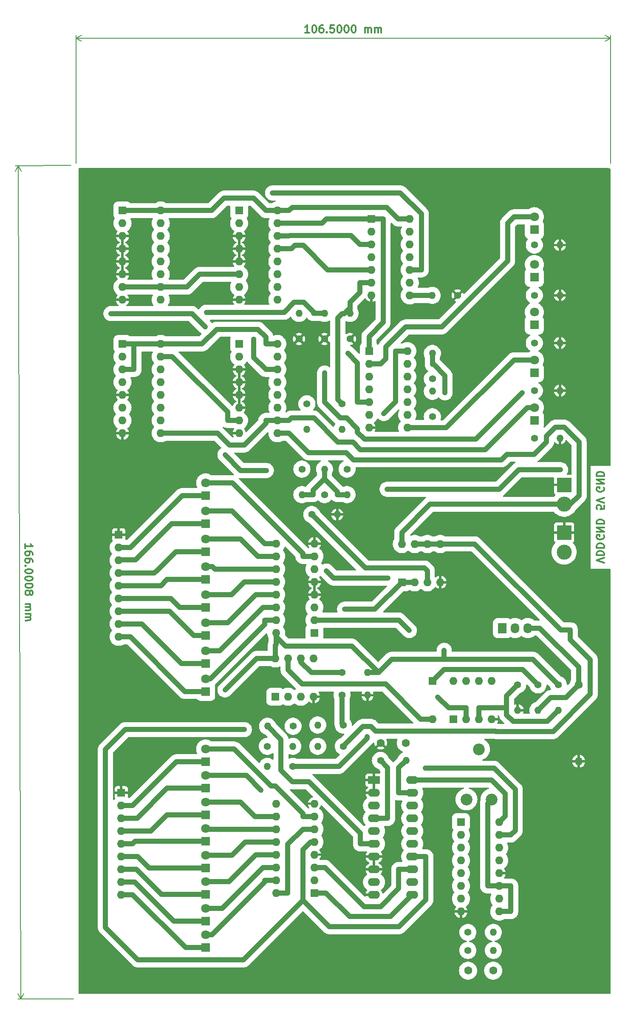
<source format=gbr>
%TF.GenerationSoftware,KiCad,Pcbnew,8.0.4*%
%TF.CreationDate,2024-12-01T21:10:47+01:00*%
%TF.ProjectId,OVN,4f564e2e-6b69-4636-9164-5f7063625858,rev?*%
%TF.SameCoordinates,Original*%
%TF.FileFunction,Copper,L2,Bot*%
%TF.FilePolarity,Positive*%
%FSLAX46Y46*%
G04 Gerber Fmt 4.6, Leading zero omitted, Abs format (unit mm)*
G04 Created by KiCad (PCBNEW 8.0.4) date 2024-12-01 21:10:47*
%MOMM*%
%LPD*%
G01*
G04 APERTURE LIST*
%ADD10C,0.300000*%
%TA.AperFunction,NonConductor*%
%ADD11C,0.300000*%
%TD*%
%TA.AperFunction,NonConductor*%
%ADD12C,0.200000*%
%TD*%
%TA.AperFunction,ComponentPad*%
%ADD13R,1.800000X1.800000*%
%TD*%
%TA.AperFunction,ComponentPad*%
%ADD14C,1.800000*%
%TD*%
%TA.AperFunction,ComponentPad*%
%ADD15C,1.400000*%
%TD*%
%TA.AperFunction,ComponentPad*%
%ADD16O,1.400000X1.400000*%
%TD*%
%TA.AperFunction,ComponentPad*%
%ADD17R,1.600000X1.600000*%
%TD*%
%TA.AperFunction,ComponentPad*%
%ADD18O,1.600000X1.600000*%
%TD*%
%TA.AperFunction,ComponentPad*%
%ADD19C,1.600000*%
%TD*%
%TA.AperFunction,ComponentPad*%
%ADD20R,2.400000X1.600000*%
%TD*%
%TA.AperFunction,ComponentPad*%
%ADD21O,2.400000X1.600000*%
%TD*%
%TA.AperFunction,ComponentPad*%
%ADD22C,2.340000*%
%TD*%
%TA.AperFunction,ComponentPad*%
%ADD23R,3.000000X3.000000*%
%TD*%
%TA.AperFunction,ComponentPad*%
%ADD24C,3.000000*%
%TD*%
%TA.AperFunction,ComponentPad*%
%ADD25R,1.730000X2.030000*%
%TD*%
%TA.AperFunction,ComponentPad*%
%ADD26O,1.730000X2.030000*%
%TD*%
%TA.AperFunction,ComponentPad*%
%ADD27R,0.850000X0.850000*%
%TD*%
%TA.AperFunction,ViaPad*%
%ADD28C,0.800000*%
%TD*%
%TA.AperFunction,Conductor*%
%ADD29C,1.000000*%
%TD*%
G04 APERTURE END LIST*
D10*
D11*
X167627742Y-80632274D02*
X167699171Y-80775132D01*
X167699171Y-80775132D02*
X167699171Y-80989417D01*
X167699171Y-80989417D02*
X167627742Y-81203703D01*
X167627742Y-81203703D02*
X167484885Y-81346560D01*
X167484885Y-81346560D02*
X167342028Y-81417989D01*
X167342028Y-81417989D02*
X167056314Y-81489417D01*
X167056314Y-81489417D02*
X166842028Y-81489417D01*
X166842028Y-81489417D02*
X166556314Y-81417989D01*
X166556314Y-81417989D02*
X166413457Y-81346560D01*
X166413457Y-81346560D02*
X166270600Y-81203703D01*
X166270600Y-81203703D02*
X166199171Y-80989417D01*
X166199171Y-80989417D02*
X166199171Y-80846560D01*
X166199171Y-80846560D02*
X166270600Y-80632274D01*
X166270600Y-80632274D02*
X166342028Y-80560846D01*
X166342028Y-80560846D02*
X166842028Y-80560846D01*
X166842028Y-80560846D02*
X166842028Y-80846560D01*
X166199171Y-79917989D02*
X167699171Y-79917989D01*
X167699171Y-79917989D02*
X166199171Y-79060846D01*
X166199171Y-79060846D02*
X167699171Y-79060846D01*
X166199171Y-78346560D02*
X167699171Y-78346560D01*
X167699171Y-78346560D02*
X167699171Y-77989417D01*
X167699171Y-77989417D02*
X167627742Y-77775131D01*
X167627742Y-77775131D02*
X167484885Y-77632274D01*
X167484885Y-77632274D02*
X167342028Y-77560845D01*
X167342028Y-77560845D02*
X167056314Y-77489417D01*
X167056314Y-77489417D02*
X166842028Y-77489417D01*
X166842028Y-77489417D02*
X166556314Y-77560845D01*
X166556314Y-77560845D02*
X166413457Y-77632274D01*
X166413457Y-77632274D02*
X166270600Y-77775131D01*
X166270600Y-77775131D02*
X166199171Y-77989417D01*
X166199171Y-77989417D02*
X166199171Y-78346560D01*
D10*
D11*
X167627742Y-90132274D02*
X167699171Y-90275132D01*
X167699171Y-90275132D02*
X167699171Y-90489417D01*
X167699171Y-90489417D02*
X167627742Y-90703703D01*
X167627742Y-90703703D02*
X167484885Y-90846560D01*
X167484885Y-90846560D02*
X167342028Y-90917989D01*
X167342028Y-90917989D02*
X167056314Y-90989417D01*
X167056314Y-90989417D02*
X166842028Y-90989417D01*
X166842028Y-90989417D02*
X166556314Y-90917989D01*
X166556314Y-90917989D02*
X166413457Y-90846560D01*
X166413457Y-90846560D02*
X166270600Y-90703703D01*
X166270600Y-90703703D02*
X166199171Y-90489417D01*
X166199171Y-90489417D02*
X166199171Y-90346560D01*
X166199171Y-90346560D02*
X166270600Y-90132274D01*
X166270600Y-90132274D02*
X166342028Y-90060846D01*
X166342028Y-90060846D02*
X166842028Y-90060846D01*
X166842028Y-90060846D02*
X166842028Y-90346560D01*
X166199171Y-89417989D02*
X167699171Y-89417989D01*
X167699171Y-89417989D02*
X166199171Y-88560846D01*
X166199171Y-88560846D02*
X167699171Y-88560846D01*
X166199171Y-87846560D02*
X167699171Y-87846560D01*
X167699171Y-87846560D02*
X167699171Y-87489417D01*
X167699171Y-87489417D02*
X167627742Y-87275131D01*
X167627742Y-87275131D02*
X167484885Y-87132274D01*
X167484885Y-87132274D02*
X167342028Y-87060845D01*
X167342028Y-87060845D02*
X167056314Y-86989417D01*
X167056314Y-86989417D02*
X166842028Y-86989417D01*
X166842028Y-86989417D02*
X166556314Y-87060845D01*
X166556314Y-87060845D02*
X166413457Y-87132274D01*
X166413457Y-87132274D02*
X166270600Y-87275131D01*
X166270600Y-87275131D02*
X166199171Y-87489417D01*
X166199171Y-87489417D02*
X166199171Y-87846560D01*
D10*
D11*
X167699171Y-95632274D02*
X166199171Y-95132274D01*
X166199171Y-95132274D02*
X167699171Y-94632274D01*
X166199171Y-94132275D02*
X167699171Y-94132275D01*
X167699171Y-94132275D02*
X167699171Y-93775132D01*
X167699171Y-93775132D02*
X167627742Y-93560846D01*
X167627742Y-93560846D02*
X167484885Y-93417989D01*
X167484885Y-93417989D02*
X167342028Y-93346560D01*
X167342028Y-93346560D02*
X167056314Y-93275132D01*
X167056314Y-93275132D02*
X166842028Y-93275132D01*
X166842028Y-93275132D02*
X166556314Y-93346560D01*
X166556314Y-93346560D02*
X166413457Y-93417989D01*
X166413457Y-93417989D02*
X166270600Y-93560846D01*
X166270600Y-93560846D02*
X166199171Y-93775132D01*
X166199171Y-93775132D02*
X166199171Y-94132275D01*
X166199171Y-92632275D02*
X167699171Y-92632275D01*
X167699171Y-92632275D02*
X167699171Y-92275132D01*
X167699171Y-92275132D02*
X167627742Y-92060846D01*
X167627742Y-92060846D02*
X167484885Y-91917989D01*
X167484885Y-91917989D02*
X167342028Y-91846560D01*
X167342028Y-91846560D02*
X167056314Y-91775132D01*
X167056314Y-91775132D02*
X166842028Y-91775132D01*
X166842028Y-91775132D02*
X166556314Y-91846560D01*
X166556314Y-91846560D02*
X166413457Y-91917989D01*
X166413457Y-91917989D02*
X166270600Y-92060846D01*
X166270600Y-92060846D02*
X166199171Y-92275132D01*
X166199171Y-92275132D02*
X166199171Y-92632275D01*
D10*
D11*
X167699171Y-84203703D02*
X167699171Y-84917989D01*
X167699171Y-84917989D02*
X166984885Y-84989417D01*
X166984885Y-84989417D02*
X167056314Y-84917989D01*
X167056314Y-84917989D02*
X167127742Y-84775132D01*
X167127742Y-84775132D02*
X167127742Y-84417989D01*
X167127742Y-84417989D02*
X167056314Y-84275132D01*
X167056314Y-84275132D02*
X166984885Y-84203703D01*
X166984885Y-84203703D02*
X166842028Y-84132274D01*
X166842028Y-84132274D02*
X166484885Y-84132274D01*
X166484885Y-84132274D02*
X166342028Y-84203703D01*
X166342028Y-84203703D02*
X166270600Y-84275132D01*
X166270600Y-84275132D02*
X166199171Y-84417989D01*
X166199171Y-84417989D02*
X166199171Y-84775132D01*
X166199171Y-84775132D02*
X166270600Y-84917989D01*
X166270600Y-84917989D02*
X166342028Y-84989417D01*
X167699171Y-83703703D02*
X166199171Y-83203703D01*
X166199171Y-83203703D02*
X167699171Y-82703703D01*
D10*
D11*
X108964287Y9961671D02*
X108107144Y9961671D01*
X108535715Y9961671D02*
X108535715Y11461671D01*
X108535715Y11461671D02*
X108392858Y11247385D01*
X108392858Y11247385D02*
X108250001Y11104528D01*
X108250001Y11104528D02*
X108107144Y11033100D01*
X109892858Y11461671D02*
X110035715Y11461671D01*
X110035715Y11461671D02*
X110178572Y11390242D01*
X110178572Y11390242D02*
X110250001Y11318814D01*
X110250001Y11318814D02*
X110321429Y11175957D01*
X110321429Y11175957D02*
X110392858Y10890242D01*
X110392858Y10890242D02*
X110392858Y10533100D01*
X110392858Y10533100D02*
X110321429Y10247385D01*
X110321429Y10247385D02*
X110250001Y10104528D01*
X110250001Y10104528D02*
X110178572Y10033100D01*
X110178572Y10033100D02*
X110035715Y9961671D01*
X110035715Y9961671D02*
X109892858Y9961671D01*
X109892858Y9961671D02*
X109750001Y10033100D01*
X109750001Y10033100D02*
X109678572Y10104528D01*
X109678572Y10104528D02*
X109607143Y10247385D01*
X109607143Y10247385D02*
X109535715Y10533100D01*
X109535715Y10533100D02*
X109535715Y10890242D01*
X109535715Y10890242D02*
X109607143Y11175957D01*
X109607143Y11175957D02*
X109678572Y11318814D01*
X109678572Y11318814D02*
X109750001Y11390242D01*
X109750001Y11390242D02*
X109892858Y11461671D01*
X111678572Y11461671D02*
X111392857Y11461671D01*
X111392857Y11461671D02*
X111250000Y11390242D01*
X111250000Y11390242D02*
X111178572Y11318814D01*
X111178572Y11318814D02*
X111035714Y11104528D01*
X111035714Y11104528D02*
X110964286Y10818814D01*
X110964286Y10818814D02*
X110964286Y10247385D01*
X110964286Y10247385D02*
X111035714Y10104528D01*
X111035714Y10104528D02*
X111107143Y10033100D01*
X111107143Y10033100D02*
X111250000Y9961671D01*
X111250000Y9961671D02*
X111535714Y9961671D01*
X111535714Y9961671D02*
X111678572Y10033100D01*
X111678572Y10033100D02*
X111750000Y10104528D01*
X111750000Y10104528D02*
X111821429Y10247385D01*
X111821429Y10247385D02*
X111821429Y10604528D01*
X111821429Y10604528D02*
X111750000Y10747385D01*
X111750000Y10747385D02*
X111678572Y10818814D01*
X111678572Y10818814D02*
X111535714Y10890242D01*
X111535714Y10890242D02*
X111250000Y10890242D01*
X111250000Y10890242D02*
X111107143Y10818814D01*
X111107143Y10818814D02*
X111035714Y10747385D01*
X111035714Y10747385D02*
X110964286Y10604528D01*
X112464285Y10104528D02*
X112535714Y10033100D01*
X112535714Y10033100D02*
X112464285Y9961671D01*
X112464285Y9961671D02*
X112392857Y10033100D01*
X112392857Y10033100D02*
X112464285Y10104528D01*
X112464285Y10104528D02*
X112464285Y9961671D01*
X113892857Y11461671D02*
X113178571Y11461671D01*
X113178571Y11461671D02*
X113107143Y10747385D01*
X113107143Y10747385D02*
X113178571Y10818814D01*
X113178571Y10818814D02*
X113321429Y10890242D01*
X113321429Y10890242D02*
X113678571Y10890242D01*
X113678571Y10890242D02*
X113821429Y10818814D01*
X113821429Y10818814D02*
X113892857Y10747385D01*
X113892857Y10747385D02*
X113964286Y10604528D01*
X113964286Y10604528D02*
X113964286Y10247385D01*
X113964286Y10247385D02*
X113892857Y10104528D01*
X113892857Y10104528D02*
X113821429Y10033100D01*
X113821429Y10033100D02*
X113678571Y9961671D01*
X113678571Y9961671D02*
X113321429Y9961671D01*
X113321429Y9961671D02*
X113178571Y10033100D01*
X113178571Y10033100D02*
X113107143Y10104528D01*
X114892857Y11461671D02*
X115035714Y11461671D01*
X115035714Y11461671D02*
X115178571Y11390242D01*
X115178571Y11390242D02*
X115250000Y11318814D01*
X115250000Y11318814D02*
X115321428Y11175957D01*
X115321428Y11175957D02*
X115392857Y10890242D01*
X115392857Y10890242D02*
X115392857Y10533100D01*
X115392857Y10533100D02*
X115321428Y10247385D01*
X115321428Y10247385D02*
X115250000Y10104528D01*
X115250000Y10104528D02*
X115178571Y10033100D01*
X115178571Y10033100D02*
X115035714Y9961671D01*
X115035714Y9961671D02*
X114892857Y9961671D01*
X114892857Y9961671D02*
X114750000Y10033100D01*
X114750000Y10033100D02*
X114678571Y10104528D01*
X114678571Y10104528D02*
X114607142Y10247385D01*
X114607142Y10247385D02*
X114535714Y10533100D01*
X114535714Y10533100D02*
X114535714Y10890242D01*
X114535714Y10890242D02*
X114607142Y11175957D01*
X114607142Y11175957D02*
X114678571Y11318814D01*
X114678571Y11318814D02*
X114750000Y11390242D01*
X114750000Y11390242D02*
X114892857Y11461671D01*
X116321428Y11461671D02*
X116464285Y11461671D01*
X116464285Y11461671D02*
X116607142Y11390242D01*
X116607142Y11390242D02*
X116678571Y11318814D01*
X116678571Y11318814D02*
X116749999Y11175957D01*
X116749999Y11175957D02*
X116821428Y10890242D01*
X116821428Y10890242D02*
X116821428Y10533100D01*
X116821428Y10533100D02*
X116749999Y10247385D01*
X116749999Y10247385D02*
X116678571Y10104528D01*
X116678571Y10104528D02*
X116607142Y10033100D01*
X116607142Y10033100D02*
X116464285Y9961671D01*
X116464285Y9961671D02*
X116321428Y9961671D01*
X116321428Y9961671D02*
X116178571Y10033100D01*
X116178571Y10033100D02*
X116107142Y10104528D01*
X116107142Y10104528D02*
X116035713Y10247385D01*
X116035713Y10247385D02*
X115964285Y10533100D01*
X115964285Y10533100D02*
X115964285Y10890242D01*
X115964285Y10890242D02*
X116035713Y11175957D01*
X116035713Y11175957D02*
X116107142Y11318814D01*
X116107142Y11318814D02*
X116178571Y11390242D01*
X116178571Y11390242D02*
X116321428Y11461671D01*
X117749999Y11461671D02*
X117892856Y11461671D01*
X117892856Y11461671D02*
X118035713Y11390242D01*
X118035713Y11390242D02*
X118107142Y11318814D01*
X118107142Y11318814D02*
X118178570Y11175957D01*
X118178570Y11175957D02*
X118249999Y10890242D01*
X118249999Y10890242D02*
X118249999Y10533100D01*
X118249999Y10533100D02*
X118178570Y10247385D01*
X118178570Y10247385D02*
X118107142Y10104528D01*
X118107142Y10104528D02*
X118035713Y10033100D01*
X118035713Y10033100D02*
X117892856Y9961671D01*
X117892856Y9961671D02*
X117749999Y9961671D01*
X117749999Y9961671D02*
X117607142Y10033100D01*
X117607142Y10033100D02*
X117535713Y10104528D01*
X117535713Y10104528D02*
X117464284Y10247385D01*
X117464284Y10247385D02*
X117392856Y10533100D01*
X117392856Y10533100D02*
X117392856Y10890242D01*
X117392856Y10890242D02*
X117464284Y11175957D01*
X117464284Y11175957D02*
X117535713Y11318814D01*
X117535713Y11318814D02*
X117607142Y11390242D01*
X117607142Y11390242D02*
X117749999Y11461671D01*
X120035712Y9961671D02*
X120035712Y10961671D01*
X120035712Y10818814D02*
X120107141Y10890242D01*
X120107141Y10890242D02*
X120249998Y10961671D01*
X120249998Y10961671D02*
X120464284Y10961671D01*
X120464284Y10961671D02*
X120607141Y10890242D01*
X120607141Y10890242D02*
X120678570Y10747385D01*
X120678570Y10747385D02*
X120678570Y9961671D01*
X120678570Y10747385D02*
X120749998Y10890242D01*
X120749998Y10890242D02*
X120892855Y10961671D01*
X120892855Y10961671D02*
X121107141Y10961671D01*
X121107141Y10961671D02*
X121249998Y10890242D01*
X121249998Y10890242D02*
X121321427Y10747385D01*
X121321427Y10747385D02*
X121321427Y9961671D01*
X122035712Y9961671D02*
X122035712Y10961671D01*
X122035712Y10818814D02*
X122107141Y10890242D01*
X122107141Y10890242D02*
X122249998Y10961671D01*
X122249998Y10961671D02*
X122464284Y10961671D01*
X122464284Y10961671D02*
X122607141Y10890242D01*
X122607141Y10890242D02*
X122678570Y10747385D01*
X122678570Y10747385D02*
X122678570Y9961671D01*
X122678570Y10747385D02*
X122749998Y10890242D01*
X122749998Y10890242D02*
X122892855Y10961671D01*
X122892855Y10961671D02*
X123107141Y10961671D01*
X123107141Y10961671D02*
X123249998Y10890242D01*
X123249998Y10890242D02*
X123321427Y10747385D01*
X123321427Y10747385D02*
X123321427Y9961671D01*
D12*
X62500000Y-16000000D02*
X62500000Y9426420D01*
X169000000Y-16000000D02*
X169000000Y9426420D01*
X62500000Y8840000D02*
X169000000Y8840000D01*
X62500000Y8840000D02*
X169000000Y8840000D01*
X62500000Y8840000D02*
X63626504Y9426421D01*
X62500000Y8840000D02*
X63626504Y8253579D01*
X169000000Y8840000D02*
X167873496Y8253579D01*
X169000000Y8840000D02*
X167873496Y9426421D01*
D10*
D11*
X52361981Y-92744039D02*
X52359399Y-91886900D01*
X52360690Y-92315469D02*
X53860684Y-92310951D01*
X53860684Y-92310951D02*
X53645968Y-92168740D01*
X53645968Y-92168740D02*
X53502682Y-92026314D01*
X53502682Y-92026314D02*
X53430823Y-91883672D01*
X53865847Y-94025229D02*
X53864986Y-93739516D01*
X53864986Y-93739516D02*
X53793128Y-93596874D01*
X53793128Y-93596874D02*
X53721485Y-93525661D01*
X53721485Y-93525661D02*
X53506769Y-93383450D01*
X53506769Y-93383450D02*
X53220841Y-93312882D01*
X53220841Y-93312882D02*
X52649415Y-93314604D01*
X52649415Y-93314604D02*
X52506774Y-93386462D01*
X52506774Y-93386462D02*
X52435561Y-93458105D01*
X52435561Y-93458105D02*
X52364563Y-93601177D01*
X52364563Y-93601177D02*
X52365424Y-93886890D01*
X52365424Y-93886890D02*
X52437282Y-94029531D01*
X52437282Y-94029531D02*
X52508925Y-94100745D01*
X52508925Y-94100745D02*
X52651997Y-94171743D01*
X52651997Y-94171743D02*
X53009138Y-94170667D01*
X53009138Y-94170667D02*
X53151780Y-94098808D01*
X53151780Y-94098808D02*
X53222993Y-94027165D01*
X53222993Y-94027165D02*
X53293991Y-93884093D01*
X53293991Y-93884093D02*
X53293130Y-93598380D01*
X53293130Y-93598380D02*
X53221272Y-93455739D01*
X53221272Y-93455739D02*
X53149628Y-93384526D01*
X53149628Y-93384526D02*
X53006557Y-93313528D01*
X53870150Y-95453793D02*
X53869289Y-95168080D01*
X53869289Y-95168080D02*
X53797431Y-95025439D01*
X53797431Y-95025439D02*
X53725787Y-94954226D01*
X53725787Y-94954226D02*
X53511072Y-94812015D01*
X53511072Y-94812015D02*
X53225144Y-94741447D01*
X53225144Y-94741447D02*
X52653718Y-94743168D01*
X52653718Y-94743168D02*
X52511077Y-94815027D01*
X52511077Y-94815027D02*
X52439864Y-94886670D01*
X52439864Y-94886670D02*
X52368866Y-95029742D01*
X52368866Y-95029742D02*
X52369726Y-95315455D01*
X52369726Y-95315455D02*
X52441585Y-95458096D01*
X52441585Y-95458096D02*
X52513228Y-95529309D01*
X52513228Y-95529309D02*
X52656300Y-95600307D01*
X52656300Y-95600307D02*
X53013441Y-95599231D01*
X53013441Y-95599231D02*
X53156083Y-95527373D01*
X53156083Y-95527373D02*
X53227296Y-95455729D01*
X53227296Y-95455729D02*
X53298294Y-95312658D01*
X53298294Y-95312658D02*
X53297433Y-95026945D01*
X53297433Y-95026945D02*
X53225575Y-94884303D01*
X53225575Y-94884303D02*
X53153931Y-94813090D01*
X53153931Y-94813090D02*
X53010859Y-94742092D01*
X52515380Y-96243591D02*
X52444167Y-96315235D01*
X52444167Y-96315235D02*
X52372523Y-96244021D01*
X52372523Y-96244021D02*
X52443736Y-96172378D01*
X52443736Y-96172378D02*
X52515380Y-96243591D01*
X52515380Y-96243591D02*
X52372523Y-96244021D01*
X53875529Y-97239499D02*
X53875959Y-97382356D01*
X53875959Y-97382356D02*
X53804961Y-97525427D01*
X53804961Y-97525427D02*
X53733748Y-97597071D01*
X53733748Y-97597071D02*
X53591106Y-97668929D01*
X53591106Y-97668929D02*
X53305609Y-97741218D01*
X53305609Y-97741218D02*
X52948467Y-97742294D01*
X52948467Y-97742294D02*
X52662539Y-97671726D01*
X52662539Y-97671726D02*
X52519468Y-97600728D01*
X52519468Y-97600728D02*
X52447824Y-97529515D01*
X52447824Y-97529515D02*
X52375966Y-97386874D01*
X52375966Y-97386874D02*
X52375535Y-97244017D01*
X52375535Y-97244017D02*
X52446533Y-97100946D01*
X52446533Y-97100946D02*
X52517746Y-97029302D01*
X52517746Y-97029302D02*
X52660388Y-96957444D01*
X52660388Y-96957444D02*
X52945886Y-96885155D01*
X52945886Y-96885155D02*
X53303027Y-96884079D01*
X53303027Y-96884079D02*
X53588955Y-96954647D01*
X53588955Y-96954647D02*
X53732027Y-97025645D01*
X53732027Y-97025645D02*
X53803670Y-97096858D01*
X53803670Y-97096858D02*
X53875529Y-97239499D01*
X53879831Y-98668064D02*
X53880262Y-98810920D01*
X53880262Y-98810920D02*
X53809264Y-98953992D01*
X53809264Y-98953992D02*
X53738051Y-99025635D01*
X53738051Y-99025635D02*
X53595409Y-99097494D01*
X53595409Y-99097494D02*
X53309911Y-99169783D01*
X53309911Y-99169783D02*
X52952770Y-99170858D01*
X52952770Y-99170858D02*
X52666842Y-99100291D01*
X52666842Y-99100291D02*
X52523770Y-99029293D01*
X52523770Y-99029293D02*
X52452127Y-98958080D01*
X52452127Y-98958080D02*
X52380269Y-98815438D01*
X52380269Y-98815438D02*
X52379838Y-98672582D01*
X52379838Y-98672582D02*
X52450836Y-98529510D01*
X52450836Y-98529510D02*
X52522049Y-98457867D01*
X52522049Y-98457867D02*
X52664691Y-98386008D01*
X52664691Y-98386008D02*
X52950189Y-98313719D01*
X52950189Y-98313719D02*
X53307330Y-98312644D01*
X53307330Y-98312644D02*
X53593258Y-98383211D01*
X53593258Y-98383211D02*
X53736330Y-98454209D01*
X53736330Y-98454209D02*
X53807973Y-98525422D01*
X53807973Y-98525422D02*
X53879831Y-98668064D01*
X53884134Y-100096628D02*
X53884565Y-100239485D01*
X53884565Y-100239485D02*
X53813567Y-100382556D01*
X53813567Y-100382556D02*
X53742354Y-100454200D01*
X53742354Y-100454200D02*
X53599712Y-100526058D01*
X53599712Y-100526058D02*
X53314214Y-100598347D01*
X53314214Y-100598347D02*
X52957073Y-100599423D01*
X52957073Y-100599423D02*
X52671145Y-100528855D01*
X52671145Y-100528855D02*
X52528073Y-100457857D01*
X52528073Y-100457857D02*
X52456430Y-100386644D01*
X52456430Y-100386644D02*
X52384571Y-100244003D01*
X52384571Y-100244003D02*
X52384141Y-100101146D01*
X52384141Y-100101146D02*
X52455139Y-99958075D01*
X52455139Y-99958075D02*
X52526352Y-99886431D01*
X52526352Y-99886431D02*
X52668994Y-99814573D01*
X52668994Y-99814573D02*
X52954491Y-99742284D01*
X52954491Y-99742284D02*
X53311633Y-99741208D01*
X53311633Y-99741208D02*
X53597561Y-99811776D01*
X53597561Y-99811776D02*
X53740632Y-99882774D01*
X53740632Y-99882774D02*
X53812276Y-99953987D01*
X53812276Y-99953987D02*
X53884134Y-100096628D01*
X53245368Y-101455701D02*
X53316366Y-101312629D01*
X53316366Y-101312629D02*
X53387579Y-101240986D01*
X53387579Y-101240986D02*
X53530220Y-101169127D01*
X53530220Y-101169127D02*
X53601649Y-101168912D01*
X53601649Y-101168912D02*
X53744720Y-101239910D01*
X53744720Y-101239910D02*
X53816364Y-101311123D01*
X53816364Y-101311123D02*
X53888222Y-101453764D01*
X53888222Y-101453764D02*
X53889083Y-101739477D01*
X53889083Y-101739477D02*
X53818085Y-101882549D01*
X53818085Y-101882549D02*
X53746872Y-101954192D01*
X53746872Y-101954192D02*
X53604230Y-102026051D01*
X53604230Y-102026051D02*
X53532802Y-102026266D01*
X53532802Y-102026266D02*
X53389730Y-101955268D01*
X53389730Y-101955268D02*
X53318087Y-101884055D01*
X53318087Y-101884055D02*
X53246228Y-101741414D01*
X53246228Y-101741414D02*
X53245368Y-101455701D01*
X53245368Y-101455701D02*
X53173509Y-101313059D01*
X53173509Y-101313059D02*
X53101866Y-101241846D01*
X53101866Y-101241846D02*
X52958794Y-101170848D01*
X52958794Y-101170848D02*
X52673081Y-101171709D01*
X52673081Y-101171709D02*
X52530440Y-101243567D01*
X52530440Y-101243567D02*
X52459227Y-101315211D01*
X52459227Y-101315211D02*
X52388229Y-101458282D01*
X52388229Y-101458282D02*
X52389090Y-101743995D01*
X52389090Y-101743995D02*
X52460948Y-101886637D01*
X52460948Y-101886637D02*
X52532591Y-101957850D01*
X52532591Y-101957850D02*
X52675663Y-102028848D01*
X52675663Y-102028848D02*
X52961376Y-102027987D01*
X52961376Y-102027987D02*
X53104017Y-101956129D01*
X53104017Y-101956129D02*
X53175231Y-101884485D01*
X53175231Y-101884485D02*
X53246228Y-101741414D01*
X52395329Y-103815414D02*
X53395324Y-103812402D01*
X53252468Y-103812832D02*
X53324111Y-103884045D01*
X53324111Y-103884045D02*
X53395970Y-104026687D01*
X53395970Y-104026687D02*
X53396615Y-104240972D01*
X53396615Y-104240972D02*
X53325617Y-104384043D01*
X53325617Y-104384043D02*
X53182976Y-104455902D01*
X53182976Y-104455902D02*
X52397265Y-104458268D01*
X53182976Y-104455902D02*
X53326047Y-104526900D01*
X53326047Y-104526900D02*
X53397906Y-104669541D01*
X53397906Y-104669541D02*
X53398551Y-104883826D01*
X53398551Y-104883826D02*
X53327553Y-105026897D01*
X53327553Y-105026897D02*
X53184912Y-105098756D01*
X53184912Y-105098756D02*
X52399201Y-105101123D01*
X52401353Y-105815405D02*
X53401348Y-105812393D01*
X53258492Y-105812823D02*
X53330135Y-105884036D01*
X53330135Y-105884036D02*
X53401994Y-106026678D01*
X53401994Y-106026678D02*
X53402639Y-106240962D01*
X53402639Y-106240962D02*
X53331641Y-106384034D01*
X53331641Y-106384034D02*
X53189000Y-106455893D01*
X53189000Y-106455893D02*
X52403289Y-106458259D01*
X53189000Y-106455893D02*
X53332071Y-106526891D01*
X53332071Y-106526891D02*
X53403930Y-106669532D01*
X53403930Y-106669532D02*
X53404575Y-106883817D01*
X53404575Y-106883817D02*
X53333577Y-107026888D01*
X53333577Y-107026888D02*
X53190936Y-107098747D01*
X53190936Y-107098747D02*
X52405225Y-107101113D01*
D12*
X62000002Y-182501506D02*
X50924336Y-182534866D01*
X61500002Y-16501506D02*
X50424336Y-16534866D01*
X51510754Y-182533100D02*
X51010754Y-16533100D01*
X51510754Y-182533100D02*
X51010754Y-16533100D01*
X51510754Y-182533100D02*
X50920943Y-181408368D01*
X51510754Y-182533100D02*
X52093779Y-181404835D01*
X51010754Y-16533100D02*
X51600565Y-17657832D01*
X51010754Y-16533100D02*
X50427729Y-17661365D01*
D13*
%TO.P,80Grader1,1,K*%
%TO.N,Net-(80Grader1-K)*%
X153825000Y-38750000D03*
D14*
%TO.P,80Grader1,2,A*%
%TO.N,Net-(80Grader1-A)*%
X153825000Y-36210000D03*
%TD*%
D15*
%TO.P,R14,1*%
%TO.N,Net-(R13-Pad2)*%
X105740000Y-128180000D03*
D16*
%TO.P,R14,2*%
%TO.N,Afv_displ_adc*%
X100660000Y-128180000D03*
%TD*%
D17*
%TO.P,U4,1,A0*%
%TO.N,/ADC Convertor/DB7*%
X110000000Y-161375000D03*
D18*
%TO.P,U4,2,A1*%
%TO.N,/ADC Convertor/DB6*%
X110000000Y-158835000D03*
%TO.P,U4,3,A2*%
%TO.N,/ADC Convertor/DB5*%
X110000000Y-156295000D03*
%TO.P,U4,4,~E1*%
%TO.N,GND*%
X110000000Y-153755000D03*
%TO.P,U4,5,~E2*%
%TO.N,/ADC Convertor/DB4*%
X110000000Y-151215000D03*
%TO.P,U4,6,E3*%
%TO.N,+5V*%
X110000000Y-148675000D03*
%TO.P,U4,7,Y7*%
%TO.N,Net-(D10-A)*%
X110000000Y-146135000D03*
%TO.P,U4,8,GND*%
%TO.N,GND*%
X110000000Y-143595000D03*
%TO.P,U4,9,Y6*%
%TO.N,Net-(D11-A)*%
X102380000Y-143595000D03*
%TO.P,U4,10,Y5*%
%TO.N,Net-(D12-A)*%
X102380000Y-146135000D03*
%TO.P,U4,11,Y4*%
%TO.N,Net-(D13-A)*%
X102380000Y-148675000D03*
%TO.P,U4,12,Y3*%
%TO.N,Net-(D14-A)*%
X102380000Y-151215000D03*
%TO.P,U4,13,Y2*%
%TO.N,Net-(D15-A)*%
X102380000Y-153755000D03*
%TO.P,U4,14,Y1*%
%TO.N,Net-(D16-A)*%
X102380000Y-156295000D03*
%TO.P,U4,15,Y0*%
%TO.N,Net-(D17-A)*%
X102380000Y-158835000D03*
%TO.P,U4,16,VCC*%
%TO.N,+5V*%
X102380000Y-161375000D03*
%TD*%
D15*
%TO.P,R30,1*%
%TO.N,Net-(30Grader1-K)*%
X153825000Y-61340000D03*
D16*
%TO.P,R30,2*%
%TO.N,GND*%
X158905000Y-61340000D03*
%TD*%
D15*
%TO.P,R5,1*%
%TO.N,Net-(U2-CLK_IN)*%
X123165000Y-135000000D03*
D16*
%TO.P,R5,2*%
%TO.N,Net-(U2-CLK_R)*%
X128245000Y-135000000D03*
%TD*%
D15*
%TO.P,R4,1*%
%TO.N,Net-(U1A-+)*%
X150500000Y-119920000D03*
D16*
%TO.P,R4,2*%
%TO.N,GND*%
X150500000Y-125000000D03*
%TD*%
D17*
%TO.P,D1,1,K*%
%TO.N,Net-(D1-K)*%
X133500000Y-119190000D03*
D18*
%TO.P,D1,2,A*%
%TO.N,/Analog styring Differensforst\u00E6rker/V-Ovn*%
X133500000Y-126810000D03*
%TD*%
D19*
%TO.P,R3,1*%
%TO.N,Net-(J3-Pin_3)*%
X162650000Y-119920000D03*
D18*
%TO.P,R3,2*%
%TO.N,GND*%
X162650000Y-135160000D03*
%TD*%
D13*
%TO.P,D17,1,K*%
%TO.N,Net-(D17-K)*%
X88325000Y-172250000D03*
D14*
%TO.P,D17,2,A*%
%TO.N,Net-(D17-A)*%
X88325000Y-169710000D03*
%TD*%
D17*
%TO.P,U13,1,1A*%
%TO.N,Net-(U10-Y0)*%
X120880000Y-53460000D03*
D18*
%TO.P,U13,2,1Y*%
%TO.N,Net-(50Grader1-A)*%
X120880000Y-56000000D03*
%TO.P,U13,3,2A*%
%TO.N,Net-(U10-Y1)*%
X120880000Y-58540000D03*
%TO.P,U13,4,2Y*%
%TO.N,Net-(80Grader1-A)*%
X120880000Y-61080000D03*
%TO.P,U13,5,3A*%
%TO.N,Net-(U10-Y2)*%
X120880000Y-63620000D03*
%TO.P,U13,6,3Y*%
%TO.N,Net-(100Grader1-A)*%
X120880000Y-66160000D03*
%TO.P,U13,7,GND*%
%TO.N,GND*%
X120880000Y-68700000D03*
%TO.P,U13,8,4Y*%
%TO.N,Net-(30Grader1-A)*%
X128500000Y-68700000D03*
%TO.P,U13,9,4A*%
%TO.N,Net-(U10-Y3)*%
X128500000Y-66160000D03*
%TO.P,U13,10,5Y*%
%TO.N,unconnected-(U13-5Y-Pad10)*%
X128500000Y-63620000D03*
%TO.P,U13,11,5A*%
%TO.N,unconnected-(U13-5A-Pad11)*%
X128500000Y-61080000D03*
%TO.P,U13,12,6Y*%
%TO.N,unconnected-(U13-6Y-Pad12)*%
X128500000Y-58540000D03*
%TO.P,U13,13,6A*%
%TO.N,unconnected-(U13-6A-Pad13)*%
X128500000Y-56000000D03*
%TO.P,U13,14,VCC*%
%TO.N,+5V*%
X128500000Y-53460000D03*
%TD*%
D15*
%TO.P,R7,1*%
%TO.N,Net-(C2-Pad1)*%
X140580000Y-169237500D03*
D16*
%TO.P,R7,2*%
%TO.N,Net-(U5-~{\u03A60})*%
X145660000Y-169237500D03*
%TD*%
D17*
%TO.P,U12,1,~{MR}*%
%TO.N,+5V*%
X71750000Y-52040000D03*
D18*
%TO.P,U12,2,CLK*%
%TO.N,/ADC Convertor/WR_in*%
X71750000Y-54580000D03*
%TO.P,U12,3,D0*%
%TO.N,+5V*%
X71750000Y-57120000D03*
%TO.P,U12,4,D1*%
X71750000Y-59660000D03*
%TO.P,U12,5,D2*%
%TO.N,GND*%
X71750000Y-62200000D03*
%TO.P,U12,6,D3*%
%TO.N,+5V*%
X71750000Y-64740000D03*
%TO.P,U12,7,CEP*%
X71750000Y-67280000D03*
%TO.P,U12,8,GND*%
%TO.N,GND*%
X71750000Y-69820000D03*
%TO.P,U12,9,~{LOAD}*%
%TO.N,/Afvigelsesdisplay/Steady state*%
X79370000Y-69820000D03*
%TO.P,U12,10,CET*%
%TO.N,Net-(U12-CET)*%
X79370000Y-67280000D03*
%TO.P,U12,11,Q3*%
%TO.N,unconnected-(U12-Q3-Pad11)*%
X79370000Y-64740000D03*
%TO.P,U12,12,Q2*%
%TO.N,unconnected-(U12-Q2-Pad12)*%
X79370000Y-62200000D03*
%TO.P,U12,13,Q1*%
%TO.N,unconnected-(U12-Q1-Pad13)*%
X79370000Y-59660000D03*
%TO.P,U12,14,Q0*%
%TO.N,unconnected-(U12-Q0-Pad14)*%
X79370000Y-57120000D03*
%TO.P,U12,15,TC*%
%TO.N,Net-(U12-TC)*%
X79370000Y-54580000D03*
%TO.P,U12,16,VCC*%
%TO.N,+5V*%
X79370000Y-52040000D03*
%TD*%
D17*
%TO.P,U9,1,~{MR}*%
%TO.N,Net-(U11-5Y)*%
X95000000Y-52040000D03*
D18*
%TO.P,U9,2,CLK*%
%TO.N,/ADC Convertor/WR_in*%
X95000000Y-54580000D03*
%TO.P,U9,3,D0*%
%TO.N,GND*%
X95000000Y-57120000D03*
%TO.P,U9,4,D1*%
X95000000Y-59660000D03*
%TO.P,U9,5,D2*%
X95000000Y-62200000D03*
%TO.P,U9,6,D3*%
X95000000Y-64740000D03*
%TO.P,U9,7,CEP*%
%TO.N,Net-(U12-TC)*%
X95000000Y-67280000D03*
%TO.P,U9,8,GND*%
%TO.N,GND*%
X95000000Y-69820000D03*
%TO.P,U9,9,~{LOAD}*%
%TO.N,+5V*%
X102620000Y-69820000D03*
%TO.P,U9,10,CET*%
%TO.N,/Afvigelsesdisplay/Steady state*%
X102620000Y-67280000D03*
%TO.P,U9,11,Q3*%
%TO.N,unconnected-(U9-Q3-Pad11)*%
X102620000Y-64740000D03*
%TO.P,U9,12,Q2*%
%TO.N,Net-(U11-5A)*%
X102620000Y-62200000D03*
%TO.P,U9,13,Q1*%
%TO.N,Net-(U10-A1)*%
X102620000Y-59660000D03*
%TO.P,U9,14,Q0*%
%TO.N,Net-(U10-A0)*%
X102620000Y-57120000D03*
%TO.P,U9,15,TC*%
%TO.N,unconnected-(U9-TC-Pad15)*%
X102620000Y-54580000D03*
%TO.P,U9,16,VCC*%
%TO.N,+5V*%
X102620000Y-52040000D03*
%TD*%
D20*
%TO.P,U2,1,~CS*%
%TO.N,GND*%
X121880000Y-138920000D03*
D21*
%TO.P,U2,2,~RD*%
X121880000Y-141460000D03*
%TO.P,U2,3,~WR*%
%TO.N,/ADC Convertor/WR_in*%
X121880000Y-144000000D03*
%TO.P,U2,4,CLK_IN*%
%TO.N,Net-(U2-CLK_IN)*%
X121880000Y-146540000D03*
%TO.P,U2,5,~INTR*%
%TO.N,unconnected-(U2-~INTR-Pad5)*%
X121880000Y-149080000D03*
%TO.P,U2,6,VIN(+)*%
%TO.N,Afv_displ_adc*%
X121880000Y-151620000D03*
%TO.P,U2,7,VIN(-)*%
%TO.N,GND*%
X121880000Y-154160000D03*
%TO.P,U2,8,AGND*%
X121880000Y-156700000D03*
%TO.P,U2,9,VREF/2*%
%TO.N,unconnected-(U2-VREF{slash}2-Pad9)*%
X121880000Y-159240000D03*
%TO.P,U2,10,DGND*%
%TO.N,GND*%
X121880000Y-161780000D03*
%TO.P,U2,11,DB7*%
%TO.N,/ADC Convertor/DB7*%
X129500000Y-161780000D03*
%TO.P,U2,12,DB6*%
%TO.N,/ADC Convertor/DB6*%
X129500000Y-159240000D03*
%TO.P,U2,13,DB5*%
%TO.N,/ADC Convertor/DB5*%
X129500000Y-156700000D03*
%TO.P,U2,14,DB4*%
%TO.N,/ADC Convertor/DB4*%
X129500000Y-154160000D03*
%TO.P,U2,15,DB3*%
%TO.N,unconnected-(U2-DB3-Pad15)*%
X129500000Y-151620000D03*
%TO.P,U2,16,DB2*%
%TO.N,unconnected-(U2-DB2-Pad16)*%
X129500000Y-149080000D03*
%TO.P,U2,17,DB1*%
%TO.N,unconnected-(U2-DB1-Pad17)*%
X129500000Y-146540000D03*
%TO.P,U2,18,DB0*%
%TO.N,unconnected-(U2-DB0-Pad18)*%
X129500000Y-144000000D03*
%TO.P,U2,19,CLK_R*%
%TO.N,Net-(U2-CLK_R)*%
X129500000Y-141460000D03*
%TO.P,U2,20,VCC*%
%TO.N,+5V*%
X129500000Y-138920000D03*
%TD*%
D13*
%TO.P,D15,1,K*%
%TO.N,Net-(D15-K)*%
X88325000Y-161678600D03*
D14*
%TO.P,D15,2,A*%
%TO.N,Net-(D15-A)*%
X88325000Y-159138600D03*
%TD*%
D17*
%TO.P,U8,1,~{MR}*%
%TO.N,+5V*%
X71750000Y-25460000D03*
D18*
%TO.P,U8,2,CLK*%
%TO.N,/ADC Convertor/WR_in*%
X71750000Y-28000000D03*
%TO.P,U8,3,D0*%
%TO.N,GND*%
X71750000Y-30540000D03*
%TO.P,U8,4,D1*%
X71750000Y-33080000D03*
%TO.P,U8,5,D2*%
X71750000Y-35620000D03*
%TO.P,U8,6,D3*%
X71750000Y-38160000D03*
%TO.P,U8,7,CEP*%
%TO.N,+5V*%
X71750000Y-40700000D03*
%TO.P,U8,8,GND*%
%TO.N,GND*%
X71750000Y-43240000D03*
%TO.P,U8,9,~{LOAD}*%
%TO.N,/Afvigelsesdisplay/Steady state*%
X79370000Y-43240000D03*
%TO.P,U8,10,CET*%
%TO.N,+5V*%
X79370000Y-40700000D03*
%TO.P,U8,11,Q3*%
%TO.N,unconnected-(U8-Q3-Pad11)*%
X79370000Y-38160000D03*
%TO.P,U8,12,Q2*%
%TO.N,unconnected-(U8-Q2-Pad12)*%
X79370000Y-35620000D03*
%TO.P,U8,13,Q1*%
%TO.N,unconnected-(U8-Q1-Pad13)*%
X79370000Y-33080000D03*
%TO.P,U8,14,Q0*%
%TO.N,unconnected-(U8-Q0-Pad14)*%
X79370000Y-30540000D03*
%TO.P,U8,15,TC*%
%TO.N,Net-(U12-CET)*%
X79370000Y-28000000D03*
%TO.P,U8,16,VCC*%
%TO.N,+5V*%
X79370000Y-25460000D03*
%TD*%
D13*
%TO.P,D16,1,K*%
%TO.N,Net-(D16-K)*%
X88325000Y-166964300D03*
D14*
%TO.P,D16,2,A*%
%TO.N,Net-(D16-A)*%
X88325000Y-164424300D03*
%TD*%
D13*
%TO.P,50Grader1,1,K*%
%TO.N,Net-(50Grader1-K)*%
X153825000Y-29250000D03*
D14*
%TO.P,50Grader1,2,A*%
%TO.N,Net-(50Grader1-A)*%
X153825000Y-26710000D03*
%TD*%
D13*
%TO.P,30Grader1,1,K*%
%TO.N,Net-(30Grader1-K)*%
X153825000Y-57750000D03*
D14*
%TO.P,30Grader1,2,A*%
%TO.N,Net-(30Grader1-A)*%
X153825000Y-55210000D03*
%TD*%
D17*
%TO.P,U5,1,Q12*%
%TO.N,unconnected-(U5-Q12-Pad1)*%
X139200000Y-147300000D03*
D18*
%TO.P,U5,2,Q13*%
%TO.N,unconnected-(U5-Q13-Pad2)*%
X139200000Y-149840000D03*
%TO.P,U5,3,Q14*%
%TO.N,unconnected-(U5-Q14-Pad3)*%
X139200000Y-152380000D03*
%TO.P,U5,4,Q6*%
%TO.N,unconnected-(U5-Q6-Pad4)*%
X139200000Y-154920000D03*
%TO.P,U5,5,Q5*%
%TO.N,unconnected-(U5-Q5-Pad5)*%
X139200000Y-157460000D03*
%TO.P,U5,6,Q7*%
%TO.N,unconnected-(U5-Q7-Pad6)*%
X139200000Y-160000000D03*
%TO.P,U5,7,Q4*%
%TO.N,/Digital Oscillator/100Hz*%
X139200000Y-162540000D03*
%TO.P,U5,8,VSS*%
%TO.N,GND*%
X139200000Y-165080000D03*
%TO.P,U5,9,~{\u03A60}*%
%TO.N,Net-(U5-~{\u03A60})*%
X146820000Y-165080000D03*
%TO.P,U5,10,\u03A60*%
%TO.N,Net-(U5-\u03A60)*%
X146820000Y-162540000D03*
%TO.P,U5,11,~{\u03A61}*%
%TO.N,Net-(U5-~{\u03A60})*%
X146820000Y-160000000D03*
%TO.P,U5,12,CLR*%
%TO.N,GND*%
X146820000Y-157460000D03*
%TO.P,U5,13,Q9*%
%TO.N,unconnected-(U5-Q9-Pad13)*%
X146820000Y-154920000D03*
%TO.P,U5,14,Q8*%
%TO.N,unconnected-(U5-Q8-Pad14)*%
X146820000Y-152380000D03*
%TO.P,U5,15,Q10*%
%TO.N,/ADC Convertor/WR_in*%
X146820000Y-149840000D03*
%TO.P,U5,16,VDD*%
%TO.N,+5V*%
X146820000Y-147300000D03*
%TD*%
D15*
%TO.P,R22,1*%
%TO.N,Net-(U7A-+)*%
X109460000Y-86000000D03*
D16*
%TO.P,R22,2*%
%TO.N,GND*%
X114540000Y-86000000D03*
%TD*%
D22*
%TO.P,RV1,1,1*%
%TO.N,Net-(U5-~{\u03A60})*%
X145295000Y-142762500D03*
%TO.P,RV1,2,2*%
%TO.N,Net-(U5-\u03A60)*%
X142795000Y-132762500D03*
%TO.P,RV1,3,3*%
X140295000Y-142762500D03*
%TD*%
D13*
%TO.P,D13,1,K*%
%TO.N,Net-(D13-K)*%
X88325000Y-151107100D03*
D14*
%TO.P,D13,2,A*%
%TO.N,Net-(D13-A)*%
X88325000Y-148567100D03*
%TD*%
D15*
%TO.P,R25,1*%
%TO.N,GND*%
X117080000Y-51040000D03*
D16*
%TO.P,R25,2*%
%TO.N,/Analog styring sp\u00E6ndingsdeler/100\u00B0C*%
X117080000Y-45960000D03*
%TD*%
D19*
%TO.P,C2,1*%
%TO.N,Net-(C2-Pad1)*%
X140620000Y-176862500D03*
%TO.P,C2,2*%
%TO.N,Net-(U5-~{\u03A60})*%
X145620000Y-176862500D03*
%TD*%
D23*
%TO.P,J1,1,Pin_1*%
%TO.N,GND*%
X159750000Y-80092500D03*
D24*
%TO.P,J1,2,Pin_2*%
%TO.N,+5V*%
X159750000Y-83972500D03*
%TD*%
D23*
%TO.P,J2,1,Pin_1*%
%TO.N,GND*%
X159750000Y-89592500D03*
D24*
%TO.P,J2,2,Pin_2*%
%TO.N,10V-30V*%
X159750000Y-93472500D03*
%TD*%
D13*
%TO.P,D9,1,K*%
%TO.N,/Afvigelsesdisplay/Steady state*%
X88325000Y-121250000D03*
D14*
%TO.P,D9,2,A*%
%TO.N,Net-(D9-A)*%
X88325000Y-118710000D03*
%TD*%
D17*
%TO.P,U11,1,1A*%
%TO.N,Net-(U10-Y0)*%
X121380000Y-27120000D03*
D18*
%TO.P,U11,2,1Y*%
%TO.N,/Analog styring sp\u00E6ndingsdeler/50\u00B0C*%
X121380000Y-29660000D03*
%TO.P,U11,3,2A*%
%TO.N,Net-(U10-Y1)*%
X121380000Y-32200000D03*
%TO.P,U11,4,2Y*%
%TO.N,/Analog styring sp\u00E6ndingsdeler/80\u00B0C*%
X121380000Y-34740000D03*
%TO.P,U11,5,3A*%
%TO.N,Net-(U10-Y2)*%
X121380000Y-37280000D03*
%TO.P,U11,6,3Y*%
%TO.N,/Analog styring sp\u00E6ndingsdeler/100\u00B0C*%
X121380000Y-39820000D03*
%TO.P,U11,7,GND*%
%TO.N,GND*%
X121380000Y-42360000D03*
%TO.P,U11,8,4Y*%
%TO.N,/Analog styring sp\u00E6ndingsdeler/30\u00B0C*%
X129000000Y-42360000D03*
%TO.P,U11,9,4A*%
%TO.N,Net-(U10-Y3)*%
X129000000Y-39820000D03*
%TO.P,U11,10,5Y*%
%TO.N,Net-(U11-5Y)*%
X129000000Y-37280000D03*
%TO.P,U11,11,5A*%
%TO.N,Net-(U11-5A)*%
X129000000Y-34740000D03*
%TO.P,U11,12,6Y*%
%TO.N,unconnected-(U11-6Y-Pad12)*%
X129000000Y-32200000D03*
%TO.P,U11,13,6A*%
%TO.N,unconnected-(U11-6A-Pad13)*%
X129000000Y-29660000D03*
%TO.P,U11,14,VCC*%
%TO.N,+5V*%
X129000000Y-27120000D03*
%TD*%
D13*
%TO.P,D3,1,K*%
%TO.N,Net-(D3-K)*%
X88325000Y-87821400D03*
D14*
%TO.P,D3,2,A*%
%TO.N,Net-(D3-A)*%
X88325000Y-85281400D03*
%TD*%
D15*
%TO.P,R12,1*%
%TO.N,Sp_v*%
X105700000Y-136180000D03*
D16*
%TO.P,R12,2*%
%TO.N,Net-(U6A--)*%
X100620000Y-136180000D03*
%TD*%
D13*
%TO.P,D5,1,K*%
%TO.N,Net-(D5-K)*%
X88325000Y-98964300D03*
D14*
%TO.P,D5,2,A*%
%TO.N,Net-(D5-A)*%
X88325000Y-96424300D03*
%TD*%
D15*
%TO.P,R9,1*%
%TO.N,Net-(U6B--)*%
X115500000Y-122000000D03*
D16*
%TO.P,R9,2*%
%TO.N,GND*%
X120580000Y-122000000D03*
%TD*%
D13*
%TO.P,D8,1,K*%
%TO.N,Net-(D8-K)*%
X88325000Y-115678600D03*
D14*
%TO.P,D8,2,A*%
%TO.N,Net-(D8-A)*%
X88325000Y-113138600D03*
%TD*%
D15*
%TO.P,R28,1*%
%TO.N,Net-(80Grader1-K)*%
X153825000Y-42340000D03*
D16*
%TO.P,R28,2*%
%TO.N,GND*%
X158905000Y-42340000D03*
%TD*%
D13*
%TO.P,D4,1,K*%
%TO.N,Net-(D4-K)*%
X88325000Y-93392900D03*
D14*
%TO.P,D4,2,A*%
%TO.N,Net-(D4-A)*%
X88325000Y-90852900D03*
%TD*%
D17*
%TO.P,U7,1*%
%TO.N,Sp_v*%
X127420000Y-99500000D03*
D18*
%TO.P,U7,2,-*%
X129960000Y-99500000D03*
%TO.P,U7,3,+*%
%TO.N,Net-(U7A-+)*%
X132500000Y-99500000D03*
%TO.P,U7,4,V-*%
%TO.N,GND*%
X135040000Y-99500000D03*
%TO.P,U7,5,+*%
%TO.N,LM35_out*%
X135040000Y-91880000D03*
%TO.P,U7,6,-*%
X132500000Y-91880000D03*
%TO.P,U7,7*%
X129960000Y-91880000D03*
%TO.P,U7,8,V+*%
%TO.N,+5V*%
X127420000Y-91880000D03*
%TD*%
D17*
%TO.P,U1,1*%
%TO.N,Net-(J3-Pin_1)*%
X137700000Y-126800000D03*
D18*
%TO.P,U1,2,-*%
%TO.N,Net-(D1-K)*%
X140240000Y-126800000D03*
%TO.P,U1,3,+*%
%TO.N,Net-(U1A-+)*%
X142780000Y-126800000D03*
%TO.P,U1,4,V-*%
%TO.N,GND*%
X145320000Y-126800000D03*
%TO.P,U1,5,+*%
%TO.N,unconnected-(U1B-+-Pad5)*%
X145320000Y-119180000D03*
%TO.P,U1,6,-*%
%TO.N,unconnected-(U1B---Pad6)*%
X142780000Y-119180000D03*
%TO.P,U1,7*%
%TO.N,unconnected-(U1-Pad7)*%
X140240000Y-119180000D03*
%TO.P,U1,8,V+*%
%TO.N,+5V*%
X137700000Y-119180000D03*
%TD*%
D13*
%TO.P,D10,1,K*%
%TO.N,/Afvigelsesdisplay/Steady state*%
X88325000Y-135250000D03*
D14*
%TO.P,D10,2,A*%
%TO.N,Net-(D10-A)*%
X88325000Y-132710000D03*
%TD*%
D13*
%TO.P,D14,1,K*%
%TO.N,Net-(D14-K)*%
X88325000Y-156392900D03*
D14*
%TO.P,D14,2,A*%
%TO.N,Net-(D14-A)*%
X88325000Y-153852900D03*
%TD*%
D13*
%TO.P,D11,1,K*%
%TO.N,Net-(D11-K)*%
X88325000Y-140535700D03*
D14*
%TO.P,D11,2,A*%
%TO.N,Net-(D11-A)*%
X88325000Y-137995700D03*
%TD*%
D25*
%TO.P,J3,1,Pin_1*%
%TO.N,Net-(J3-Pin_1)*%
X147450000Y-108625000D03*
D26*
%TO.P,J3,2,Pin_2*%
%TO.N,10V-30V*%
X149990000Y-108625000D03*
%TO.P,J3,3,Pin_3*%
%TO.N,Net-(J3-Pin_3)*%
X152530000Y-108625000D03*
%TD*%
D13*
%TO.P,D2,1,K*%
%TO.N,Net-(D2-K)*%
X88325000Y-82250000D03*
D14*
%TO.P,D2,2,A*%
%TO.N,Net-(D2-A)*%
X88325000Y-79710000D03*
%TD*%
D17*
%TO.P,U10,1,A0*%
%TO.N,Net-(U10-A0)*%
X95000000Y-25460000D03*
D18*
%TO.P,U10,2,A1*%
%TO.N,Net-(U10-A1)*%
X95000000Y-28000000D03*
%TO.P,U10,3,A2*%
%TO.N,GND*%
X95000000Y-30540000D03*
%TO.P,U10,4,~E1*%
X95000000Y-33080000D03*
%TO.P,U10,5,~E2*%
X95000000Y-35620000D03*
%TO.P,U10,6,E3*%
%TO.N,+5V*%
X95000000Y-38160000D03*
%TO.P,U10,7,Y7*%
%TO.N,unconnected-(U10-Y7-Pad7)*%
X95000000Y-40700000D03*
%TO.P,U10,8,GND*%
%TO.N,GND*%
X95000000Y-43240000D03*
%TO.P,U10,9,Y6*%
%TO.N,unconnected-(U10-Y6-Pad9)*%
X102620000Y-43240000D03*
%TO.P,U10,10,Y5*%
%TO.N,unconnected-(U10-Y5-Pad10)*%
X102620000Y-40700000D03*
%TO.P,U10,11,Y4*%
%TO.N,unconnected-(U10-Y4-Pad11)*%
X102620000Y-38160000D03*
%TO.P,U10,12,Y3*%
%TO.N,Net-(U10-Y3)*%
X102620000Y-35620000D03*
%TO.P,U10,13,Y2*%
%TO.N,Net-(U10-Y2)*%
X102620000Y-33080000D03*
%TO.P,U10,14,Y1*%
%TO.N,Net-(U10-Y1)*%
X102620000Y-30540000D03*
%TO.P,U10,15,Y0*%
%TO.N,Net-(U10-Y0)*%
X102620000Y-28000000D03*
%TO.P,U10,16,VCC*%
%TO.N,+5V*%
X102620000Y-25460000D03*
%TD*%
D15*
%TO.P,R6,1*%
%TO.N,Net-(C2-Pad1)*%
X140580000Y-172825000D03*
D16*
%TO.P,R6,2*%
%TO.N,Net-(U5-~{\u03A60})*%
X145660000Y-172825000D03*
%TD*%
D15*
%TO.P,R26,1*%
%TO.N,GND*%
X138540000Y-42360000D03*
D16*
%TO.P,R26,2*%
%TO.N,/Analog styring sp\u00E6ndingsdeler/30\u00B0C*%
X133460000Y-42360000D03*
%TD*%
D15*
%TO.P,R24,1*%
%TO.N,GND*%
X112000000Y-51040000D03*
D16*
%TO.P,R24,2*%
%TO.N,/Analog styring sp\u00E6ndingsdeler/80\u00B0C*%
X112000000Y-45960000D03*
%TD*%
D17*
%TO.P,RN1,1,common*%
%TO.N,GND*%
X71000000Y-90050000D03*
D18*
%TO.P,RN1,2,R1*%
%TO.N,Net-(D2-K)*%
X71000000Y-92590000D03*
%TO.P,RN1,3,R2*%
%TO.N,Net-(D3-K)*%
X71000000Y-95130000D03*
%TO.P,RN1,4,R3*%
%TO.N,Net-(D4-K)*%
X71000000Y-97670000D03*
%TO.P,RN1,5,R4*%
%TO.N,Net-(D5-K)*%
X71000000Y-100210000D03*
%TO.P,RN1,6,R5*%
%TO.N,Net-(D6-K)*%
X71000000Y-102750000D03*
%TO.P,RN1,7,R6*%
%TO.N,Net-(D7-K)*%
X71000000Y-105290000D03*
%TO.P,RN1,8,R7*%
%TO.N,Net-(D8-K)*%
X71000000Y-107830000D03*
%TO.P,RN1,9,R8*%
%TO.N,/Afvigelsesdisplay/Steady state*%
X71000000Y-110370000D03*
%TD*%
D15*
%TO.P,R13,1*%
%TO.N,Net-(U6A--)*%
X100620000Y-132180000D03*
D16*
%TO.P,R13,2*%
%TO.N,Net-(R13-Pad2)*%
X105700000Y-132180000D03*
%TD*%
D15*
%TO.P,R2,1*%
%TO.N,Net-(D1-K)*%
X154550000Y-119920000D03*
D16*
%TO.P,R2,2*%
%TO.N,Net-(J3-Pin_3)*%
X154550000Y-125000000D03*
%TD*%
D13*
%TO.P,D12,1,K*%
%TO.N,Net-(D12-K)*%
X88325000Y-145821400D03*
D14*
%TO.P,D12,2,A*%
%TO.N,Net-(D12-A)*%
X88325000Y-143281400D03*
%TD*%
D15*
%TO.P,R11,1*%
%TO.N,LM35_out*%
X115740000Y-132180000D03*
D16*
%TO.P,R11,2*%
%TO.N,Net-(U6A-+)*%
X110660000Y-132180000D03*
%TD*%
D15*
%TO.P,R31,1*%
%TO.N,Net-(Venter1-K)*%
X153825000Y-70840000D03*
D16*
%TO.P,R31,2*%
%TO.N,GND*%
X158905000Y-70840000D03*
%TD*%
D15*
%TO.P,R27,1*%
%TO.N,Net-(50Grader1-K)*%
X153825000Y-32340000D03*
D16*
%TO.P,R27,2*%
%TO.N,GND*%
X158905000Y-32340000D03*
%TD*%
D19*
%TO.P,C1,1*%
%TO.N,GND*%
X123205000Y-131500000D03*
%TO.P,C1,2*%
%TO.N,Net-(U2-CLK_R)*%
X128205000Y-131500000D03*
%TD*%
D15*
%TO.P,R29,1*%
%TO.N,Net-(100Grader1-K)*%
X153825000Y-51840000D03*
D16*
%TO.P,R29,2*%
%TO.N,GND*%
X158905000Y-51840000D03*
%TD*%
D13*
%TO.P,D7,1,K*%
%TO.N,Net-(D7-K)*%
X88325000Y-110107100D03*
D14*
%TO.P,D7,2,A*%
%TO.N,Net-(D7-A)*%
X88325000Y-107567100D03*
%TD*%
D15*
%TO.P,R8,1*%
%TO.N,Net-(U6B--)*%
X115460000Y-117500000D03*
D16*
%TO.P,R8,2*%
%TO.N,+5V*%
X120540000Y-117500000D03*
%TD*%
D15*
%TO.P,R18,1*%
%TO.N,Net-(R15-Pad2)*%
X133500000Y-59000000D03*
D16*
%TO.P,R18,2*%
%TO.N,Net-(U7A-+)*%
X133500000Y-53920000D03*
%TD*%
D17*
%TO.P,U6,1*%
%TO.N,Afv_displ_adc*%
X102200000Y-122300000D03*
D18*
%TO.P,U6,2,-*%
%TO.N,Net-(U6A--)*%
X104740000Y-122300000D03*
%TO.P,U6,3,+*%
%TO.N,Net-(U6A-+)*%
X107280000Y-122300000D03*
%TO.P,U6,4,V-*%
%TO.N,GND*%
X109820000Y-122300000D03*
%TO.P,U6,5,+*%
%TO.N,Afv_displ_adc*%
X109820000Y-114680000D03*
%TO.P,U6,6,-*%
%TO.N,Net-(U6B--)*%
X107280000Y-114680000D03*
%TO.P,U6,7*%
%TO.N,/Analog styring Differensforst\u00E6rker/V-Ovn*%
X104740000Y-114680000D03*
%TO.P,U6,8,V+*%
%TO.N,+5V*%
X102200000Y-114680000D03*
%TD*%
D17*
%TO.P,RN2,1,common*%
%TO.N,GND*%
X71500000Y-141420000D03*
D18*
%TO.P,RN2,2,R1*%
%TO.N,/Afvigelsesdisplay/Steady state*%
X71500000Y-143960000D03*
%TO.P,RN2,3,R2*%
%TO.N,Net-(D11-K)*%
X71500000Y-146500000D03*
%TO.P,RN2,4,R3*%
%TO.N,Net-(D12-K)*%
X71500000Y-149040000D03*
%TO.P,RN2,5,R4*%
%TO.N,Net-(D13-K)*%
X71500000Y-151580000D03*
%TO.P,RN2,6,R5*%
%TO.N,Net-(D14-K)*%
X71500000Y-154120000D03*
%TO.P,RN2,7,R6*%
%TO.N,Net-(D15-K)*%
X71500000Y-156660000D03*
%TO.P,RN2,8,R7*%
%TO.N,Net-(D16-K)*%
X71500000Y-159200000D03*
%TO.P,RN2,9,R8*%
%TO.N,Net-(D17-K)*%
X71500000Y-161740000D03*
%TD*%
D15*
%TO.P,R10,1*%
%TO.N,Net-(U6B--)*%
X115740000Y-127930000D03*
D16*
%TO.P,R10,2*%
%TO.N,Net-(U6A-+)*%
X110660000Y-127930000D03*
%TD*%
D13*
%TO.P,D6,1,K*%
%TO.N,Net-(D6-K)*%
X88325000Y-104535700D03*
D14*
%TO.P,D6,2,A*%
%TO.N,Net-(D6-A)*%
X88325000Y-101995700D03*
%TD*%
D15*
%TO.P,R19,1*%
%TO.N,Net-(R16-Pad2)*%
X107500000Y-76960000D03*
D16*
%TO.P,R19,2*%
%TO.N,Net-(U7A-+)*%
X107500000Y-82040000D03*
%TD*%
D15*
%TO.P,R1,1*%
%TO.N,+5V*%
X158600000Y-119920000D03*
D16*
%TO.P,R1,2*%
%TO.N,Net-(U1A-+)*%
X158600000Y-125000000D03*
%TD*%
D15*
%TO.P,R20,1*%
%TO.N,/Analog styring sp\u00E6ndingsdeler/80\u00B0C*%
X112000000Y-82040000D03*
D16*
%TO.P,R20,2*%
%TO.N,Net-(U7A-+)*%
X112000000Y-76960000D03*
%TD*%
D13*
%TO.P,Venter1,1,K*%
%TO.N,Net-(Venter1-K)*%
X153825000Y-67250000D03*
D14*
%TO.P,Venter1,2,A*%
%TO.N,/Afvigelsesdisplay/Steady state*%
X153825000Y-64710000D03*
%TD*%
D17*
%TO.P,U3,1,A0*%
%TO.N,/ADC Convertor/DB7*%
X110000000Y-109580000D03*
D18*
%TO.P,U3,2,A1*%
%TO.N,/ADC Convertor/DB6*%
X110000000Y-107040000D03*
%TO.P,U3,3,A2*%
%TO.N,/ADC Convertor/DB5*%
X110000000Y-104500000D03*
%TO.P,U3,4,~E1*%
%TO.N,GND*%
X110000000Y-101960000D03*
%TO.P,U3,5,~E2*%
X110000000Y-99420000D03*
%TO.P,U3,6,E3*%
%TO.N,/ADC Convertor/DB4*%
X110000000Y-96880000D03*
%TO.P,U3,7,Y7*%
%TO.N,Net-(D2-A)*%
X110000000Y-94340000D03*
%TO.P,U3,8,GND*%
%TO.N,GND*%
X110000000Y-91800000D03*
%TO.P,U3,9,Y6*%
%TO.N,Net-(D3-A)*%
X102380000Y-91800000D03*
%TO.P,U3,10,Y5*%
%TO.N,Net-(D4-A)*%
X102380000Y-94340000D03*
%TO.P,U3,11,Y4*%
%TO.N,Net-(D5-A)*%
X102380000Y-96880000D03*
%TO.P,U3,12,Y3*%
%TO.N,Net-(D6-A)*%
X102380000Y-99420000D03*
%TO.P,U3,13,Y2*%
%TO.N,Net-(D7-A)*%
X102380000Y-101960000D03*
%TO.P,U3,14,Y1*%
%TO.N,Net-(D8-A)*%
X102380000Y-104500000D03*
%TO.P,U3,15,Y0*%
%TO.N,Net-(D9-A)*%
X102380000Y-107040000D03*
%TO.P,U3,16,VCC*%
%TO.N,+5V*%
X102380000Y-109580000D03*
%TD*%
D15*
%TO.P,R16,1*%
%TO.N,/Analog styring sp\u00E6ndingsdeler/50\u00B0C*%
X108500000Y-63960000D03*
D16*
%TO.P,R16,2*%
%TO.N,Net-(R16-Pad2)*%
X108500000Y-69040000D03*
%TD*%
D15*
%TO.P,R17,1*%
%TO.N,/Analog styring sp\u00E6ndingsdeler/100\u00B0C*%
X115500000Y-63960000D03*
D16*
%TO.P,R17,2*%
%TO.N,Net-(R17-Pad2)*%
X115500000Y-69040000D03*
%TD*%
D15*
%TO.P,R23,1*%
%TO.N,GND*%
X106920000Y-51040000D03*
D16*
%TO.P,R23,2*%
%TO.N,/Analog styring sp\u00E6ndingsdeler/50\u00B0C*%
X106920000Y-45960000D03*
%TD*%
D15*
%TO.P,R15,1*%
%TO.N,/Analog styring sp\u00E6ndingsdeler/30\u00B0C*%
X133500000Y-66540000D03*
D16*
%TO.P,R15,2*%
%TO.N,Net-(R15-Pad2)*%
X133500000Y-61460000D03*
%TD*%
D27*
%TO.P,J4,1,Pin_1*%
%TO.N,LM35_out*%
X161000000Y-109000000D03*
%TD*%
D15*
%TO.P,R21,1*%
%TO.N,Net-(R17-Pad2)*%
X116500000Y-76960000D03*
D16*
%TO.P,R21,2*%
%TO.N,Net-(U7A-+)*%
X116500000Y-82040000D03*
%TD*%
D13*
%TO.P,100Grader1,1,K*%
%TO.N,Net-(100Grader1-K)*%
X153825000Y-48250000D03*
D14*
%TO.P,100Grader1,2,A*%
%TO.N,Net-(100Grader1-A)*%
X153825000Y-45710000D03*
%TD*%
D28*
%TO.N,Net-(U10-Y2)*%
X116658000Y-53877700D03*
%TO.N,Net-(U11-5Y)*%
X101643600Y-21960900D03*
%TO.N,Net-(U10-A0)*%
X97929700Y-51112500D03*
%TO.N,/Analog styring sp\u00E6ndingsdeler/80\u00B0C*%
X100424100Y-77244300D03*
X92178000Y-74118500D03*
X88453100Y-45730500D03*
%TO.N,Net-(D11-A)*%
X99345800Y-140889800D03*
%TO.N,Net-(100Grader1-A)*%
X124472800Y-80975800D03*
X159048500Y-77084700D03*
%TO.N,Net-(80Grader1-A)*%
X112030000Y-57823000D03*
X151436900Y-61768300D03*
%TO.N,/ADC Convertor/DB4*%
X96037700Y-128838400D03*
%TO.N,/ADC Convertor/DB6*%
X128908400Y-109111900D03*
%TO.N,Net-(U7A-+)*%
X136018800Y-61768300D03*
%TO.N,/ADC Convertor/WR_in*%
X132086800Y-136550700D03*
X69448300Y-45987100D03*
X88207600Y-48599000D03*
X112407600Y-97276000D03*
X124687100Y-98667300D03*
%TO.N,Sp_v*%
X120456300Y-130240800D03*
X116000400Y-104867000D03*
%TO.N,Net-(D1-K)*%
X134576800Y-122345500D03*
%TO.N,+5V*%
X135852400Y-113057200D03*
X123827200Y-65903100D03*
X92178000Y-120947800D03*
%TD*%
D29*
%TO.N,Net-(30Grader1-A)*%
X149790000Y-55210000D02*
X153825000Y-55210000D01*
X136260000Y-68740000D02*
X149790000Y-55210000D01*
X132588730Y-68740000D02*
X136260000Y-68740000D01*
X132548730Y-68700000D02*
X132588730Y-68740000D01*
X128500000Y-68700000D02*
X132548730Y-68700000D01*
%TO.N,Net-(50Grader1-A)*%
X149790000Y-26710000D02*
X153825000Y-26710000D01*
X148500000Y-28000000D02*
X149790000Y-26710000D01*
X135377670Y-48633600D02*
X148500000Y-35511270D01*
X124198300Y-52631573D02*
X128196273Y-48633600D01*
X148500000Y-35511270D02*
X148500000Y-28000000D01*
X123181700Y-56000000D02*
X124198300Y-54983400D01*
X124198300Y-54983400D02*
X124198300Y-52631573D01*
X128196273Y-48633600D02*
X135377670Y-48633600D01*
X120880000Y-56000000D02*
X123181700Y-56000000D01*
%TO.N,/Analog styring sp\u00E6ndingsdeler/100\u00B0C*%
X114656300Y-46843700D02*
X114656300Y-63116300D01*
X114656300Y-63116300D02*
X115500000Y-63960000D01*
X115500000Y-46000000D02*
X114656300Y-46843700D01*
X115939100Y-46000000D02*
X115500000Y-46000000D01*
X117080000Y-44859100D02*
X115939100Y-46000000D01*
%TO.N,/ADC Convertor/WR_in*%
X69448300Y-45987100D02*
X85595700Y-45987100D01*
%TO.N,+5V*%
X92000000Y-23000000D02*
X97858300Y-23000000D01*
X100318300Y-25460000D02*
X102620000Y-25460000D01*
X89540000Y-25460000D02*
X92000000Y-23000000D01*
X97858300Y-23000000D02*
X100318300Y-25460000D01*
X79370000Y-25460000D02*
X89540000Y-25460000D01*
%TO.N,Net-(D14-K)*%
X74776856Y-154120000D02*
X71500000Y-154120000D01*
X77049756Y-156392900D02*
X74776856Y-154120000D01*
X88325000Y-156392900D02*
X77049756Y-156392900D01*
%TO.N,Net-(D15-K)*%
X74488428Y-156660000D02*
X71500000Y-156660000D01*
X79507028Y-161678600D02*
X74488428Y-156660000D01*
X88325000Y-161678600D02*
X79507028Y-161678600D01*
%TO.N,Net-(D16-K)*%
X81964300Y-166964300D02*
X88325000Y-166964300D01*
X74200000Y-159200000D02*
X81964300Y-166964300D01*
X71500000Y-159200000D02*
X74200000Y-159200000D01*
%TO.N,/ADC Convertor/DB4*%
X95839600Y-174717100D02*
X107696600Y-162860100D01*
X74806400Y-174717100D02*
X95839600Y-174717100D01*
X68355600Y-168266300D02*
X74806400Y-174717100D01*
X72300900Y-128838400D02*
X68355600Y-132783700D01*
X68355600Y-132783700D02*
X68355600Y-168266300D01*
X96037700Y-128838400D02*
X72300900Y-128838400D01*
%TO.N,Net-(D4-K)*%
X78114200Y-97670000D02*
X78722500Y-97061700D01*
X71000000Y-97670000D02*
X78114200Y-97670000D01*
%TO.N,Net-(D6-K)*%
X81394628Y-102750000D02*
X79000000Y-102750000D01*
X88325000Y-104535700D02*
X83180328Y-104535700D01*
X83180328Y-104535700D02*
X81394628Y-102750000D01*
X71000000Y-102750000D02*
X79000000Y-102750000D01*
%TO.N,LM35_out*%
X161000000Y-109000000D02*
X159073300Y-109000000D01*
X132500000Y-91880000D02*
X135040000Y-91880000D01*
X129960000Y-91880000D02*
X132500000Y-91880000D01*
X161000000Y-109000000D02*
X161000000Y-110926700D01*
X115740000Y-132126300D02*
X115740000Y-132180000D01*
X119627200Y-128239100D02*
X115740000Y-132126300D01*
X121285400Y-128239100D02*
X119627200Y-128239100D01*
X122216800Y-129170500D02*
X121285400Y-128239100D01*
X146096800Y-129170500D02*
X122216800Y-129170500D01*
X146152200Y-129225900D02*
X146096800Y-129170500D01*
X157538300Y-129225900D02*
X146152200Y-129225900D01*
X164964100Y-121800100D02*
X157538300Y-129225900D01*
X164964100Y-114890800D02*
X164964100Y-121800100D01*
X161000000Y-110926700D02*
X164964100Y-114890800D01*
X141953300Y-91880000D02*
X135040000Y-91880000D01*
X159073300Y-109000000D02*
X141953300Y-91880000D01*
%TO.N,Net-(U10-Y0)*%
X112378500Y-27120000D02*
X121380000Y-27120000D01*
X111498500Y-28000000D02*
X112378500Y-27120000D01*
X102620000Y-28000000D02*
X111498500Y-28000000D01*
X121380000Y-27120000D02*
X123681700Y-27120000D01*
X120880000Y-50545000D02*
X120880000Y-53460000D01*
X123681700Y-47743300D02*
X120880000Y-50545000D01*
X123681700Y-27120000D02*
X123681700Y-47743300D01*
%TO.N,Net-(U10-Y1)*%
X120667000Y-32200000D02*
X119078300Y-32200000D01*
X120667000Y-32200000D02*
X121380000Y-32200000D01*
X105063300Y-30398400D02*
X104921700Y-30540000D01*
X117276700Y-30398400D02*
X105063300Y-30398400D01*
X119078300Y-32200000D02*
X117276700Y-30398400D01*
X102620000Y-30540000D02*
X104921700Y-30540000D01*
%TO.N,Net-(U10-Y2)*%
X118578300Y-55798000D02*
X118578300Y-63620000D01*
X116658000Y-53877700D02*
X118578300Y-55798000D01*
X120880000Y-63620000D02*
X118578300Y-63620000D01*
X105431200Y-33080000D02*
X102620000Y-33080000D01*
X106111100Y-32400100D02*
X105431200Y-33080000D01*
X107769300Y-32400100D02*
X106111100Y-32400100D01*
X112649200Y-37280000D02*
X107769300Y-32400100D01*
X121380000Y-37280000D02*
X112649200Y-37280000D01*
%TO.N,Net-(U11-5Y)*%
X129000000Y-37280000D02*
X131301700Y-37280000D01*
X131301700Y-26146400D02*
X131301700Y-37280000D01*
X127116200Y-21960900D02*
X131301700Y-26146400D01*
X101643600Y-21960900D02*
X127116200Y-21960900D01*
%TO.N,Net-(U12-TC)*%
X92698300Y-65606600D02*
X81671700Y-54580000D01*
X92698300Y-67280000D02*
X92698300Y-65606600D01*
X95000000Y-67280000D02*
X92698300Y-67280000D01*
X79370000Y-54580000D02*
X81671700Y-54580000D01*
%TO.N,Net-(U10-A0)*%
X97929700Y-54731400D02*
X100318300Y-57120000D01*
X97929700Y-51112500D02*
X97929700Y-54731400D01*
X102620000Y-57120000D02*
X100318300Y-57120000D01*
%TO.N,/Analog styring sp\u00E6ndingsdeler/30\u00B0C*%
X129000000Y-42360000D02*
X133460000Y-42360000D01*
%TO.N,/Analog styring sp\u00E6ndingsdeler/100\u00B0C*%
X121380000Y-39820000D02*
X119078300Y-39820000D01*
X119078300Y-41760000D02*
X119078300Y-39820000D01*
X117080000Y-43758300D02*
X119078300Y-41760000D01*
X117080000Y-45960000D02*
X117080000Y-44859100D01*
X117080000Y-44859100D02*
X117080000Y-43758300D01*
%TO.N,/Analog styring sp\u00E6ndingsdeler/80\u00B0C*%
X95303800Y-77244300D02*
X92178000Y-74118500D01*
X100424100Y-77244300D02*
X95303800Y-77244300D01*
X103955600Y-45730500D02*
X88453100Y-45730500D01*
X105935900Y-43750200D02*
X103955600Y-45730500D01*
X107863700Y-43750200D02*
X105935900Y-43750200D01*
X109798300Y-45684800D02*
X107863700Y-43750200D01*
X109798300Y-45960000D02*
X109798300Y-45684800D01*
X112000000Y-45960000D02*
X109798300Y-45960000D01*
%TO.N,Net-(D11-A)*%
X96451700Y-137995700D02*
X99345800Y-140889800D01*
X88325000Y-137995700D02*
X96451700Y-137995700D01*
%TO.N,Net-(D10-A)*%
X110000000Y-146135000D02*
X107698300Y-146135000D01*
X107698300Y-145571600D02*
X107698300Y-146135000D01*
X102203500Y-140076800D02*
X107698300Y-145571600D01*
X101363700Y-140076800D02*
X102203500Y-140076800D01*
X93996900Y-132710000D02*
X101363700Y-140076800D01*
X88325000Y-132710000D02*
X93996900Y-132710000D01*
%TO.N,/Afvigelsesdisplay/Steady state*%
X82511700Y-135250000D02*
X88325000Y-135250000D01*
X73801700Y-143960000D02*
X82511700Y-135250000D01*
X71500000Y-143960000D02*
X73801700Y-143960000D01*
X84181700Y-121250000D02*
X88325000Y-121250000D01*
X73301700Y-110370000D02*
X84181700Y-121250000D01*
X71000000Y-110370000D02*
X73301700Y-110370000D01*
X79370000Y-69820000D02*
X81671700Y-69820000D01*
X102269300Y-67280000D02*
X100318300Y-67280000D01*
X102269300Y-67280000D02*
X102620000Y-67280000D01*
X102620000Y-67280000D02*
X104921700Y-67280000D01*
X90710300Y-69820000D02*
X81671700Y-69820000D01*
X93050400Y-72160100D02*
X90710300Y-69820000D01*
X96001600Y-72160100D02*
X93050400Y-72160100D01*
X100318300Y-67843400D02*
X96001600Y-72160100D01*
X100318300Y-67280000D02*
X100318300Y-67843400D01*
X105409200Y-66792500D02*
X104921700Y-67280000D01*
X109871800Y-66792500D02*
X105409200Y-66792500D01*
X114686600Y-71607300D02*
X109871800Y-66792500D01*
X117700200Y-71607300D02*
X114686600Y-71607300D01*
X119177400Y-73084500D02*
X117700200Y-71607300D01*
X144066900Y-73084500D02*
X119177400Y-73084500D01*
X152441400Y-64710000D02*
X144066900Y-73084500D01*
X153825000Y-64710000D02*
X152441400Y-64710000D01*
%TO.N,Net-(D8-A)*%
X91134000Y-113138600D02*
X88325000Y-113138600D01*
X99772600Y-104500000D02*
X91134000Y-113138600D01*
X102380000Y-104500000D02*
X99772600Y-104500000D01*
%TO.N,Net-(J3-Pin_3)*%
X152530000Y-108625000D02*
X154896700Y-108625000D01*
X160110000Y-122460000D02*
X162650000Y-119920000D01*
X157090000Y-122460000D02*
X160110000Y-122460000D01*
X154550000Y-125000000D02*
X157090000Y-122460000D01*
X162650000Y-116378300D02*
X162650000Y-119920000D01*
X154896700Y-108625000D02*
X162650000Y-116378300D01*
%TO.N,Net-(U6B--)*%
X109374200Y-117500000D02*
X115460000Y-117500000D01*
X107280000Y-115405800D02*
X109374200Y-117500000D01*
X107280000Y-114680000D02*
X107280000Y-115405800D01*
X115500000Y-127690000D02*
X115740000Y-127930000D01*
X115500000Y-122000000D02*
X115500000Y-127690000D01*
%TO.N,/Analog styring Differensforst\u00E6rker/V-Ovn*%
X104740000Y-114680000D02*
X104740000Y-116981700D01*
X133500000Y-126810000D02*
X131198300Y-126810000D01*
X107551400Y-119793100D02*
X104740000Y-116981700D01*
X124181400Y-119793100D02*
X107551400Y-119793100D01*
X131198300Y-126810000D02*
X124181400Y-119793100D01*
%TO.N,Net-(100Grader1-A)*%
X150687300Y-77084700D02*
X159048500Y-77084700D01*
X146796200Y-80975800D02*
X150687300Y-77084700D01*
X124472800Y-80975800D02*
X146796200Y-80975800D01*
%TO.N,Net-(80Grader1-A)*%
X142176400Y-71028800D02*
X151436900Y-61768300D01*
X119952500Y-71028800D02*
X142176400Y-71028800D01*
X118578300Y-69654600D02*
X119952500Y-71028800D01*
X118578300Y-68927300D02*
X118578300Y-69654600D01*
X116397000Y-66746000D02*
X118578300Y-68927300D01*
X115123800Y-66746000D02*
X116397000Y-66746000D01*
X112030000Y-63652200D02*
X115123800Y-66746000D01*
X112030000Y-57823000D02*
X112030000Y-63652200D01*
%TO.N,/ADC Convertor/DB4*%
X129500000Y-154160000D02*
X132201700Y-154160000D01*
X107696600Y-152763500D02*
X107696600Y-162860100D01*
X109245100Y-151215000D02*
X107696600Y-152763500D01*
X110000000Y-151215000D02*
X109245100Y-151215000D01*
X132201700Y-162734500D02*
X132201700Y-154160000D01*
X126816600Y-168119600D02*
X132201700Y-162734500D01*
X112956100Y-168119600D02*
X126816600Y-168119600D01*
X107696600Y-162860100D02*
X112956100Y-168119600D01*
%TO.N,/ADC Convertor/DB7*%
X110000000Y-161375000D02*
X112301700Y-161375000D01*
X117029200Y-166102500D02*
X112301700Y-161375000D01*
X125177500Y-166102500D02*
X117029200Y-166102500D01*
X129500000Y-161780000D02*
X125177500Y-166102500D01*
%TO.N,/ADC Convertor/DB6*%
X126836500Y-107040000D02*
X110000000Y-107040000D01*
X128908400Y-109111900D02*
X126836500Y-107040000D01*
%TO.N,/ADC Convertor/DB5*%
X129500000Y-156700000D02*
X126798300Y-156700000D01*
X110000000Y-156295000D02*
X112080900Y-156295000D01*
X126798300Y-160518300D02*
X126798300Y-156700000D01*
X123230100Y-164086500D02*
X126798300Y-160518300D01*
X119872400Y-164086500D02*
X123230100Y-164086500D01*
X112080900Y-156295000D02*
X119872400Y-164086500D01*
%TO.N,Net-(U7A-+)*%
X132500000Y-99500000D02*
X132500000Y-97198300D01*
X116500000Y-82040000D02*
X114598900Y-82040000D01*
X112000000Y-76960000D02*
X112000000Y-78928300D01*
X112000000Y-78928300D02*
X112000000Y-79161700D01*
X133756500Y-56121700D02*
X133500000Y-56121700D01*
X136018800Y-58384000D02*
X133756500Y-56121700D01*
X136018800Y-61768300D02*
X136018800Y-58384000D01*
X133500000Y-53920000D02*
X133500000Y-56121700D01*
X120125600Y-96665600D02*
X109460000Y-86000000D01*
X131967300Y-96665600D02*
X120125600Y-96665600D01*
X132500000Y-97198300D02*
X131967300Y-96665600D01*
X112241600Y-79161700D02*
X112000000Y-79161700D01*
X114598900Y-81519000D02*
X112241600Y-79161700D01*
X114598900Y-82040000D02*
X114598900Y-81519000D01*
X111913200Y-78928300D02*
X112000000Y-78928300D01*
X109701700Y-81139800D02*
X111913200Y-78928300D01*
X109701700Y-82040000D02*
X109701700Y-81139800D01*
X107500000Y-82040000D02*
X109701700Y-82040000D01*
%TO.N,Net-(U2-CLK_IN)*%
X124581700Y-136416700D02*
X123165000Y-135000000D01*
X124581700Y-146540000D02*
X124581700Y-136416700D01*
X121880000Y-146540000D02*
X124581700Y-146540000D01*
%TO.N,Net-(U1A-+)*%
X142780000Y-126800000D02*
X142780000Y-124498300D01*
X148298300Y-124498300D02*
X142780000Y-124498300D01*
X148298300Y-125911900D02*
X148298300Y-124498300D01*
X149588100Y-127201700D02*
X148298300Y-125911900D01*
X156398300Y-127201700D02*
X149588100Y-127201700D01*
X158600000Y-125000000D02*
X156398300Y-127201700D01*
X148298300Y-122121700D02*
X150500000Y-119920000D01*
X148298300Y-124498300D02*
X148298300Y-122121700D01*
%TO.N,/ADC Convertor/WR_in*%
X145799600Y-136550700D02*
X132086800Y-136550700D01*
X150020500Y-140771600D02*
X145799600Y-136550700D01*
X150020500Y-148941200D02*
X150020500Y-140771600D01*
X149121700Y-149840000D02*
X150020500Y-148941200D01*
X146820000Y-149840000D02*
X149121700Y-149840000D01*
X85595700Y-45987100D02*
X88207600Y-48599000D01*
X113798900Y-98667300D02*
X124687100Y-98667300D01*
X112407600Y-97276000D02*
X113798900Y-98667300D01*
%TO.N,Sp_v*%
X129960000Y-99500000D02*
X127420000Y-99500000D01*
X120456300Y-130602900D02*
X120456300Y-130240800D01*
X114879200Y-136180000D02*
X120456300Y-130602900D01*
X105700000Y-136180000D02*
X114879200Y-136180000D01*
X122053000Y-104867000D02*
X127420000Y-99500000D01*
X116000400Y-104867000D02*
X122053000Y-104867000D01*
%TO.N,Net-(D17-K)*%
X84311700Y-172250000D02*
X88325000Y-172250000D01*
X73801700Y-161740000D02*
X84311700Y-172250000D01*
X71500000Y-161740000D02*
X73801700Y-161740000D01*
%TO.N,Net-(D17-A)*%
X89596300Y-169710000D02*
X88325000Y-169710000D01*
X100078300Y-159228000D02*
X89596300Y-169710000D01*
X100078300Y-158835000D02*
X100078300Y-159228000D01*
X102380000Y-158835000D02*
X100078300Y-158835000D01*
%TO.N,Net-(D16-A)*%
X91642500Y-164424300D02*
X88325000Y-164424300D01*
X99771800Y-156295000D02*
X91642500Y-164424300D01*
X102380000Y-156295000D02*
X99771800Y-156295000D01*
%TO.N,Net-(D15-A)*%
X92946900Y-159138600D02*
X88325000Y-159138600D01*
X98330500Y-153755000D02*
X92946900Y-159138600D01*
X102380000Y-153755000D02*
X98330500Y-153755000D01*
%TO.N,Net-(D14-A)*%
X93599000Y-153852900D02*
X88325000Y-153852900D01*
X96236900Y-151215000D02*
X93599000Y-153852900D01*
X102380000Y-151215000D02*
X96236900Y-151215000D01*
%TO.N,Net-(D13-K)*%
X71500000Y-151580000D02*
X73801700Y-151580000D01*
X74274600Y-151107100D02*
X88325000Y-151107100D01*
X73801700Y-151580000D02*
X74274600Y-151107100D01*
%TO.N,Net-(D13-A)*%
X88432900Y-148675000D02*
X88325000Y-148567100D01*
X102380000Y-148675000D02*
X88432900Y-148675000D01*
%TO.N,Net-(D12-A)*%
X95298700Y-143281400D02*
X88325000Y-143281400D01*
X98152300Y-146135000D02*
X95298700Y-143281400D01*
X102380000Y-146135000D02*
X98152300Y-146135000D01*
%TO.N,Net-(D12-K)*%
X80602000Y-145821400D02*
X88325000Y-145821400D01*
X77383400Y-149040000D02*
X80602000Y-145821400D01*
X71500000Y-149040000D02*
X77383400Y-149040000D01*
%TO.N,Net-(D11-K)*%
X80618100Y-140535700D02*
X88325000Y-140535700D01*
X74653800Y-146500000D02*
X80618100Y-140535700D01*
X71500000Y-146500000D02*
X74653800Y-146500000D01*
%TO.N,Net-(D9-A)*%
X89267000Y-118710000D02*
X88325000Y-118710000D01*
X100078300Y-107898700D02*
X89267000Y-118710000D01*
X100078300Y-107040000D02*
X100078300Y-107898700D01*
X102380000Y-107040000D02*
X100078300Y-107040000D01*
%TO.N,Net-(D8-K)*%
X83454700Y-115678600D02*
X88325000Y-115678600D01*
X75606100Y-107830000D02*
X83454700Y-115678600D01*
X71000000Y-107830000D02*
X75606100Y-107830000D01*
%TO.N,Net-(D7-A)*%
X92692700Y-107567100D02*
X88325000Y-107567100D01*
X98299800Y-101960000D02*
X92692700Y-107567100D01*
X102380000Y-101960000D02*
X98299800Y-101960000D01*
%TO.N,Net-(D7-K)*%
X81106200Y-105290000D02*
X71000000Y-105290000D01*
X85923300Y-110107100D02*
X81106200Y-105290000D01*
X88325000Y-110107100D02*
X85923300Y-110107100D01*
%TO.N,Net-(D6-A)*%
X93472000Y-101995700D02*
X88325000Y-101995700D01*
X96047700Y-99420000D02*
X93472000Y-101995700D01*
X102380000Y-99420000D02*
X96047700Y-99420000D01*
%TO.N,Net-(D5-A)*%
X89708700Y-96424300D02*
X88325000Y-96424300D01*
X90164400Y-96880000D02*
X89708700Y-96424300D01*
X102380000Y-96880000D02*
X90164400Y-96880000D01*
%TO.N,Net-(D5-K)*%
X71000000Y-100210000D02*
X73301700Y-100210000D01*
X80650900Y-98964300D02*
X88325000Y-98964300D01*
X79405200Y-100210000D02*
X80650900Y-98964300D01*
X73301700Y-100210000D02*
X79405200Y-100210000D01*
%TO.N,Net-(D4-K)*%
X82391300Y-93392900D02*
X88325000Y-93392900D01*
X78722500Y-97061700D02*
X82391300Y-93392900D01*
%TO.N,Net-(D4-A)*%
X95262700Y-90852900D02*
X88325000Y-90852900D01*
X98749800Y-94340000D02*
X95262700Y-90852900D01*
X102380000Y-94340000D02*
X98749800Y-94340000D01*
%TO.N,Net-(D3-A)*%
X93559700Y-85281400D02*
X88325000Y-85281400D01*
X100078300Y-91800000D02*
X93559700Y-85281400D01*
X102380000Y-91800000D02*
X100078300Y-91800000D01*
%TO.N,Net-(D3-K)*%
X71070000Y-95060000D02*
X71000000Y-95130000D01*
X74322700Y-95060000D02*
X71070000Y-95060000D01*
X81561300Y-87821400D02*
X74322700Y-95060000D01*
X88325000Y-87821400D02*
X81561300Y-87821400D01*
%TO.N,Net-(D2-K)*%
X83641700Y-82250000D02*
X88325000Y-82250000D01*
X73301700Y-92590000D02*
X83641700Y-82250000D01*
X71000000Y-92590000D02*
X73301700Y-92590000D01*
%TO.N,Net-(D2-A)*%
X93631700Y-79710000D02*
X88325000Y-79710000D01*
X107698300Y-93776600D02*
X93631700Y-79710000D01*
X107698300Y-94340000D02*
X107698300Y-93776600D01*
X110000000Y-94340000D02*
X107698300Y-94340000D01*
%TO.N,Net-(D1-K)*%
X136729600Y-124498300D02*
X134576800Y-122345500D01*
X140240000Y-124498300D02*
X136729600Y-124498300D01*
X140240000Y-126800000D02*
X140240000Y-124498300D01*
X151471100Y-116841100D02*
X154550000Y-119920000D01*
X135848900Y-116841100D02*
X151471100Y-116841100D01*
X133500000Y-119190000D02*
X135848900Y-116841100D01*
%TO.N,Net-(U5-~{\u03A60})*%
X144518300Y-143539200D02*
X144518300Y-160000000D01*
X145295000Y-142762500D02*
X144518300Y-143539200D01*
X146469300Y-160000000D02*
X144518300Y-160000000D01*
X146469300Y-160000000D02*
X146820000Y-160000000D01*
X149121700Y-160000000D02*
X149121700Y-165080000D01*
X146820000Y-160000000D02*
X149121700Y-160000000D01*
X146820000Y-165080000D02*
X149121700Y-165080000D01*
%TO.N,Net-(U2-CLK_R)*%
X126798300Y-136446700D02*
X128245000Y-135000000D01*
X126798300Y-141460000D02*
X126798300Y-136446700D01*
X129500000Y-141460000D02*
X126798300Y-141460000D01*
%TO.N,Afv_displ_adc*%
X119178300Y-149496000D02*
X119178300Y-151620000D01*
X108920100Y-139237800D02*
X119178300Y-149496000D01*
X105616400Y-139237800D02*
X108920100Y-139237800D01*
X103335600Y-136957000D02*
X105616400Y-139237800D01*
X103335600Y-130855600D02*
X103335600Y-136957000D01*
X100660000Y-128180000D02*
X103335600Y-130855600D01*
X121880000Y-151620000D02*
X119178300Y-151620000D01*
%TO.N,+5V*%
X127420000Y-91880000D02*
X127420000Y-89578300D01*
X145325200Y-138920000D02*
X129500000Y-138920000D01*
X148007400Y-141602200D02*
X145325200Y-138920000D01*
X148007400Y-146112600D02*
X148007400Y-141602200D01*
X146820000Y-147300000D02*
X148007400Y-146112600D01*
X124396600Y-24818300D02*
X126698300Y-27120000D01*
X105563400Y-24818300D02*
X124396600Y-24818300D01*
X104921700Y-25460000D02*
X105563400Y-24818300D01*
X129000000Y-27120000D02*
X126698300Y-27120000D01*
X79370000Y-25460000D02*
X71750000Y-25460000D01*
X79370000Y-40700000D02*
X71750000Y-40700000D01*
X71750000Y-57120000D02*
X74051700Y-57120000D01*
X74051700Y-52040000D02*
X74051700Y-57120000D01*
X79370000Y-52040000D02*
X74051700Y-52040000D01*
X74051700Y-52040000D02*
X71750000Y-52040000D01*
X120540000Y-117500000D02*
X122741700Y-117500000D01*
X102380000Y-109580000D02*
X102380000Y-110353600D01*
X102380000Y-110353600D02*
X102380000Y-111881700D01*
X104266500Y-112240100D02*
X102380000Y-110353600D01*
X117481800Y-112240100D02*
X104266500Y-112240100D01*
X122741700Y-117500000D02*
X117481800Y-112240100D01*
X135852400Y-114836400D02*
X135852400Y-113057200D01*
X153516400Y-114836400D02*
X135852400Y-114836400D01*
X158600000Y-119920000D02*
X153516400Y-114836400D01*
X125405300Y-114836400D02*
X122741700Y-117500000D01*
X135852400Y-114836400D02*
X125405300Y-114836400D01*
X102380000Y-161375000D02*
X104681700Y-161375000D01*
X108849200Y-148675000D02*
X107698300Y-148675000D01*
X108849200Y-148675000D02*
X110000000Y-148675000D01*
X102620000Y-69820000D02*
X104921700Y-69820000D01*
X102620000Y-52040000D02*
X100318300Y-52040000D01*
X79370000Y-52040000D02*
X81671700Y-52040000D01*
X84626200Y-40700000D02*
X79370000Y-40700000D01*
X87166200Y-38160000D02*
X84626200Y-40700000D01*
X95000000Y-38160000D02*
X87166200Y-38160000D01*
X126198300Y-63532000D02*
X123827200Y-65903100D01*
X126198300Y-53460000D02*
X126198300Y-63532000D01*
X104681700Y-151691600D02*
X104681700Y-161375000D01*
X107698300Y-148675000D02*
X104681700Y-151691600D01*
X102970800Y-25460000D02*
X104921700Y-25460000D01*
X102200000Y-112061700D02*
X102200000Y-114680000D01*
X102380000Y-111881700D02*
X102200000Y-112061700D01*
X98445800Y-114680000D02*
X92178000Y-120947800D01*
X102200000Y-114680000D02*
X98445800Y-114680000D01*
X87597400Y-52040000D02*
X81671700Y-52040000D01*
X90526600Y-49110800D02*
X87597400Y-52040000D01*
X98758900Y-49110800D02*
X90526600Y-49110800D01*
X100318300Y-50670200D02*
X98758900Y-49110800D01*
X100318300Y-52040000D02*
X100318300Y-50670200D01*
X102620000Y-25460000D02*
X102970800Y-25460000D01*
X128500000Y-53460000D02*
X126198300Y-53460000D01*
X133025800Y-83972500D02*
X159750000Y-83972500D01*
X127420000Y-89578300D02*
X133025800Y-83972500D01*
X108809000Y-73707300D02*
X104921700Y-69820000D01*
X116364500Y-73707300D02*
X108809000Y-73707300D01*
X117763500Y-75106300D02*
X116364500Y-73707300D01*
X147251600Y-75106300D02*
X117763500Y-75106300D01*
X148348800Y-74009100D02*
X147251600Y-75106300D01*
X153789100Y-74009100D02*
X148348800Y-74009100D01*
X156242700Y-71555500D02*
X153789100Y-74009100D01*
X156242700Y-70388700D02*
X156242700Y-71555500D01*
X157993100Y-68638300D02*
X156242700Y-70388700D01*
X159816900Y-68638300D02*
X157993100Y-68638300D01*
X162756400Y-71577800D02*
X159816900Y-68638300D01*
X162756400Y-82209800D02*
X162756400Y-71577800D01*
X160993700Y-83972500D02*
X162756400Y-82209800D01*
X159750000Y-83972500D02*
X160993700Y-83972500D01*
%TD*%
%TA.AperFunction,Conductor*%
%TO.N,GND*%
G36*
X111418583Y-143870872D02*
G01*
X111457452Y-143897179D01*
X117641481Y-150081208D01*
X117674966Y-150142531D01*
X117677800Y-150168889D01*
X117677800Y-151738097D01*
X117714746Y-151971368D01*
X117787733Y-152195996D01*
X117881486Y-152379995D01*
X117894957Y-152406433D01*
X118033783Y-152597510D01*
X118200790Y-152764517D01*
X118391867Y-152903343D01*
X118438652Y-152927181D01*
X118602303Y-153010566D01*
X118602305Y-153010566D01*
X118602308Y-153010568D01*
X118722712Y-153049689D01*
X118826931Y-153083553D01*
X119060203Y-153120500D01*
X119060208Y-153120500D01*
X120384989Y-153120500D01*
X120452028Y-153140185D01*
X120497783Y-153192989D01*
X120507727Y-153262147D01*
X120485307Y-153317386D01*
X120368140Y-153478650D01*
X120275244Y-153660970D01*
X120212009Y-153855586D01*
X120203391Y-153910000D01*
X121564314Y-153910000D01*
X121559920Y-153914394D01*
X121507259Y-154005606D01*
X121480000Y-154107339D01*
X121480000Y-154212661D01*
X121507259Y-154314394D01*
X121559920Y-154405606D01*
X121564314Y-154410000D01*
X120203391Y-154410000D01*
X120212009Y-154464413D01*
X120275244Y-154659029D01*
X120368140Y-154841349D01*
X120488417Y-155006894D01*
X120488417Y-155006895D01*
X120633104Y-155151582D01*
X120798650Y-155271859D01*
X120892179Y-155319515D01*
X120942975Y-155367490D01*
X120959770Y-155435311D01*
X120937232Y-155501446D01*
X120892179Y-155540485D01*
X120798650Y-155588140D01*
X120633105Y-155708417D01*
X120633104Y-155708417D01*
X120488417Y-155853104D01*
X120488417Y-155853105D01*
X120368140Y-156018650D01*
X120275244Y-156200970D01*
X120212009Y-156395586D01*
X120203391Y-156450000D01*
X121564314Y-156450000D01*
X121559920Y-156454394D01*
X121507259Y-156545606D01*
X121480000Y-156647339D01*
X121480000Y-156752661D01*
X121507259Y-156854394D01*
X121559920Y-156945606D01*
X121564314Y-156950000D01*
X120203391Y-156950000D01*
X120212009Y-157004413D01*
X120275244Y-157199029D01*
X120368140Y-157381349D01*
X120488417Y-157546894D01*
X120488417Y-157546895D01*
X120492826Y-157551304D01*
X120526311Y-157612627D01*
X120521327Y-157682319D01*
X120480632Y-157737361D01*
X120290295Y-157883412D01*
X120123412Y-158050295D01*
X120123406Y-158050302D01*
X119979730Y-158237545D01*
X119861719Y-158441943D01*
X119861714Y-158441954D01*
X119771394Y-158660006D01*
X119710306Y-158887989D01*
X119679501Y-159121979D01*
X119679500Y-159121995D01*
X119679500Y-159358004D01*
X119679501Y-159358020D01*
X119710306Y-159592010D01*
X119771394Y-159819993D01*
X119861714Y-160038045D01*
X119861719Y-160038056D01*
X119913886Y-160128410D01*
X119979727Y-160242450D01*
X119979729Y-160242453D01*
X119979730Y-160242454D01*
X120123406Y-160429697D01*
X120123412Y-160429704D01*
X120290295Y-160596587D01*
X120290302Y-160596593D01*
X120480631Y-160742638D01*
X120521834Y-160799066D01*
X120525989Y-160868812D01*
X120492832Y-160928690D01*
X120488415Y-160933106D01*
X120368140Y-161098650D01*
X120275244Y-161280970D01*
X120212009Y-161475586D01*
X120203391Y-161530000D01*
X121564314Y-161530000D01*
X121559920Y-161534394D01*
X121507259Y-161625606D01*
X121480000Y-161727339D01*
X121480000Y-161832661D01*
X121507259Y-161934394D01*
X121559920Y-162025606D01*
X121564314Y-162030000D01*
X120203391Y-162030000D01*
X120168223Y-162071176D01*
X120109716Y-162109369D01*
X120039848Y-162109867D01*
X119986252Y-162078325D01*
X113058411Y-155150484D01*
X113054203Y-155147427D01*
X112867334Y-155011657D01*
X112857986Y-155006894D01*
X112656896Y-154904433D01*
X112432268Y-154831446D01*
X112198997Y-154794500D01*
X112198992Y-154794500D01*
X111097186Y-154794500D01*
X111030147Y-154774815D01*
X110984392Y-154722011D01*
X110974448Y-154652853D01*
X110998315Y-154599481D01*
X110996556Y-154598250D01*
X111130134Y-154407482D01*
X111226265Y-154201326D01*
X111226269Y-154201317D01*
X111278872Y-154005000D01*
X110315686Y-154005000D01*
X110320080Y-154000606D01*
X110372741Y-153909394D01*
X110400000Y-153807661D01*
X110400000Y-153702339D01*
X110372741Y-153600606D01*
X110320080Y-153509394D01*
X110315686Y-153505000D01*
X111278872Y-153505000D01*
X111278872Y-153504999D01*
X111226269Y-153308682D01*
X111226265Y-153308673D01*
X111130134Y-153102517D01*
X110999657Y-152916179D01*
X110984433Y-152900955D01*
X110950948Y-152839632D01*
X110955932Y-152769940D01*
X110997804Y-152714007D01*
X111002230Y-152710843D01*
X111125741Y-152626635D01*
X111323561Y-152443085D01*
X111491815Y-152232102D01*
X111626743Y-151998398D01*
X111725334Y-151747195D01*
X111785383Y-151484103D01*
X111801578Y-151267989D01*
X111805549Y-151215004D01*
X111805549Y-151214995D01*
X111785383Y-150945898D01*
X111725335Y-150682811D01*
X111725334Y-150682805D01*
X111626743Y-150431602D01*
X111491815Y-150197898D01*
X111351787Y-150022310D01*
X111325381Y-149957627D01*
X111338136Y-149888931D01*
X111351784Y-149867693D01*
X111491815Y-149692102D01*
X111626743Y-149458398D01*
X111725334Y-149207195D01*
X111785383Y-148944103D01*
X111798430Y-148769995D01*
X111805549Y-148675004D01*
X111805549Y-148674995D01*
X111785383Y-148405898D01*
X111757091Y-148281943D01*
X111725334Y-148142805D01*
X111626743Y-147891602D01*
X111491815Y-147657898D01*
X111351787Y-147482310D01*
X111325381Y-147417627D01*
X111338136Y-147348931D01*
X111351784Y-147327693D01*
X111491815Y-147152102D01*
X111626743Y-146918398D01*
X111725334Y-146667195D01*
X111785383Y-146404103D01*
X111796699Y-146253097D01*
X111805549Y-146135004D01*
X111805549Y-146134995D01*
X111785383Y-145865898D01*
X111767807Y-145788891D01*
X111725334Y-145602805D01*
X111626743Y-145351602D01*
X111491815Y-145117898D01*
X111323561Y-144906915D01*
X111323560Y-144906914D01*
X111323557Y-144906910D01*
X111125741Y-144723365D01*
X111091006Y-144699683D01*
X111002260Y-144639177D01*
X110957960Y-144585150D01*
X110949901Y-144515746D01*
X110980644Y-144453004D01*
X110984435Y-144449041D01*
X110999660Y-144433816D01*
X111130134Y-144247482D01*
X111226265Y-144041326D01*
X111226269Y-144041317D01*
X111249996Y-143952767D01*
X111286361Y-143893106D01*
X111349208Y-143862577D01*
X111418583Y-143870872D01*
G37*
%TD.AperFunction*%
%TA.AperFunction,Conductor*%
G36*
X126244510Y-142857781D02*
G01*
X126373022Y-142899538D01*
X126446931Y-142923553D01*
X126680203Y-142960500D01*
X126680208Y-142960500D01*
X127406343Y-142960500D01*
X127473382Y-142980185D01*
X127519137Y-143032989D01*
X127529081Y-143102147D01*
X127513730Y-143146500D01*
X127481719Y-143201943D01*
X127481714Y-143201954D01*
X127391394Y-143420006D01*
X127330306Y-143647989D01*
X127299501Y-143881979D01*
X127299500Y-143881995D01*
X127299500Y-144118004D01*
X127299501Y-144118020D01*
X127326210Y-144320900D01*
X127330307Y-144352014D01*
X127373884Y-144514645D01*
X127391394Y-144579993D01*
X127481714Y-144798045D01*
X127481719Y-144798056D01*
X127538183Y-144895853D01*
X127599727Y-145002450D01*
X127599729Y-145002453D01*
X127599730Y-145002454D01*
X127745879Y-145192920D01*
X127744720Y-145193808D01*
X127771537Y-145251662D01*
X127761983Y-145320876D01*
X127745385Y-145346701D01*
X127745879Y-145347080D01*
X127599730Y-145537545D01*
X127481719Y-145741943D01*
X127481714Y-145741954D01*
X127391394Y-145960006D01*
X127330306Y-146187989D01*
X127299501Y-146421979D01*
X127299500Y-146421995D01*
X127299500Y-146658004D01*
X127299501Y-146658020D01*
X127330306Y-146892010D01*
X127391394Y-147119993D01*
X127481714Y-147338045D01*
X127481719Y-147338056D01*
X127544570Y-147446915D01*
X127599727Y-147542450D01*
X127599729Y-147542453D01*
X127599730Y-147542454D01*
X127745879Y-147732920D01*
X127744720Y-147733808D01*
X127771537Y-147791662D01*
X127761983Y-147860876D01*
X127745385Y-147886701D01*
X127745879Y-147887080D01*
X127599730Y-148077545D01*
X127481719Y-148281943D01*
X127481714Y-148281954D01*
X127391394Y-148500006D01*
X127330306Y-148727989D01*
X127299501Y-148961979D01*
X127299500Y-148961995D01*
X127299500Y-149198004D01*
X127299501Y-149198020D01*
X127320643Y-149358613D01*
X127330307Y-149432014D01*
X127357664Y-149534111D01*
X127391394Y-149659993D01*
X127481714Y-149878045D01*
X127481719Y-149878056D01*
X127505192Y-149918711D01*
X127599727Y-150082450D01*
X127599729Y-150082453D01*
X127599730Y-150082454D01*
X127745879Y-150272920D01*
X127744720Y-150273808D01*
X127771537Y-150331662D01*
X127761983Y-150400876D01*
X127745385Y-150426701D01*
X127745879Y-150427080D01*
X127599730Y-150617545D01*
X127481719Y-150821943D01*
X127481714Y-150821954D01*
X127391394Y-151040006D01*
X127330306Y-151267989D01*
X127299501Y-151501979D01*
X127299500Y-151501995D01*
X127299500Y-151738004D01*
X127299501Y-151738020D01*
X127330306Y-151972010D01*
X127391394Y-152199993D01*
X127481714Y-152418045D01*
X127481719Y-152418056D01*
X127539338Y-152517853D01*
X127599727Y-152622450D01*
X127599729Y-152622453D01*
X127599730Y-152622454D01*
X127745879Y-152812920D01*
X127744720Y-152813808D01*
X127771537Y-152871662D01*
X127761983Y-152940876D01*
X127745385Y-152966701D01*
X127745879Y-152967080D01*
X127599730Y-153157545D01*
X127481719Y-153361943D01*
X127481714Y-153361954D01*
X127391394Y-153580006D01*
X127330306Y-153807989D01*
X127299501Y-154041979D01*
X127299500Y-154041995D01*
X127299500Y-154278004D01*
X127299501Y-154278020D01*
X127330306Y-154512010D01*
X127391394Y-154739993D01*
X127481714Y-154958045D01*
X127481719Y-154958056D01*
X127513730Y-155013500D01*
X127530203Y-155081400D01*
X127507350Y-155147427D01*
X127452429Y-155190618D01*
X127406343Y-155199500D01*
X126680203Y-155199500D01*
X126446931Y-155236446D01*
X126222303Y-155309433D01*
X126011866Y-155416657D01*
X125907463Y-155492511D01*
X125820790Y-155555483D01*
X125820788Y-155555485D01*
X125820787Y-155555485D01*
X125653785Y-155722487D01*
X125653785Y-155722488D01*
X125653783Y-155722490D01*
X125594162Y-155804550D01*
X125514957Y-155913566D01*
X125407733Y-156124003D01*
X125334746Y-156348631D01*
X125297800Y-156581902D01*
X125297800Y-159845410D01*
X125278115Y-159912449D01*
X125261481Y-159933091D01*
X123733008Y-161461563D01*
X123671685Y-161495048D01*
X123601993Y-161490064D01*
X123546060Y-161448192D01*
X123527396Y-161412201D01*
X123484755Y-161280968D01*
X123391859Y-161098650D01*
X123271582Y-160933105D01*
X123271582Y-160933104D01*
X123267173Y-160928695D01*
X123233688Y-160867372D01*
X123238672Y-160797680D01*
X123279368Y-160742638D01*
X123414301Y-160639100D01*
X123469699Y-160596592D01*
X123636592Y-160429699D01*
X123780273Y-160242450D01*
X123898284Y-160038049D01*
X123988606Y-159819993D01*
X124049693Y-159592014D01*
X124080500Y-159358011D01*
X124080500Y-159121989D01*
X124049693Y-158887986D01*
X123988606Y-158660007D01*
X123898284Y-158441951D01*
X123898282Y-158441948D01*
X123898280Y-158441943D01*
X123827449Y-158319262D01*
X123780273Y-158237550D01*
X123637691Y-158051733D01*
X123636593Y-158050302D01*
X123636587Y-158050295D01*
X123469704Y-157883412D01*
X123469697Y-157883406D01*
X123279368Y-157737362D01*
X123238165Y-157680934D01*
X123234010Y-157611188D01*
X123267178Y-157551299D01*
X123271583Y-157546893D01*
X123391859Y-157381349D01*
X123484755Y-157199029D01*
X123547990Y-157004413D01*
X123556609Y-156950000D01*
X122195686Y-156950000D01*
X122200080Y-156945606D01*
X122252741Y-156854394D01*
X122280000Y-156752661D01*
X122280000Y-156647339D01*
X122252741Y-156545606D01*
X122200080Y-156454394D01*
X122195686Y-156450000D01*
X123556609Y-156450000D01*
X123547990Y-156395586D01*
X123484755Y-156200970D01*
X123391859Y-156018650D01*
X123271582Y-155853105D01*
X123271582Y-155853104D01*
X123126895Y-155708417D01*
X122961349Y-155588140D01*
X122867820Y-155540485D01*
X122817024Y-155492511D01*
X122800229Y-155424690D01*
X122822766Y-155358555D01*
X122867820Y-155319515D01*
X122961349Y-155271859D01*
X123126894Y-155151582D01*
X123126895Y-155151582D01*
X123271582Y-155006895D01*
X123271582Y-155006894D01*
X123391859Y-154841349D01*
X123484755Y-154659029D01*
X123547990Y-154464413D01*
X123556609Y-154410000D01*
X122195686Y-154410000D01*
X122200080Y-154405606D01*
X122252741Y-154314394D01*
X122280000Y-154212661D01*
X122280000Y-154107339D01*
X122252741Y-154005606D01*
X122200080Y-153914394D01*
X122195686Y-153910000D01*
X123556609Y-153910000D01*
X123547990Y-153855586D01*
X123484755Y-153660970D01*
X123391859Y-153478650D01*
X123271582Y-153313105D01*
X123271582Y-153313104D01*
X123267173Y-153308695D01*
X123233688Y-153247372D01*
X123238672Y-153177680D01*
X123279368Y-153122638D01*
X123309785Y-153099297D01*
X123469699Y-152976592D01*
X123636592Y-152809699D01*
X123780273Y-152622450D01*
X123898284Y-152418049D01*
X123988606Y-152199993D01*
X124049693Y-151972014D01*
X124080500Y-151738011D01*
X124080500Y-151501989D01*
X124049693Y-151267986D01*
X123988606Y-151040007D01*
X123898284Y-150821951D01*
X123898282Y-150821948D01*
X123898280Y-150821943D01*
X123817951Y-150682811D01*
X123780273Y-150617550D01*
X123738337Y-150562898D01*
X123634121Y-150427080D01*
X123635286Y-150426185D01*
X123608469Y-150368381D01*
X123617998Y-150299165D01*
X123634619Y-150273302D01*
X123634121Y-150272920D01*
X123691687Y-150197898D01*
X123780273Y-150082450D01*
X123898284Y-149878049D01*
X123988606Y-149659993D01*
X124049693Y-149432014D01*
X124080500Y-149198011D01*
X124080500Y-148961989D01*
X124049693Y-148727986D01*
X123988606Y-148500007D01*
X123898284Y-148281951D01*
X123898282Y-148281948D01*
X123898280Y-148281943D01*
X123866270Y-148226500D01*
X123849797Y-148158600D01*
X123872650Y-148092573D01*
X123927571Y-148049382D01*
X123973657Y-148040500D01*
X124699797Y-148040500D01*
X124933068Y-148003553D01*
X125157692Y-147930568D01*
X125368133Y-147823343D01*
X125559210Y-147684517D01*
X125726217Y-147517510D01*
X125865043Y-147326433D01*
X125972268Y-147115992D01*
X126045253Y-146891368D01*
X126062982Y-146779433D01*
X126082200Y-146658097D01*
X126082200Y-142975715D01*
X126101885Y-142908676D01*
X126154689Y-142862921D01*
X126223847Y-142852977D01*
X126244510Y-142857781D01*
G37*
%TD.AperFunction*%
%TA.AperFunction,Conductor*%
G36*
X122130000Y-156384314D02*
G01*
X122125606Y-156379920D01*
X122034394Y-156327259D01*
X121932661Y-156300000D01*
X121827339Y-156300000D01*
X121725606Y-156327259D01*
X121634394Y-156379920D01*
X121630000Y-156384314D01*
X121630000Y-154475686D01*
X121634394Y-154480080D01*
X121725606Y-154532741D01*
X121827339Y-154560000D01*
X121932661Y-154560000D01*
X122034394Y-154532741D01*
X122125606Y-154480080D01*
X122130000Y-154475686D01*
X122130000Y-156384314D01*
G37*
%TD.AperFunction*%
%TA.AperFunction,Conductor*%
G36*
X126481319Y-130690685D02*
G01*
X126527074Y-130743489D01*
X126537018Y-130812647D01*
X126529709Y-130840298D01*
X126515618Y-130876203D01*
X126479666Y-130967804D01*
X126479664Y-130967811D01*
X126419616Y-131230898D01*
X126399451Y-131499995D01*
X126399451Y-131500004D01*
X126419616Y-131769101D01*
X126479664Y-132032188D01*
X126479666Y-132032195D01*
X126548550Y-132207708D01*
X126578257Y-132283398D01*
X126713185Y-132517102D01*
X126803324Y-132630132D01*
X126881442Y-132728089D01*
X127068183Y-132901358D01*
X127079259Y-132911635D01*
X127302226Y-133063651D01*
X127545359Y-133180738D01*
X127583662Y-133192553D01*
X127641920Y-133231122D01*
X127670078Y-133295066D01*
X127659196Y-133364083D01*
X127612727Y-133416260D01*
X127600914Y-133422763D01*
X127392370Y-133523192D01*
X127181782Y-133666768D01*
X126994952Y-133840121D01*
X126994950Y-133840123D01*
X126836041Y-134039388D01*
X126708608Y-134260109D01*
X126618407Y-134489932D01*
X126590660Y-134532310D01*
X125792680Y-135330291D01*
X125731357Y-135363776D01*
X125661666Y-135358792D01*
X125617318Y-135330291D01*
X124819340Y-134532313D01*
X124791593Y-134489935D01*
X124767393Y-134428275D01*
X124701393Y-134260112D01*
X124573959Y-134039388D01*
X124415050Y-133840123D01*
X124228217Y-133666768D01*
X124017634Y-133523195D01*
X124017628Y-133523192D01*
X124017627Y-133523191D01*
X124017626Y-133523190D01*
X123788006Y-133412612D01*
X123788008Y-133412612D01*
X123544466Y-133337489D01*
X123544462Y-133337488D01*
X123544458Y-133337487D01*
X123423231Y-133319214D01*
X123292440Y-133299500D01*
X123292435Y-133299500D01*
X123037565Y-133299500D01*
X123037559Y-133299500D01*
X122880609Y-133323157D01*
X122785542Y-133337487D01*
X122785539Y-133337488D01*
X122785533Y-133337489D01*
X122541992Y-133412612D01*
X122312373Y-133523190D01*
X122312372Y-133523191D01*
X122101782Y-133666768D01*
X121914952Y-133840121D01*
X121914950Y-133840123D01*
X121756041Y-134039388D01*
X121628608Y-134260109D01*
X121535492Y-134497362D01*
X121535490Y-134497369D01*
X121478777Y-134745845D01*
X121459732Y-134999995D01*
X121459732Y-135000004D01*
X121478777Y-135254154D01*
X121530343Y-135480080D01*
X121535492Y-135502637D01*
X121577066Y-135608566D01*
X121628608Y-135739890D01*
X121642682Y-135764267D01*
X121756041Y-135960612D01*
X121914950Y-136159877D01*
X122101783Y-136333232D01*
X122312366Y-136476805D01*
X122312371Y-136476807D01*
X122312372Y-136476808D01*
X122312373Y-136476809D01*
X122434328Y-136535538D01*
X122541996Y-136587389D01*
X122640391Y-136617739D01*
X122691522Y-136648549D01*
X123044881Y-137001908D01*
X123078366Y-137063231D01*
X123081200Y-137089589D01*
X123081200Y-137496000D01*
X123061515Y-137563039D01*
X123008711Y-137608794D01*
X122957200Y-137620000D01*
X122130000Y-137620000D01*
X122130000Y-138604314D01*
X122125606Y-138599920D01*
X122034394Y-138547259D01*
X121932661Y-138520000D01*
X121827339Y-138520000D01*
X121725606Y-138547259D01*
X121634394Y-138599920D01*
X121630000Y-138604314D01*
X121630000Y-137620000D01*
X120632155Y-137620000D01*
X120572627Y-137626401D01*
X120572620Y-137626403D01*
X120437913Y-137676645D01*
X120437906Y-137676649D01*
X120322812Y-137762809D01*
X120322809Y-137762812D01*
X120236649Y-137877906D01*
X120236645Y-137877913D01*
X120186403Y-138012620D01*
X120186401Y-138012627D01*
X120180000Y-138072155D01*
X120180000Y-138670000D01*
X121564314Y-138670000D01*
X121559920Y-138674394D01*
X121507259Y-138765606D01*
X121480000Y-138867339D01*
X121480000Y-138972661D01*
X121507259Y-139074394D01*
X121559920Y-139165606D01*
X121564314Y-139170000D01*
X120180000Y-139170000D01*
X120180000Y-139767844D01*
X120186401Y-139827372D01*
X120186403Y-139827379D01*
X120236645Y-139962086D01*
X120236649Y-139962093D01*
X120322809Y-140077187D01*
X120322812Y-140077190D01*
X120437906Y-140163350D01*
X120437913Y-140163354D01*
X120572620Y-140213596D01*
X120572627Y-140213598D01*
X120610785Y-140217701D01*
X120675336Y-140244439D01*
X120715185Y-140301831D01*
X120717678Y-140371656D01*
X120682026Y-140431745D01*
X120670417Y-140441307D01*
X120633107Y-140468414D01*
X120488417Y-140613104D01*
X120488417Y-140613105D01*
X120368140Y-140778650D01*
X120275244Y-140960970D01*
X120212009Y-141155586D01*
X120203391Y-141210000D01*
X121564314Y-141210000D01*
X121559920Y-141214394D01*
X121507259Y-141305606D01*
X121480000Y-141407339D01*
X121480000Y-141512661D01*
X121507259Y-141614394D01*
X121559920Y-141705606D01*
X121564314Y-141710000D01*
X120203391Y-141710000D01*
X120212009Y-141764413D01*
X120275244Y-141959029D01*
X120368140Y-142141349D01*
X120488417Y-142306894D01*
X120488417Y-142306895D01*
X120492826Y-142311304D01*
X120526311Y-142372627D01*
X120521327Y-142442319D01*
X120480632Y-142497361D01*
X120290295Y-142643412D01*
X120123412Y-142810295D01*
X120123406Y-142810302D01*
X119979730Y-142997545D01*
X119861719Y-143201943D01*
X119861714Y-143201954D01*
X119771394Y-143420006D01*
X119710306Y-143647989D01*
X119679501Y-143881979D01*
X119679500Y-143881995D01*
X119679500Y-144118004D01*
X119679501Y-144118020D01*
X119706210Y-144320900D01*
X119710307Y-144352014D01*
X119753884Y-144514645D01*
X119771394Y-144579993D01*
X119861714Y-144798045D01*
X119861719Y-144798056D01*
X119918183Y-144895853D01*
X119979727Y-145002450D01*
X119979729Y-145002453D01*
X119979730Y-145002454D01*
X120125879Y-145192920D01*
X120124720Y-145193808D01*
X120151537Y-145251662D01*
X120141983Y-145320876D01*
X120125385Y-145346701D01*
X120125879Y-145347080D01*
X119979730Y-145537545D01*
X119861719Y-145741943D01*
X119861714Y-145741954D01*
X119771394Y-145960006D01*
X119710306Y-146187989D01*
X119679501Y-146421979D01*
X119679500Y-146421995D01*
X119679500Y-146658004D01*
X119679501Y-146658020D01*
X119710306Y-146892010D01*
X119771394Y-147119993D01*
X119861714Y-147338045D01*
X119861719Y-147338056D01*
X119924570Y-147446915D01*
X119979727Y-147542450D01*
X119979729Y-147542453D01*
X119979730Y-147542454D01*
X120125879Y-147732920D01*
X120124720Y-147733808D01*
X120151537Y-147791662D01*
X120141983Y-147860876D01*
X120125385Y-147886701D01*
X120125879Y-147887080D01*
X120023319Y-148020739D01*
X119966891Y-148061942D01*
X119897145Y-148066097D01*
X119837262Y-148032934D01*
X109897612Y-138093285D01*
X109897611Y-138093284D01*
X109706534Y-137954457D01*
X109629064Y-137914984D01*
X109578269Y-137867011D01*
X109561474Y-137799190D01*
X109584011Y-137733055D01*
X109638726Y-137689603D01*
X109685360Y-137680500D01*
X114997297Y-137680500D01*
X115230568Y-137643553D01*
X115303056Y-137620000D01*
X115455192Y-137570568D01*
X115665634Y-137463343D01*
X115856710Y-137324517D01*
X121600817Y-131580410D01*
X121679214Y-131472505D01*
X121734543Y-131429841D01*
X121804156Y-131423862D01*
X121865951Y-131456468D01*
X121900308Y-131517306D01*
X121903059Y-131534584D01*
X121919858Y-131726600D01*
X121919860Y-131726610D01*
X121978730Y-131946317D01*
X121978735Y-131946331D01*
X122074863Y-132152478D01*
X122125974Y-132225472D01*
X122805000Y-131546446D01*
X122805000Y-131552661D01*
X122832259Y-131654394D01*
X122884920Y-131745606D01*
X122959394Y-131820080D01*
X123050606Y-131872741D01*
X123152339Y-131900000D01*
X123158553Y-131900000D01*
X122479526Y-132579025D01*
X122552513Y-132630132D01*
X122552521Y-132630136D01*
X122758668Y-132726264D01*
X122758682Y-132726269D01*
X122978389Y-132785139D01*
X122978400Y-132785141D01*
X123204998Y-132804966D01*
X123205002Y-132804966D01*
X123431599Y-132785141D01*
X123431610Y-132785139D01*
X123651317Y-132726269D01*
X123651331Y-132726264D01*
X123857478Y-132630136D01*
X123930471Y-132579024D01*
X123251447Y-131900000D01*
X123257661Y-131900000D01*
X123359394Y-131872741D01*
X123450606Y-131820080D01*
X123525080Y-131745606D01*
X123577741Y-131654394D01*
X123605000Y-131552661D01*
X123605000Y-131546447D01*
X124284024Y-132225471D01*
X124335136Y-132152478D01*
X124431264Y-131946331D01*
X124431269Y-131946317D01*
X124490139Y-131726610D01*
X124490141Y-131726599D01*
X124509966Y-131500002D01*
X124509966Y-131499997D01*
X124490141Y-131273400D01*
X124490139Y-131273389D01*
X124431269Y-131053682D01*
X124431265Y-131053673D01*
X124335081Y-130847405D01*
X124324589Y-130778327D01*
X124353109Y-130714543D01*
X124411585Y-130676304D01*
X124447463Y-130671000D01*
X126414280Y-130671000D01*
X126481319Y-130690685D01*
G37*
%TD.AperFunction*%
%TA.AperFunction,Conductor*%
G36*
X105267740Y-140701781D02*
G01*
X105317596Y-140709678D01*
X105498303Y-140738300D01*
X105498308Y-140738300D01*
X108247211Y-140738300D01*
X108314250Y-140757985D01*
X108334892Y-140774619D01*
X109697820Y-142137547D01*
X109731305Y-142198870D01*
X109726321Y-142268562D01*
X109684449Y-142324495D01*
X109642234Y-142345003D01*
X109553677Y-142368732D01*
X109553673Y-142368734D01*
X109347517Y-142464865D01*
X109161179Y-142595342D01*
X109000342Y-142756179D01*
X108869865Y-142942517D01*
X108773734Y-143148673D01*
X108773730Y-143148682D01*
X108721127Y-143344999D01*
X108721128Y-143345000D01*
X109684314Y-143345000D01*
X109679920Y-143349394D01*
X109627259Y-143440606D01*
X109600000Y-143542339D01*
X109600000Y-143647661D01*
X109627259Y-143749394D01*
X109679920Y-143840606D01*
X109684314Y-143845000D01*
X108721128Y-143845000D01*
X108773730Y-144041317D01*
X108773734Y-144041326D01*
X108869866Y-144247482D01*
X108929647Y-144332858D01*
X108951974Y-144399064D01*
X108934964Y-144466832D01*
X108884016Y-144514645D01*
X108815306Y-144527323D01*
X108750650Y-144500842D01*
X108740391Y-144491663D01*
X106978728Y-142730000D01*
X105160662Y-140911935D01*
X105127178Y-140850613D01*
X105132162Y-140780921D01*
X105174034Y-140724988D01*
X105239498Y-140700571D01*
X105267740Y-140701781D01*
G37*
%TD.AperFunction*%
%TA.AperFunction,Conductor*%
G36*
X122130000Y-141144314D02*
G01*
X122125606Y-141139920D01*
X122034394Y-141087259D01*
X121932661Y-141060000D01*
X121827339Y-141060000D01*
X121725606Y-141087259D01*
X121634394Y-141139920D01*
X121630000Y-141144314D01*
X121630000Y-139235686D01*
X121634394Y-139240080D01*
X121725606Y-139292741D01*
X121827339Y-139320000D01*
X121932661Y-139320000D01*
X122034394Y-139292741D01*
X122125606Y-139240080D01*
X122130000Y-139235686D01*
X122130000Y-141144314D01*
G37*
%TD.AperFunction*%
%TA.AperFunction,Conductor*%
G36*
X119457979Y-121313285D02*
G01*
X119503734Y-121366089D01*
X119513678Y-121435247D01*
X119501940Y-121472872D01*
X119456239Y-121564650D01*
X119403505Y-121750000D01*
X120335025Y-121750000D01*
X120299930Y-121785095D01*
X120253852Y-121864905D01*
X120230000Y-121953922D01*
X120230000Y-122046078D01*
X120253852Y-122135095D01*
X120299930Y-122214905D01*
X120365095Y-122280070D01*
X120444905Y-122326148D01*
X120533922Y-122350000D01*
X120626078Y-122350000D01*
X120715095Y-122326148D01*
X120794905Y-122280070D01*
X120860070Y-122214905D01*
X120906148Y-122135095D01*
X120930000Y-122046078D01*
X120930000Y-121953922D01*
X120906148Y-121864905D01*
X120860070Y-121785095D01*
X120824975Y-121750000D01*
X121756495Y-121750000D01*
X121703760Y-121564650D01*
X121658060Y-121472872D01*
X121645799Y-121404086D01*
X121672672Y-121339591D01*
X121730148Y-121299864D01*
X121769060Y-121293600D01*
X123508511Y-121293600D01*
X123575550Y-121313285D01*
X123596192Y-121329919D01*
X129724592Y-127458319D01*
X129758077Y-127519642D01*
X129753093Y-127589334D01*
X129711221Y-127645267D01*
X129645757Y-127669684D01*
X129636911Y-127670000D01*
X122889690Y-127670000D01*
X122822651Y-127650315D01*
X122802009Y-127633681D01*
X122262912Y-127094585D01*
X122262911Y-127094584D01*
X122241603Y-127079103D01*
X122071834Y-126955757D01*
X122069159Y-126954394D01*
X121861396Y-126848533D01*
X121636768Y-126775546D01*
X121403497Y-126738600D01*
X121403492Y-126738600D01*
X119745292Y-126738600D01*
X119509108Y-126738600D01*
X119509103Y-126738600D01*
X119275831Y-126775546D01*
X119051203Y-126848533D01*
X118840765Y-126955757D01*
X118649688Y-127094584D01*
X118649687Y-127094585D01*
X117651683Y-128092588D01*
X117590360Y-128126073D01*
X117520668Y-128121089D01*
X117464735Y-128079217D01*
X117440318Y-128013753D01*
X117440349Y-127995640D01*
X117445268Y-127930003D01*
X117445268Y-127929995D01*
X117426222Y-127675845D01*
X117424873Y-127669935D01*
X117369508Y-127427363D01*
X117276393Y-127190112D01*
X117148959Y-126969388D01*
X117137002Y-126954394D01*
X117027553Y-126817148D01*
X117001144Y-126752462D01*
X117000500Y-126739836D01*
X117000500Y-122835282D01*
X117017113Y-122773282D01*
X117030266Y-122750500D01*
X117036393Y-122739888D01*
X117129508Y-122502637D01*
X117186222Y-122254157D01*
X117186534Y-122250000D01*
X119403505Y-122250000D01*
X119456239Y-122435349D01*
X119555368Y-122634425D01*
X119689391Y-122811900D01*
X119853738Y-122961721D01*
X120042820Y-123078797D01*
X120042822Y-123078798D01*
X120250195Y-123159135D01*
X120330000Y-123174052D01*
X120830000Y-123174052D01*
X120909804Y-123159135D01*
X121117177Y-123078798D01*
X121117179Y-123078797D01*
X121306261Y-122961721D01*
X121470608Y-122811900D01*
X121604631Y-122634425D01*
X121703760Y-122435349D01*
X121756495Y-122250000D01*
X120830000Y-122250000D01*
X120830000Y-123174052D01*
X120330000Y-123174052D01*
X120330000Y-122250000D01*
X119403505Y-122250000D01*
X117186534Y-122250000D01*
X117198350Y-122092314D01*
X117205268Y-122000004D01*
X117205268Y-121999995D01*
X117187868Y-121767805D01*
X117186222Y-121745843D01*
X117129508Y-121497363D01*
X117115982Y-121462902D01*
X117109814Y-121393306D01*
X117142251Y-121331423D01*
X117202996Y-121296900D01*
X117231411Y-121293600D01*
X119390940Y-121293600D01*
X119457979Y-121313285D01*
G37*
%TD.AperFunction*%
%TA.AperFunction,Conductor*%
G36*
X146753992Y-126018485D02*
G01*
X146799747Y-126071289D01*
X146809426Y-126103402D01*
X146834746Y-126263268D01*
X146907733Y-126487896D01*
X147014957Y-126698334D01*
X147153784Y-126889411D01*
X147153785Y-126889412D01*
X147778091Y-127513719D01*
X147811576Y-127575042D01*
X147806592Y-127644734D01*
X147764720Y-127700667D01*
X147699256Y-127725084D01*
X147690410Y-127725400D01*
X146524599Y-127725400D01*
X146486283Y-127719331D01*
X146463987Y-127712087D01*
X146406314Y-127672650D01*
X146379116Y-127608291D01*
X146391031Y-127539445D01*
X146400734Y-127523033D01*
X146450130Y-127452489D01*
X146450133Y-127452483D01*
X146546265Y-127246326D01*
X146546269Y-127246317D01*
X146598872Y-127050000D01*
X145635686Y-127050000D01*
X145640080Y-127045606D01*
X145692741Y-126954394D01*
X145720000Y-126852661D01*
X145720000Y-126747339D01*
X145692741Y-126645606D01*
X145640080Y-126554394D01*
X145635686Y-126550000D01*
X146598872Y-126550000D01*
X146598872Y-126549999D01*
X146546269Y-126353682D01*
X146546265Y-126353673D01*
X146463045Y-126175205D01*
X146452553Y-126106127D01*
X146481073Y-126042343D01*
X146539549Y-126004104D01*
X146575427Y-125998800D01*
X146686953Y-125998800D01*
X146753992Y-126018485D01*
G37*
%TD.AperFunction*%
%TA.AperFunction,Conductor*%
G36*
X156461928Y-119903955D02*
G01*
X156945660Y-120387687D01*
X156973407Y-120430065D01*
X157063608Y-120659890D01*
X157129200Y-120773500D01*
X157145673Y-120841401D01*
X157122820Y-120907428D01*
X157067899Y-120950618D01*
X157021813Y-120959500D01*
X156971903Y-120959500D01*
X156738635Y-120996446D01*
X156738634Y-120996446D01*
X156606474Y-121039388D01*
X156606473Y-121039388D01*
X156514012Y-121069429D01*
X156514006Y-121069431D01*
X156303565Y-121176657D01*
X156112488Y-121315484D01*
X156112487Y-121315485D01*
X154076522Y-123351449D01*
X154025392Y-123382259D01*
X153926992Y-123412612D01*
X153697373Y-123523190D01*
X153697372Y-123523191D01*
X153486782Y-123666768D01*
X153299952Y-123840121D01*
X153299950Y-123840123D01*
X153141041Y-124039388D01*
X153013608Y-124260109D01*
X152920492Y-124497362D01*
X152920490Y-124497369D01*
X152863777Y-124745845D01*
X152844732Y-124999995D01*
X152844732Y-125000004D01*
X152863777Y-125254154D01*
X152920490Y-125502630D01*
X152920492Y-125502637D01*
X152931976Y-125531897D01*
X152938145Y-125601494D01*
X152905708Y-125663378D01*
X152844963Y-125697900D01*
X152816548Y-125701200D01*
X151691649Y-125701200D01*
X151624610Y-125681515D01*
X151578855Y-125628711D01*
X151568911Y-125559553D01*
X151580649Y-125521928D01*
X151623760Y-125435349D01*
X151676495Y-125250000D01*
X150744975Y-125250000D01*
X150780070Y-125214905D01*
X150826148Y-125135095D01*
X150850000Y-125046078D01*
X150850000Y-124953922D01*
X150826148Y-124864905D01*
X150780070Y-124785095D01*
X150744975Y-124750000D01*
X150750000Y-124750000D01*
X151676495Y-124750000D01*
X151623760Y-124564650D01*
X151524631Y-124365574D01*
X151390608Y-124188099D01*
X151226261Y-124038278D01*
X151037179Y-123921202D01*
X151037177Y-123921201D01*
X150829799Y-123840864D01*
X150750000Y-123825946D01*
X150750000Y-124750000D01*
X150744975Y-124750000D01*
X150714905Y-124719930D01*
X150635095Y-124673852D01*
X150546078Y-124650000D01*
X150453922Y-124650000D01*
X150364905Y-124673852D01*
X150285095Y-124719930D01*
X150250000Y-124755025D01*
X150250000Y-123825946D01*
X150170198Y-123840864D01*
X149967593Y-123919353D01*
X149897970Y-123925215D01*
X149836230Y-123892505D01*
X149801975Y-123831608D01*
X149798800Y-123803726D01*
X149798800Y-122794588D01*
X149818485Y-122727549D01*
X149835114Y-122706911D01*
X150973478Y-121568547D01*
X151024604Y-121537740D01*
X151123004Y-121507389D01*
X151352634Y-121396805D01*
X151563217Y-121253232D01*
X151750050Y-121079877D01*
X151908959Y-120880612D01*
X152036393Y-120659888D01*
X152129508Y-120422637D01*
X152186222Y-120174157D01*
X152200594Y-119982369D01*
X152225233Y-119916989D01*
X152281308Y-119875308D01*
X152351016Y-119870560D01*
X152411928Y-119903955D01*
X152895660Y-120387687D01*
X152923407Y-120430065D01*
X152955744Y-120512457D01*
X153013607Y-120659888D01*
X153141041Y-120880612D01*
X153299950Y-121079877D01*
X153486783Y-121253232D01*
X153697366Y-121396805D01*
X153697371Y-121396807D01*
X153697372Y-121396808D01*
X153697373Y-121396809D01*
X153819328Y-121455538D01*
X153926992Y-121507387D01*
X153926993Y-121507387D01*
X153926996Y-121507389D01*
X154170542Y-121582513D01*
X154422565Y-121620500D01*
X154677435Y-121620500D01*
X154929458Y-121582513D01*
X155173004Y-121507389D01*
X155402634Y-121396805D01*
X155613217Y-121253232D01*
X155800050Y-121079877D01*
X155958959Y-120880612D01*
X156086393Y-120659888D01*
X156179508Y-120422637D01*
X156236222Y-120174157D01*
X156250594Y-119982369D01*
X156275233Y-119916989D01*
X156331308Y-119875308D01*
X156401016Y-119870560D01*
X156461928Y-119903955D01*
G37*
%TD.AperFunction*%
%TA.AperFunction,Conductor*%
G36*
X100737569Y-69648671D02*
G01*
X100793502Y-69690543D01*
X100817919Y-69756007D01*
X100817888Y-69774117D01*
X100814451Y-69819992D01*
X100814451Y-69820004D01*
X100834616Y-70089101D01*
X100894664Y-70352188D01*
X100894666Y-70352195D01*
X100992396Y-70601206D01*
X100993257Y-70603398D01*
X101128185Y-70837102D01*
X101238231Y-70975095D01*
X101296442Y-71048089D01*
X101449387Y-71190000D01*
X101494259Y-71231635D01*
X101717226Y-71383651D01*
X101960359Y-71500738D01*
X102218228Y-71580280D01*
X102218229Y-71580280D01*
X102218232Y-71580281D01*
X102485063Y-71620499D01*
X102485068Y-71620499D01*
X102485071Y-71620500D01*
X102485072Y-71620500D01*
X102754928Y-71620500D01*
X102754929Y-71620500D01*
X102754936Y-71620499D01*
X103021767Y-71580281D01*
X103021768Y-71580280D01*
X103021772Y-71580280D01*
X103279641Y-71500738D01*
X103522775Y-71383651D01*
X103583798Y-71342045D01*
X103650277Y-71320546D01*
X103653649Y-71320500D01*
X104248811Y-71320500D01*
X104315850Y-71340185D01*
X104336492Y-71356819D01*
X107831490Y-74851817D01*
X107904599Y-74904934D01*
X108022567Y-74990644D01*
X108110865Y-75035633D01*
X108199165Y-75080624D01*
X108199167Y-75080626D01*
X108232998Y-75097864D01*
X108233003Y-75097865D01*
X108233008Y-75097868D01*
X108389780Y-75148806D01*
X108457631Y-75170853D01*
X108690903Y-75207800D01*
X108690908Y-75207800D01*
X111175950Y-75207800D01*
X111242989Y-75227485D01*
X111288744Y-75280289D01*
X111298688Y-75349447D01*
X111269663Y-75413003D01*
X111229752Y-75443520D01*
X111147370Y-75483192D01*
X110936782Y-75626768D01*
X110749952Y-75800121D01*
X110749950Y-75800123D01*
X110591041Y-75999388D01*
X110463608Y-76220109D01*
X110370492Y-76457362D01*
X110370490Y-76457369D01*
X110313777Y-76705845D01*
X110294732Y-76959995D01*
X110294732Y-76960004D01*
X110313777Y-77214154D01*
X110370490Y-77462630D01*
X110370492Y-77462637D01*
X110463608Y-77699890D01*
X110482887Y-77733282D01*
X110499500Y-77795282D01*
X110499500Y-78168611D01*
X110479815Y-78235650D01*
X110463181Y-78256292D01*
X108557185Y-80162287D01*
X108557184Y-80162288D01*
X108418355Y-80353368D01*
X108374603Y-80439235D01*
X108326628Y-80490030D01*
X108258807Y-80506825D01*
X108210318Y-80494659D01*
X108123006Y-80452612D01*
X108123008Y-80452612D01*
X107879466Y-80377489D01*
X107879462Y-80377488D01*
X107879458Y-80377487D01*
X107758231Y-80359214D01*
X107627440Y-80339500D01*
X107627435Y-80339500D01*
X107372565Y-80339500D01*
X107372559Y-80339500D01*
X107215609Y-80363157D01*
X107120542Y-80377487D01*
X107120539Y-80377488D01*
X107120533Y-80377489D01*
X106876992Y-80452612D01*
X106647373Y-80563190D01*
X106647372Y-80563191D01*
X106436782Y-80706768D01*
X106249952Y-80880121D01*
X106249950Y-80880123D01*
X106091041Y-81079388D01*
X105963608Y-81300109D01*
X105870492Y-81537362D01*
X105870490Y-81537369D01*
X105813777Y-81785845D01*
X105794732Y-82039995D01*
X105794732Y-82040004D01*
X105813777Y-82294154D01*
X105854369Y-82472000D01*
X105870492Y-82542637D01*
X105963607Y-82779888D01*
X106091041Y-83000612D01*
X106249950Y-83199877D01*
X106436783Y-83373232D01*
X106647366Y-83516805D01*
X106647371Y-83516807D01*
X106647372Y-83516808D01*
X106647373Y-83516809D01*
X106769328Y-83575538D01*
X106876992Y-83627387D01*
X106876993Y-83627387D01*
X106876996Y-83627389D01*
X107120542Y-83702513D01*
X107372565Y-83740500D01*
X107627435Y-83740500D01*
X107879458Y-83702513D01*
X108123004Y-83627389D01*
X108219332Y-83580999D01*
X108277932Y-83552780D01*
X108331733Y-83540500D01*
X109819797Y-83540500D01*
X110053068Y-83503553D01*
X110277692Y-83430568D01*
X110488133Y-83323343D01*
X110627115Y-83222366D01*
X110692919Y-83198887D01*
X110760973Y-83214712D01*
X110784339Y-83231785D01*
X110936783Y-83373232D01*
X111147366Y-83516805D01*
X111147371Y-83516807D01*
X111147372Y-83516808D01*
X111147373Y-83516809D01*
X111269328Y-83575538D01*
X111376992Y-83627387D01*
X111376993Y-83627387D01*
X111376996Y-83627389D01*
X111620542Y-83702513D01*
X111872565Y-83740500D01*
X112127435Y-83740500D01*
X112379458Y-83702513D01*
X112623004Y-83627389D01*
X112839668Y-83523049D01*
X112852626Y-83516809D01*
X112852626Y-83516808D01*
X112852634Y-83516805D01*
X113063217Y-83373232D01*
X113250050Y-83199877D01*
X113335102Y-83093224D01*
X113392291Y-83053085D01*
X113462102Y-83050235D01*
X113519730Y-83082857D01*
X113621390Y-83184517D01*
X113812467Y-83323343D01*
X113910378Y-83373231D01*
X114022903Y-83430566D01*
X114022905Y-83430566D01*
X114022908Y-83430568D01*
X114143312Y-83469689D01*
X114247531Y-83503553D01*
X114480803Y-83540500D01*
X114480808Y-83540500D01*
X114716992Y-83540500D01*
X115668267Y-83540500D01*
X115722068Y-83552780D01*
X115780667Y-83580999D01*
X115876992Y-83627387D01*
X115876993Y-83627387D01*
X115876996Y-83627389D01*
X116120542Y-83702513D01*
X116372565Y-83740500D01*
X116627435Y-83740500D01*
X116879458Y-83702513D01*
X117123004Y-83627389D01*
X117339668Y-83523049D01*
X117352626Y-83516809D01*
X117352626Y-83516808D01*
X117352634Y-83516805D01*
X117563217Y-83373232D01*
X117750050Y-83199877D01*
X117908959Y-83000612D01*
X118036393Y-82779888D01*
X118129508Y-82542637D01*
X118186222Y-82294157D01*
X118199249Y-82120317D01*
X118205268Y-82040004D01*
X118205268Y-82039995D01*
X118186222Y-81785845D01*
X118167885Y-81705506D01*
X118129508Y-81537363D01*
X118036393Y-81300112D01*
X117908959Y-81079388D01*
X117750050Y-80880123D01*
X117563217Y-80706768D01*
X117352634Y-80563195D01*
X117352630Y-80563193D01*
X117352627Y-80563191D01*
X117352626Y-80563190D01*
X117123006Y-80452612D01*
X117123008Y-80452612D01*
X116879466Y-80377489D01*
X116879462Y-80377488D01*
X116879458Y-80377487D01*
X116758231Y-80359214D01*
X116627440Y-80339500D01*
X116627435Y-80339500D01*
X116372565Y-80339500D01*
X116372559Y-80339500D01*
X116215609Y-80363157D01*
X116120542Y-80377487D01*
X116120539Y-80377488D01*
X116120533Y-80377489D01*
X115876992Y-80452611D01*
X115806112Y-80486744D01*
X115737171Y-80498095D01*
X115673037Y-80470371D01*
X115664632Y-80462704D01*
X113536819Y-78334891D01*
X113503334Y-78273568D01*
X113500500Y-78247210D01*
X113500500Y-77795282D01*
X113517113Y-77733282D01*
X113536393Y-77699888D01*
X113629508Y-77462637D01*
X113686222Y-77214157D01*
X113704773Y-76966608D01*
X113705268Y-76960004D01*
X113705268Y-76959995D01*
X113686222Y-76705845D01*
X113678438Y-76671743D01*
X113629508Y-76457363D01*
X113536393Y-76220112D01*
X113408959Y-75999388D01*
X113250050Y-75800123D01*
X113063217Y-75626768D01*
X112852634Y-75483195D01*
X112852631Y-75483194D01*
X112852629Y-75483192D01*
X112770248Y-75443520D01*
X112718389Y-75396698D01*
X112700076Y-75329271D01*
X112721124Y-75262647D01*
X112774850Y-75217978D01*
X112824050Y-75207800D01*
X115675950Y-75207800D01*
X115742989Y-75227485D01*
X115788744Y-75280289D01*
X115798688Y-75349447D01*
X115769663Y-75413003D01*
X115729752Y-75443520D01*
X115647370Y-75483192D01*
X115436782Y-75626768D01*
X115249952Y-75800121D01*
X115249950Y-75800123D01*
X115091041Y-75999388D01*
X114963608Y-76220109D01*
X114870492Y-76457362D01*
X114870490Y-76457369D01*
X114813777Y-76705845D01*
X114794732Y-76959995D01*
X114794732Y-76960004D01*
X114813777Y-77214154D01*
X114864427Y-77436068D01*
X114870492Y-77462637D01*
X114963607Y-77699888D01*
X115091041Y-77920612D01*
X115249950Y-78119877D01*
X115436783Y-78293232D01*
X115647366Y-78436805D01*
X115647371Y-78436807D01*
X115647372Y-78436808D01*
X115647373Y-78436809D01*
X115727235Y-78475268D01*
X115876992Y-78547387D01*
X115876993Y-78547387D01*
X115876996Y-78547389D01*
X116120542Y-78622513D01*
X116372565Y-78660500D01*
X116627435Y-78660500D01*
X116879458Y-78622513D01*
X117123004Y-78547389D01*
X117352634Y-78436805D01*
X117563217Y-78293232D01*
X117750050Y-78119877D01*
X117908959Y-77920612D01*
X118036393Y-77699888D01*
X118129508Y-77462637D01*
X118186222Y-77214157D01*
X118204773Y-76966608D01*
X118205268Y-76960004D01*
X118205268Y-76959995D01*
X118188787Y-76740066D01*
X118203407Y-76671743D01*
X118252644Y-76622170D01*
X118312440Y-76606800D01*
X147369697Y-76606800D01*
X147602968Y-76569853D01*
X147827592Y-76496868D01*
X148038034Y-76389643D01*
X148229110Y-76250817D01*
X148934008Y-75545919D01*
X148995331Y-75512434D01*
X149021689Y-75509600D01*
X149956974Y-75509600D01*
X150024013Y-75529285D01*
X150069768Y-75582089D01*
X150079712Y-75651247D01*
X150050687Y-75714803D01*
X150013269Y-75744085D01*
X149900865Y-75801357D01*
X149709788Y-75940184D01*
X149709787Y-75940185D01*
X146210992Y-79438981D01*
X146149669Y-79472466D01*
X146123311Y-79475300D01*
X124354703Y-79475300D01*
X124121431Y-79512246D01*
X123896803Y-79585233D01*
X123686366Y-79692457D01*
X123577350Y-79771662D01*
X123495290Y-79831283D01*
X123495288Y-79831285D01*
X123495287Y-79831285D01*
X123328285Y-79998287D01*
X123328285Y-79998288D01*
X123328283Y-79998290D01*
X123322449Y-80006320D01*
X123189457Y-80189366D01*
X123082233Y-80399803D01*
X123009246Y-80624431D01*
X122972300Y-80857702D01*
X122972300Y-81093897D01*
X123009246Y-81327168D01*
X123082233Y-81551796D01*
X123101537Y-81589681D01*
X123189457Y-81762233D01*
X123328283Y-81953310D01*
X123495290Y-82120317D01*
X123686367Y-82259143D01*
X123755080Y-82294154D01*
X123896803Y-82366366D01*
X123896805Y-82366366D01*
X123896808Y-82366368D01*
X124017212Y-82405489D01*
X124121431Y-82439353D01*
X124354703Y-82476300D01*
X124354708Y-82476300D01*
X132150706Y-82476300D01*
X132217745Y-82495985D01*
X132263500Y-82548789D01*
X132273444Y-82617947D01*
X132244419Y-82681503D01*
X132223594Y-82700615D01*
X132048290Y-82827983D01*
X132048288Y-82827985D01*
X132048287Y-82827985D01*
X126275484Y-88600788D01*
X126136659Y-88791862D01*
X126136657Y-88791866D01*
X126133066Y-88798914D01*
X126029433Y-89002303D01*
X125956446Y-89226931D01*
X125919500Y-89460202D01*
X125919500Y-90844715D01*
X125902887Y-90906715D01*
X125793258Y-91096599D01*
X125694666Y-91347804D01*
X125694664Y-91347811D01*
X125634616Y-91610898D01*
X125614451Y-91879995D01*
X125614451Y-91880004D01*
X125634616Y-92149101D01*
X125694664Y-92412188D01*
X125694666Y-92412195D01*
X125789584Y-92654041D01*
X125793257Y-92663398D01*
X125928185Y-92897102D01*
X126032641Y-93028085D01*
X126096442Y-93108089D01*
X126283183Y-93281358D01*
X126294259Y-93291635D01*
X126517226Y-93443651D01*
X126760359Y-93560738D01*
X127018228Y-93640280D01*
X127018229Y-93640280D01*
X127018232Y-93640281D01*
X127285063Y-93680499D01*
X127285068Y-93680499D01*
X127285071Y-93680500D01*
X127285072Y-93680500D01*
X127554928Y-93680500D01*
X127554929Y-93680500D01*
X127554936Y-93680499D01*
X127821767Y-93640281D01*
X127821768Y-93640280D01*
X127821772Y-93640280D01*
X128079641Y-93560738D01*
X128322775Y-93443651D01*
X128545741Y-93291635D01*
X128605660Y-93236037D01*
X128668190Y-93204870D01*
X128737647Y-93212457D01*
X128774338Y-93236036D01*
X128834259Y-93291635D01*
X129057226Y-93443651D01*
X129300359Y-93560738D01*
X129558228Y-93640280D01*
X129558229Y-93640280D01*
X129558232Y-93640281D01*
X129825063Y-93680499D01*
X129825068Y-93680499D01*
X129825071Y-93680500D01*
X129825072Y-93680500D01*
X130094928Y-93680500D01*
X130094929Y-93680500D01*
X130094936Y-93680499D01*
X130361767Y-93640281D01*
X130361768Y-93640280D01*
X130361772Y-93640280D01*
X130619641Y-93560738D01*
X130862775Y-93443651D01*
X130923798Y-93402045D01*
X130990277Y-93380546D01*
X130993649Y-93380500D01*
X131466351Y-93380500D01*
X131533390Y-93400185D01*
X131536202Y-93402046D01*
X131597226Y-93443651D01*
X131840359Y-93560738D01*
X132098228Y-93640280D01*
X132098229Y-93640280D01*
X132098232Y-93640281D01*
X132365063Y-93680499D01*
X132365068Y-93680499D01*
X132365071Y-93680500D01*
X132365072Y-93680500D01*
X132634928Y-93680500D01*
X132634929Y-93680500D01*
X132634936Y-93680499D01*
X132901767Y-93640281D01*
X132901768Y-93640280D01*
X132901772Y-93640280D01*
X133159641Y-93560738D01*
X133402775Y-93443651D01*
X133463798Y-93402045D01*
X133530277Y-93380546D01*
X133533649Y-93380500D01*
X134006351Y-93380500D01*
X134073390Y-93400185D01*
X134076202Y-93402046D01*
X134137226Y-93443651D01*
X134380359Y-93560738D01*
X134638228Y-93640280D01*
X134638229Y-93640280D01*
X134638232Y-93640281D01*
X134905063Y-93680499D01*
X134905068Y-93680499D01*
X134905071Y-93680500D01*
X134905072Y-93680500D01*
X135174928Y-93680500D01*
X135174929Y-93680500D01*
X135174936Y-93680499D01*
X135441767Y-93640281D01*
X135441768Y-93640280D01*
X135441772Y-93640280D01*
X135699641Y-93560738D01*
X135942775Y-93443651D01*
X136003798Y-93402045D01*
X136070277Y-93380546D01*
X136073649Y-93380500D01*
X141280411Y-93380500D01*
X141347450Y-93400185D01*
X141368092Y-93416819D01*
X154864092Y-106912819D01*
X154897577Y-106974142D01*
X154892593Y-107043834D01*
X154850721Y-107099767D01*
X154785257Y-107124184D01*
X154776411Y-107124500D01*
X153869079Y-107124500D01*
X153802040Y-107104815D01*
X153781398Y-107088181D01*
X153762654Y-107069437D01*
X153762647Y-107069431D01*
X153568639Y-106920564D01*
X153356863Y-106798295D01*
X153356853Y-106798291D01*
X153130930Y-106704710D01*
X153012827Y-106673065D01*
X152894722Y-106641419D01*
X152894716Y-106641418D01*
X152894711Y-106641417D01*
X152652281Y-106609501D01*
X152652276Y-106609500D01*
X152652271Y-106609500D01*
X152407729Y-106609500D01*
X152407723Y-106609500D01*
X152407718Y-106609501D01*
X152165288Y-106641417D01*
X152165281Y-106641418D01*
X152165278Y-106641419D01*
X152115358Y-106654794D01*
X151929069Y-106704710D01*
X151703146Y-106798291D01*
X151703136Y-106798295D01*
X151491360Y-106920564D01*
X151335486Y-107040170D01*
X151270317Y-107065364D01*
X151201872Y-107051325D01*
X151184514Y-107040170D01*
X151028639Y-106920564D01*
X150816863Y-106798295D01*
X150816853Y-106798291D01*
X150590930Y-106704710D01*
X150472827Y-106673065D01*
X150354722Y-106641419D01*
X150354716Y-106641418D01*
X150354711Y-106641417D01*
X150112281Y-106609501D01*
X150112276Y-106609500D01*
X150112271Y-106609500D01*
X149867729Y-106609500D01*
X149867723Y-106609500D01*
X149867718Y-106609501D01*
X149625288Y-106641417D01*
X149625281Y-106641418D01*
X149625278Y-106641419D01*
X149575358Y-106654794D01*
X149389069Y-106704710D01*
X149163146Y-106798291D01*
X149163141Y-106798293D01*
X149084755Y-106843549D01*
X149016855Y-106860020D01*
X148950828Y-106837168D01*
X148944408Y-106832273D01*
X148868407Y-106770302D01*
X148688049Y-106676091D01*
X148688048Y-106676090D01*
X148688045Y-106676089D01*
X148566869Y-106641417D01*
X148492418Y-106620114D01*
X148492415Y-106620113D01*
X148492413Y-106620113D01*
X148426102Y-106614217D01*
X148373037Y-106609500D01*
X148373032Y-106609500D01*
X146526971Y-106609500D01*
X146526965Y-106609500D01*
X146526964Y-106609501D01*
X146515316Y-106610536D01*
X146407584Y-106620113D01*
X146211954Y-106676089D01*
X146121772Y-106723196D01*
X146031593Y-106770302D01*
X146031591Y-106770303D01*
X146031590Y-106770304D01*
X145873890Y-106898890D01*
X145749597Y-107051325D01*
X145745302Y-107056593D01*
X145703836Y-107135975D01*
X145651089Y-107236954D01*
X145595114Y-107432583D01*
X145595113Y-107432586D01*
X145584500Y-107551966D01*
X145584500Y-109698028D01*
X145584501Y-109698034D01*
X145595113Y-109817415D01*
X145651089Y-110013045D01*
X145651090Y-110013048D01*
X145651091Y-110013049D01*
X145745302Y-110193407D01*
X145779977Y-110235933D01*
X145873890Y-110351109D01*
X145955604Y-110417737D01*
X146031593Y-110479698D01*
X146211951Y-110573909D01*
X146407582Y-110629886D01*
X146526963Y-110640500D01*
X148373036Y-110640499D01*
X148492418Y-110629886D01*
X148688049Y-110573909D01*
X148868407Y-110479698D01*
X148944396Y-110417735D01*
X149008790Y-110390627D01*
X149077620Y-110402636D01*
X149084749Y-110406447D01*
X149163140Y-110451706D01*
X149389068Y-110545289D01*
X149625278Y-110608581D01*
X149867729Y-110640500D01*
X149867736Y-110640500D01*
X150112264Y-110640500D01*
X150112271Y-110640500D01*
X150354722Y-110608581D01*
X150590932Y-110545289D01*
X150816860Y-110451706D01*
X151028640Y-110329435D01*
X151184514Y-110209829D01*
X151249683Y-110184635D01*
X151318128Y-110198673D01*
X151335486Y-110209829D01*
X151491360Y-110329435D01*
X151703136Y-110451704D01*
X151703137Y-110451704D01*
X151703140Y-110451706D01*
X151929068Y-110545289D01*
X152165278Y-110608581D01*
X152407729Y-110640500D01*
X152407736Y-110640500D01*
X152652264Y-110640500D01*
X152652271Y-110640500D01*
X152894722Y-110608581D01*
X153130932Y-110545289D01*
X153356860Y-110451706D01*
X153568640Y-110329435D01*
X153762649Y-110180567D01*
X153762654Y-110180562D01*
X153781398Y-110161819D01*
X153842721Y-110128334D01*
X153869079Y-110125500D01*
X154223811Y-110125500D01*
X154290850Y-110145185D01*
X154311492Y-110161819D01*
X161113181Y-116963508D01*
X161146666Y-117024831D01*
X161149500Y-117051189D01*
X161149500Y-118884715D01*
X161132887Y-118946715D01*
X161023258Y-119136599D01*
X160924667Y-119387801D01*
X160892540Y-119528554D01*
X160859330Y-119588641D01*
X160511928Y-119936043D01*
X160450605Y-119969528D01*
X160380913Y-119964544D01*
X160324980Y-119922672D01*
X160300594Y-119857628D01*
X160289769Y-119713181D01*
X160286222Y-119665843D01*
X160229508Y-119417363D01*
X160136393Y-119180112D01*
X160008959Y-118959388D01*
X159850050Y-118760123D01*
X159663217Y-118586768D01*
X159452634Y-118443195D01*
X159452630Y-118443193D01*
X159452627Y-118443191D01*
X159452626Y-118443190D01*
X159223007Y-118332612D01*
X159213071Y-118329547D01*
X159124605Y-118302258D01*
X159073476Y-118271449D01*
X154493911Y-113691884D01*
X154471224Y-113675401D01*
X154302834Y-113553057D01*
X154268337Y-113535480D01*
X154092396Y-113445833D01*
X153867768Y-113372846D01*
X153634497Y-113335900D01*
X153634492Y-113335900D01*
X137476900Y-113335900D01*
X137409861Y-113316215D01*
X137364106Y-113263411D01*
X137352900Y-113211900D01*
X137352900Y-112939102D01*
X137315953Y-112705831D01*
X137242966Y-112481203D01*
X137135742Y-112270766D01*
X136996917Y-112079690D01*
X136829910Y-111912683D01*
X136638833Y-111773857D01*
X136428396Y-111666633D01*
X136203768Y-111593646D01*
X135970497Y-111556700D01*
X135970492Y-111556700D01*
X135734308Y-111556700D01*
X135734303Y-111556700D01*
X135501031Y-111593646D01*
X135276403Y-111666633D01*
X135065966Y-111773857D01*
X134965573Y-111846798D01*
X134874890Y-111912683D01*
X134874888Y-111912685D01*
X134874887Y-111912685D01*
X134707885Y-112079687D01*
X134707885Y-112079688D01*
X134707883Y-112079690D01*
X134648262Y-112161750D01*
X134569057Y-112270766D01*
X134461833Y-112481203D01*
X134388846Y-112705831D01*
X134351900Y-112939102D01*
X134351900Y-113211900D01*
X134332215Y-113278939D01*
X134279411Y-113324694D01*
X134227900Y-113335900D01*
X125287203Y-113335900D01*
X125053931Y-113372846D01*
X124919480Y-113416533D01*
X124886507Y-113427247D01*
X124886506Y-113427247D01*
X124829313Y-113445829D01*
X124829307Y-113445832D01*
X124618865Y-113553057D01*
X124427788Y-113691884D01*
X124427787Y-113691885D01*
X122829381Y-115290292D01*
X122768058Y-115323777D01*
X122698366Y-115318793D01*
X122654019Y-115290292D01*
X118459311Y-111095584D01*
X118417399Y-111065133D01*
X118268234Y-110956757D01*
X118057796Y-110849533D01*
X117833168Y-110776546D01*
X117599897Y-110739600D01*
X117599892Y-110739600D01*
X111902214Y-110739600D01*
X111835175Y-110719915D01*
X111789420Y-110667111D01*
X111779476Y-110597953D01*
X111782999Y-110581487D01*
X111783199Y-110580785D01*
X111789886Y-110557418D01*
X111800500Y-110438037D01*
X111800499Y-108721964D01*
X111796366Y-108675478D01*
X111810037Y-108606961D01*
X111858582Y-108556710D01*
X111919879Y-108540500D01*
X126163611Y-108540500D01*
X126230650Y-108560185D01*
X126251292Y-108576819D01*
X127930890Y-110256417D01*
X128121966Y-110395243D01*
X128221392Y-110445903D01*
X128332403Y-110502466D01*
X128332405Y-110502466D01*
X128332408Y-110502468D01*
X128452812Y-110541589D01*
X128557031Y-110575453D01*
X128790303Y-110612400D01*
X128790308Y-110612400D01*
X129026497Y-110612400D01*
X129259768Y-110575453D01*
X129264520Y-110573909D01*
X129484392Y-110502468D01*
X129694833Y-110395243D01*
X129885910Y-110256417D01*
X130052917Y-110089410D01*
X130191743Y-109898333D01*
X130298968Y-109687892D01*
X130371953Y-109463268D01*
X130389434Y-109352898D01*
X130408900Y-109229997D01*
X130408900Y-108993802D01*
X130371953Y-108760531D01*
X130324145Y-108613396D01*
X130298968Y-108535908D01*
X130298966Y-108535905D01*
X130298966Y-108535903D01*
X130210457Y-108362195D01*
X130191743Y-108325466D01*
X130052917Y-108134390D01*
X127814010Y-105895483D01*
X127622934Y-105756657D01*
X127412496Y-105649433D01*
X127187868Y-105576446D01*
X126954597Y-105539500D01*
X126954592Y-105539500D01*
X123801889Y-105539500D01*
X123734850Y-105519815D01*
X123689095Y-105467011D01*
X123679151Y-105397853D01*
X123708176Y-105334297D01*
X123714208Y-105327819D01*
X127705208Y-101336818D01*
X127766531Y-101303333D01*
X127792889Y-101300499D01*
X128278028Y-101300499D01*
X128278036Y-101300499D01*
X128397418Y-101289886D01*
X128593049Y-101233909D01*
X128773407Y-101139698D01*
X128881711Y-101051387D01*
X128946105Y-101024278D01*
X129014935Y-101036287D01*
X129029920Y-101045034D01*
X129057226Y-101063651D01*
X129300359Y-101180738D01*
X129558228Y-101260280D01*
X129558229Y-101260280D01*
X129558232Y-101260281D01*
X129825063Y-101300499D01*
X129825068Y-101300499D01*
X129825071Y-101300500D01*
X129825072Y-101300500D01*
X130094928Y-101300500D01*
X130094929Y-101300500D01*
X130094936Y-101300499D01*
X130361767Y-101260281D01*
X130361768Y-101260280D01*
X130361772Y-101260280D01*
X130619641Y-101180738D01*
X130862775Y-101063651D01*
X131085741Y-100911635D01*
X131145660Y-100856037D01*
X131208190Y-100824870D01*
X131277647Y-100832457D01*
X131314338Y-100856036D01*
X131374259Y-100911635D01*
X131597226Y-101063651D01*
X131840359Y-101180738D01*
X132098228Y-101260280D01*
X132098229Y-101260280D01*
X132098232Y-101260281D01*
X132365063Y-101300499D01*
X132365068Y-101300499D01*
X132365071Y-101300500D01*
X132365072Y-101300500D01*
X132634928Y-101300500D01*
X132634929Y-101300500D01*
X132634936Y-101300499D01*
X132901767Y-101260281D01*
X132901768Y-101260280D01*
X132901772Y-101260280D01*
X133159641Y-101180738D01*
X133402775Y-101063651D01*
X133625741Y-100911635D01*
X133791466Y-100757865D01*
X133823557Y-100728089D01*
X133823557Y-100728087D01*
X133823561Y-100728085D01*
X133991815Y-100517102D01*
X133994027Y-100513269D01*
X134044590Y-100465050D01*
X134113195Y-100451820D01*
X134178063Y-100477782D01*
X134189101Y-100487579D01*
X134201179Y-100499657D01*
X134387517Y-100630134D01*
X134593673Y-100726265D01*
X134593682Y-100726269D01*
X134789999Y-100778872D01*
X134790000Y-100778871D01*
X134790000Y-99815686D01*
X134794394Y-99820080D01*
X134885606Y-99872741D01*
X134987339Y-99900000D01*
X135092661Y-99900000D01*
X135194394Y-99872741D01*
X135285606Y-99820080D01*
X135290000Y-99815686D01*
X135290000Y-100778872D01*
X135486317Y-100726269D01*
X135486326Y-100726265D01*
X135692482Y-100630134D01*
X135878820Y-100499657D01*
X136039657Y-100338820D01*
X136170134Y-100152482D01*
X136266265Y-99946326D01*
X136266269Y-99946317D01*
X136318872Y-99750000D01*
X135355686Y-99750000D01*
X135360080Y-99745606D01*
X135412741Y-99654394D01*
X135440000Y-99552661D01*
X135440000Y-99447339D01*
X135412741Y-99345606D01*
X135360080Y-99254394D01*
X135355686Y-99250000D01*
X136318872Y-99250000D01*
X136318872Y-99249999D01*
X136266269Y-99053682D01*
X136266265Y-99053673D01*
X136170134Y-98847517D01*
X136039657Y-98661179D01*
X135878820Y-98500342D01*
X135692482Y-98369865D01*
X135486328Y-98273734D01*
X135290000Y-98221127D01*
X135290000Y-99184314D01*
X135285606Y-99179920D01*
X135194394Y-99127259D01*
X135092661Y-99100000D01*
X134987339Y-99100000D01*
X134885606Y-99127259D01*
X134794394Y-99179920D01*
X134790000Y-99184314D01*
X134790000Y-98221127D01*
X134593671Y-98273734D01*
X134387517Y-98369866D01*
X134196750Y-98503443D01*
X134195481Y-98501631D01*
X134140144Y-98525821D01*
X134071157Y-98514752D01*
X134019106Y-98468143D01*
X134000500Y-98402812D01*
X134000500Y-97080202D01*
X133963553Y-96846931D01*
X133914339Y-96695467D01*
X133890568Y-96622308D01*
X133890566Y-96622305D01*
X133890566Y-96622303D01*
X133789678Y-96424301D01*
X133783343Y-96411867D01*
X133736799Y-96347805D01*
X133736799Y-96347804D01*
X133736797Y-96347803D01*
X133699886Y-96296999D01*
X133644521Y-96220793D01*
X133644519Y-96220791D01*
X132944812Y-95521085D01*
X132944811Y-95521084D01*
X132894481Y-95484517D01*
X132753734Y-95382257D01*
X132709689Y-95359815D01*
X132543296Y-95275033D01*
X132318668Y-95202046D01*
X132085397Y-95165100D01*
X132085392Y-95165100D01*
X120798489Y-95165100D01*
X120731450Y-95145415D01*
X120710808Y-95128781D01*
X111832027Y-86250000D01*
X113363505Y-86250000D01*
X113416239Y-86435349D01*
X113515368Y-86634425D01*
X113649391Y-86811900D01*
X113813738Y-86961721D01*
X114002820Y-87078797D01*
X114002822Y-87078798D01*
X114210195Y-87159135D01*
X114290000Y-87174052D01*
X114790000Y-87174052D01*
X114869804Y-87159135D01*
X115077177Y-87078798D01*
X115077179Y-87078797D01*
X115266261Y-86961721D01*
X115430608Y-86811900D01*
X115564631Y-86634425D01*
X115663760Y-86435349D01*
X115716495Y-86250000D01*
X114790000Y-86250000D01*
X114790000Y-87174052D01*
X114290000Y-87174052D01*
X114290000Y-86250000D01*
X113363505Y-86250000D01*
X111832027Y-86250000D01*
X111535949Y-85953922D01*
X114190000Y-85953922D01*
X114190000Y-86046078D01*
X114213852Y-86135095D01*
X114259930Y-86214905D01*
X114325095Y-86280070D01*
X114404905Y-86326148D01*
X114493922Y-86350000D01*
X114586078Y-86350000D01*
X114675095Y-86326148D01*
X114754905Y-86280070D01*
X114820070Y-86214905D01*
X114866148Y-86135095D01*
X114890000Y-86046078D01*
X114890000Y-85953922D01*
X114866148Y-85864905D01*
X114820070Y-85785095D01*
X114784975Y-85750000D01*
X114790000Y-85750000D01*
X115716495Y-85750000D01*
X115663760Y-85564650D01*
X115564631Y-85365574D01*
X115430608Y-85188099D01*
X115266261Y-85038278D01*
X115077179Y-84921202D01*
X115077177Y-84921201D01*
X114869799Y-84840864D01*
X114790000Y-84825946D01*
X114790000Y-85750000D01*
X114784975Y-85750000D01*
X114754905Y-85719930D01*
X114675095Y-85673852D01*
X114586078Y-85650000D01*
X114493922Y-85650000D01*
X114404905Y-85673852D01*
X114325095Y-85719930D01*
X114259930Y-85785095D01*
X114213852Y-85864905D01*
X114190000Y-85953922D01*
X111535949Y-85953922D01*
X111332027Y-85750000D01*
X113363505Y-85750000D01*
X114290000Y-85750000D01*
X114290000Y-84825946D01*
X114210200Y-84840864D01*
X114002822Y-84921201D01*
X114002820Y-84921202D01*
X113813738Y-85038278D01*
X113649391Y-85188099D01*
X113515368Y-85365574D01*
X113416239Y-85564650D01*
X113363505Y-85750000D01*
X111332027Y-85750000D01*
X111114340Y-85532313D01*
X111086593Y-85489935D01*
X111004748Y-85281401D01*
X110996393Y-85260112D01*
X110868959Y-85039388D01*
X110710050Y-84840123D01*
X110523217Y-84666768D01*
X110312634Y-84523195D01*
X110312630Y-84523193D01*
X110312627Y-84523191D01*
X110312626Y-84523190D01*
X110083006Y-84412612D01*
X110083008Y-84412612D01*
X109839466Y-84337489D01*
X109839462Y-84337488D01*
X109839458Y-84337487D01*
X109718231Y-84319214D01*
X109587440Y-84299500D01*
X109587435Y-84299500D01*
X109332565Y-84299500D01*
X109332559Y-84299500D01*
X109175609Y-84323157D01*
X109080542Y-84337487D01*
X109080539Y-84337488D01*
X109080533Y-84337489D01*
X108836992Y-84412612D01*
X108607373Y-84523190D01*
X108607372Y-84523191D01*
X108396782Y-84666768D01*
X108209952Y-84840121D01*
X108209950Y-84840123D01*
X108051041Y-85039388D01*
X107923608Y-85260109D01*
X107830492Y-85497362D01*
X107830490Y-85497369D01*
X107773777Y-85745845D01*
X107754732Y-85999995D01*
X107754732Y-86000004D01*
X107773777Y-86254154D01*
X107823727Y-86473000D01*
X107830492Y-86502637D01*
X107923607Y-86739888D01*
X108051041Y-86960612D01*
X108209950Y-87159877D01*
X108396783Y-87333232D01*
X108607366Y-87476805D01*
X108607371Y-87476807D01*
X108607372Y-87476808D01*
X108607373Y-87476809D01*
X108729328Y-87535538D01*
X108836996Y-87587389D01*
X108935391Y-87617739D01*
X108986522Y-87648549D01*
X118293092Y-96955119D01*
X118326577Y-97016442D01*
X118321593Y-97086134D01*
X118279721Y-97142067D01*
X118214257Y-97166484D01*
X118205411Y-97166800D01*
X114471789Y-97166800D01*
X114404750Y-97147115D01*
X114384108Y-97130481D01*
X113385111Y-96131484D01*
X113337663Y-96097011D01*
X113194034Y-95992657D01*
X113155453Y-95972999D01*
X112983596Y-95885433D01*
X112758968Y-95812446D01*
X112525697Y-95775500D01*
X112525692Y-95775500D01*
X112289508Y-95775500D01*
X112289503Y-95775500D01*
X112056231Y-95812446D01*
X111831600Y-95885434D01*
X111683949Y-95960666D01*
X111615280Y-95973562D01*
X111550540Y-95947285D01*
X111520268Y-95912180D01*
X111491816Y-95862900D01*
X111491815Y-95862898D01*
X111351787Y-95687310D01*
X111325381Y-95622627D01*
X111338136Y-95553931D01*
X111351784Y-95532693D01*
X111491815Y-95357102D01*
X111626743Y-95123398D01*
X111725334Y-94872195D01*
X111785383Y-94609103D01*
X111796699Y-94458097D01*
X111805549Y-94340004D01*
X111805549Y-94339995D01*
X111785383Y-94070898D01*
X111754893Y-93937313D01*
X111725334Y-93807805D01*
X111626743Y-93556602D01*
X111491815Y-93322898D01*
X111323561Y-93111915D01*
X111323560Y-93111914D01*
X111323557Y-93111910D01*
X111125741Y-92928365D01*
X111002260Y-92844177D01*
X110957960Y-92790150D01*
X110949901Y-92720746D01*
X110980644Y-92658004D01*
X110984435Y-92654041D01*
X110999660Y-92638816D01*
X111130134Y-92452482D01*
X111226265Y-92246326D01*
X111226269Y-92246317D01*
X111278872Y-92050000D01*
X110315686Y-92050000D01*
X110320080Y-92045606D01*
X110372741Y-91954394D01*
X110400000Y-91852661D01*
X110400000Y-91747339D01*
X110372741Y-91645606D01*
X110320080Y-91554394D01*
X110315686Y-91550000D01*
X111278872Y-91550000D01*
X111278872Y-91549999D01*
X111226269Y-91353682D01*
X111226265Y-91353673D01*
X111130134Y-91147517D01*
X110999657Y-90961179D01*
X110838820Y-90800342D01*
X110652482Y-90669865D01*
X110446328Y-90573734D01*
X110250000Y-90521127D01*
X110250000Y-91484314D01*
X110245606Y-91479920D01*
X110154394Y-91427259D01*
X110052661Y-91400000D01*
X109947339Y-91400000D01*
X109845606Y-91427259D01*
X109754394Y-91479920D01*
X109750000Y-91484314D01*
X109750000Y-90521127D01*
X109553671Y-90573734D01*
X109347517Y-90669865D01*
X109161179Y-90800342D01*
X109000342Y-90961179D01*
X108869865Y-91147517D01*
X108773734Y-91353673D01*
X108773730Y-91353682D01*
X108721127Y-91549999D01*
X108721128Y-91550000D01*
X109684314Y-91550000D01*
X109679920Y-91554394D01*
X109627259Y-91645606D01*
X109600000Y-91747339D01*
X109600000Y-91852661D01*
X109627259Y-91954394D01*
X109679920Y-92045606D01*
X109684314Y-92050000D01*
X108721128Y-92050000D01*
X108773730Y-92246317D01*
X108773734Y-92246326D01*
X108869866Y-92452482D01*
X108929649Y-92537861D01*
X108951976Y-92604067D01*
X108934966Y-92671835D01*
X108884018Y-92719648D01*
X108815308Y-92732326D01*
X108750652Y-92705845D01*
X108740393Y-92696666D01*
X94983636Y-78939909D01*
X94950151Y-78878586D01*
X94955135Y-78808894D01*
X94997007Y-78752961D01*
X95062471Y-78728544D01*
X95090715Y-78729755D01*
X95185703Y-78744800D01*
X95185708Y-78744800D01*
X100542197Y-78744800D01*
X100775468Y-78707853D01*
X101000092Y-78634868D01*
X101210533Y-78527643D01*
X101401610Y-78388817D01*
X101568617Y-78221810D01*
X101707443Y-78030733D01*
X101814668Y-77820292D01*
X101887653Y-77595668D01*
X101908724Y-77462630D01*
X101924600Y-77362397D01*
X101924600Y-77126202D01*
X101898275Y-76959995D01*
X105794732Y-76959995D01*
X105794732Y-76960004D01*
X105813777Y-77214154D01*
X105864427Y-77436068D01*
X105870492Y-77462637D01*
X105963607Y-77699888D01*
X106091041Y-77920612D01*
X106249950Y-78119877D01*
X106436783Y-78293232D01*
X106647366Y-78436805D01*
X106647371Y-78436807D01*
X106647372Y-78436808D01*
X106647373Y-78436809D01*
X106727235Y-78475268D01*
X106876992Y-78547387D01*
X106876993Y-78547387D01*
X106876996Y-78547389D01*
X107120542Y-78622513D01*
X107372565Y-78660500D01*
X107627435Y-78660500D01*
X107879458Y-78622513D01*
X108123004Y-78547389D01*
X108352634Y-78436805D01*
X108563217Y-78293232D01*
X108750050Y-78119877D01*
X108908959Y-77920612D01*
X109036393Y-77699888D01*
X109129508Y-77462637D01*
X109186222Y-77214157D01*
X109204773Y-76966608D01*
X109205268Y-76960004D01*
X109205268Y-76959995D01*
X109186222Y-76705845D01*
X109178438Y-76671743D01*
X109129508Y-76457363D01*
X109036393Y-76220112D01*
X108908959Y-75999388D01*
X108750050Y-75800123D01*
X108563217Y-75626768D01*
X108352634Y-75483195D01*
X108352628Y-75483192D01*
X108352627Y-75483191D01*
X108352626Y-75483190D01*
X108123006Y-75372612D01*
X108123008Y-75372612D01*
X107879466Y-75297489D01*
X107879462Y-75297488D01*
X107879458Y-75297487D01*
X107758231Y-75279214D01*
X107627440Y-75259500D01*
X107627435Y-75259500D01*
X107372565Y-75259500D01*
X107372559Y-75259500D01*
X107234641Y-75280289D01*
X107120542Y-75297487D01*
X107120539Y-75297488D01*
X107120533Y-75297489D01*
X106876992Y-75372612D01*
X106647373Y-75483190D01*
X106647372Y-75483191D01*
X106436782Y-75626768D01*
X106249952Y-75800121D01*
X106249950Y-75800123D01*
X106091041Y-75999388D01*
X105963608Y-76220109D01*
X105870492Y-76457362D01*
X105870490Y-76457369D01*
X105813777Y-76705845D01*
X105794732Y-76959995D01*
X101898275Y-76959995D01*
X101887653Y-76892931D01*
X101837984Y-76740066D01*
X101814668Y-76668308D01*
X101814666Y-76668305D01*
X101814666Y-76668303D01*
X101707442Y-76457866D01*
X101707076Y-76457362D01*
X101568617Y-76266790D01*
X101401610Y-76099783D01*
X101210533Y-75960957D01*
X101169762Y-75940183D01*
X101000096Y-75853733D01*
X100775468Y-75780746D01*
X100542197Y-75743800D01*
X100542192Y-75743800D01*
X95976690Y-75743800D01*
X95909651Y-75724115D01*
X95889009Y-75707481D01*
X94053808Y-73872281D01*
X94020323Y-73810958D01*
X94025307Y-73741266D01*
X94067179Y-73685333D01*
X94132643Y-73660916D01*
X94141489Y-73660600D01*
X96119697Y-73660600D01*
X96352968Y-73623653D01*
X96577592Y-73550668D01*
X96788034Y-73443443D01*
X96979110Y-73304617D01*
X100606556Y-69677170D01*
X100667877Y-69643687D01*
X100737569Y-69648671D01*
G37*
%TD.AperFunction*%
%TA.AperFunction,Conductor*%
G36*
X104220317Y-92426932D02*
G01*
X104246730Y-92447057D01*
X106161481Y-94361808D01*
X106194966Y-94423131D01*
X106197800Y-94449489D01*
X106197800Y-94458097D01*
X106234746Y-94691368D01*
X106307733Y-94915996D01*
X106367724Y-95033733D01*
X106414957Y-95126433D01*
X106553783Y-95317510D01*
X106720790Y-95484517D01*
X106911867Y-95623343D01*
X107011291Y-95674002D01*
X107122303Y-95730566D01*
X107122305Y-95730566D01*
X107122308Y-95730568D01*
X107242712Y-95769689D01*
X107346931Y-95803553D01*
X107580203Y-95840500D01*
X107580208Y-95840500D01*
X108306343Y-95840500D01*
X108373382Y-95860185D01*
X108419137Y-95912989D01*
X108429081Y-95982147D01*
X108413730Y-96026500D01*
X108373258Y-96096599D01*
X108373256Y-96096603D01*
X108274667Y-96347803D01*
X108274666Y-96347805D01*
X108214616Y-96610898D01*
X108194451Y-96879995D01*
X108194451Y-96880004D01*
X108214616Y-97149101D01*
X108274664Y-97412188D01*
X108274666Y-97412195D01*
X108373257Y-97663398D01*
X108508185Y-97897102D01*
X108541680Y-97939103D01*
X108676442Y-98108089D01*
X108792567Y-98215836D01*
X108874259Y-98291635D01*
X108997737Y-98375821D01*
X109042038Y-98429847D01*
X109050098Y-98499251D01*
X109019355Y-98561994D01*
X109015569Y-98565952D01*
X109000339Y-98581182D01*
X108869866Y-98767517D01*
X108773734Y-98973673D01*
X108773730Y-98973682D01*
X108721127Y-99169999D01*
X108721128Y-99170000D01*
X109684314Y-99170000D01*
X109679920Y-99174394D01*
X109627259Y-99265606D01*
X109600000Y-99367339D01*
X109600000Y-99472661D01*
X109627259Y-99574394D01*
X109679920Y-99665606D01*
X109684314Y-99670000D01*
X108721128Y-99670000D01*
X108773730Y-99866317D01*
X108773734Y-99866326D01*
X108869865Y-100072482D01*
X109000342Y-100258820D01*
X109161179Y-100419657D01*
X109347517Y-100550134D01*
X109406457Y-100577618D01*
X109458896Y-100623790D01*
X109478048Y-100690984D01*
X109457832Y-100757865D01*
X109406457Y-100802382D01*
X109347517Y-100829865D01*
X109161179Y-100960342D01*
X109000342Y-101121179D01*
X108869865Y-101307517D01*
X108773734Y-101513673D01*
X108773730Y-101513682D01*
X108721127Y-101709999D01*
X108721128Y-101710000D01*
X109684314Y-101710000D01*
X109679920Y-101714394D01*
X109627259Y-101805606D01*
X109600000Y-101907339D01*
X109600000Y-102012661D01*
X109627259Y-102114394D01*
X109679920Y-102205606D01*
X109684314Y-102210000D01*
X108721128Y-102210000D01*
X108773730Y-102406317D01*
X108773734Y-102406326D01*
X108869865Y-102612482D01*
X109000342Y-102798820D01*
X109015566Y-102814044D01*
X109049051Y-102875367D01*
X109044067Y-102945059D01*
X109002195Y-103000992D01*
X108997737Y-103004178D01*
X108874262Y-103088362D01*
X108676442Y-103271910D01*
X108508185Y-103482898D01*
X108373258Y-103716599D01*
X108373256Y-103716603D01*
X108274666Y-103967804D01*
X108274664Y-103967811D01*
X108214616Y-104230898D01*
X108194451Y-104499995D01*
X108194451Y-104500004D01*
X108214616Y-104769101D01*
X108274664Y-105032188D01*
X108274666Y-105032195D01*
X108373257Y-105283398D01*
X108508185Y-105517102D01*
X108584752Y-105613113D01*
X108648210Y-105692687D01*
X108674618Y-105757374D01*
X108661862Y-105826069D01*
X108648210Y-105847312D01*
X108609795Y-105895484D01*
X108508185Y-106022898D01*
X108373258Y-106256599D01*
X108373256Y-106256603D01*
X108274666Y-106507804D01*
X108274664Y-106507811D01*
X108214616Y-106770898D01*
X108194451Y-107039995D01*
X108194451Y-107040004D01*
X108214616Y-107309101D01*
X108274664Y-107572188D01*
X108274666Y-107572195D01*
X108373256Y-107823396D01*
X108373258Y-107823400D01*
X108461406Y-107976077D01*
X108477879Y-108043977D01*
X108455026Y-108110004D01*
X108450121Y-108116437D01*
X108360305Y-108226587D01*
X108266089Y-108406954D01*
X108210114Y-108602583D01*
X108210113Y-108602586D01*
X108199500Y-108721966D01*
X108199500Y-110438028D01*
X108199500Y-110438033D01*
X108199501Y-110438036D01*
X108201571Y-110461330D01*
X108210113Y-110557415D01*
X108210114Y-110557418D01*
X108215274Y-110575453D01*
X108217002Y-110581489D01*
X108216519Y-110651357D01*
X108178339Y-110709872D01*
X108114584Y-110738457D01*
X108097786Y-110739600D01*
X104939389Y-110739600D01*
X104872350Y-110719915D01*
X104851708Y-110703281D01*
X104182651Y-110034224D01*
X104149166Y-109972901D01*
X104149441Y-109918950D01*
X104152008Y-109907701D01*
X104165383Y-109849103D01*
X104176704Y-109698028D01*
X104185549Y-109580004D01*
X104185549Y-109579995D01*
X104165383Y-109310898D01*
X104134893Y-109177313D01*
X104105334Y-109047805D01*
X104006743Y-108796602D01*
X103871815Y-108562898D01*
X103731787Y-108387310D01*
X103705381Y-108322627D01*
X103718136Y-108253931D01*
X103731784Y-108232693D01*
X103871815Y-108057102D01*
X104006743Y-107823398D01*
X104105334Y-107572195D01*
X104165383Y-107309103D01*
X104179217Y-107124500D01*
X104185549Y-107040004D01*
X104185549Y-107039995D01*
X104165383Y-106770898D01*
X104165383Y-106770897D01*
X104105334Y-106507805D01*
X104006743Y-106256602D01*
X103871815Y-106022898D01*
X103731787Y-105847310D01*
X103705381Y-105782627D01*
X103718136Y-105713931D01*
X103731784Y-105692693D01*
X103871815Y-105517102D01*
X104006743Y-105283398D01*
X104105334Y-105032195D01*
X104165383Y-104769103D01*
X104185054Y-104506603D01*
X104185549Y-104500004D01*
X104185549Y-104499995D01*
X104165383Y-104230898D01*
X104131071Y-104080566D01*
X104105334Y-103967805D01*
X104006743Y-103716602D01*
X103871815Y-103482898D01*
X103731787Y-103307310D01*
X103705381Y-103242627D01*
X103718136Y-103173931D01*
X103731784Y-103152693D01*
X103871815Y-102977102D01*
X104006743Y-102743398D01*
X104105334Y-102492195D01*
X104165383Y-102229103D01*
X104185054Y-101966603D01*
X104185549Y-101960004D01*
X104185549Y-101959995D01*
X104167144Y-101714394D01*
X104165383Y-101690897D01*
X104105334Y-101427805D01*
X104006743Y-101176602D01*
X103871815Y-100942898D01*
X103731787Y-100767310D01*
X103705381Y-100702627D01*
X103718136Y-100633931D01*
X103731784Y-100612693D01*
X103871815Y-100437102D01*
X104006743Y-100203398D01*
X104105334Y-99952195D01*
X104165383Y-99689103D01*
X104181603Y-99472661D01*
X104185549Y-99420004D01*
X104185549Y-99419995D01*
X104167144Y-99174394D01*
X104165383Y-99150897D01*
X104105334Y-98887805D01*
X104006743Y-98636602D01*
X103871815Y-98402898D01*
X103731787Y-98227310D01*
X103705381Y-98162627D01*
X103718136Y-98093931D01*
X103731784Y-98072693D01*
X103871815Y-97897102D01*
X104006743Y-97663398D01*
X104105334Y-97412195D01*
X104165383Y-97149103D01*
X104175324Y-97016442D01*
X104185549Y-96880004D01*
X104185549Y-96879995D01*
X104165383Y-96610898D01*
X104130044Y-96456069D01*
X104105334Y-96347805D01*
X104006743Y-96096602D01*
X103871815Y-95862898D01*
X103731787Y-95687310D01*
X103705381Y-95622627D01*
X103718136Y-95553931D01*
X103731784Y-95532693D01*
X103871815Y-95357102D01*
X104006743Y-95123398D01*
X104105334Y-94872195D01*
X104165383Y-94609103D01*
X104176699Y-94458097D01*
X104185549Y-94340004D01*
X104185549Y-94339995D01*
X104165383Y-94070898D01*
X104134893Y-93937313D01*
X104105334Y-93807805D01*
X104006743Y-93556602D01*
X103871815Y-93322898D01*
X103731787Y-93147310D01*
X103705381Y-93082627D01*
X103718136Y-93013931D01*
X103731784Y-92992693D01*
X103871815Y-92817102D01*
X104006743Y-92583398D01*
X104043621Y-92489436D01*
X104086437Y-92434222D01*
X104152307Y-92410921D01*
X104220317Y-92426932D01*
G37*
%TD.AperFunction*%
%TA.AperFunction,Conductor*%
G36*
X111261170Y-98264840D02*
G01*
X111301218Y-98291645D01*
X112821390Y-99811817D01*
X113012466Y-99950643D01*
X113172522Y-100032195D01*
X113191212Y-100041718D01*
X113222903Y-100057866D01*
X113222905Y-100057866D01*
X113222908Y-100057868D01*
X113343312Y-100096989D01*
X113447531Y-100130853D01*
X113680803Y-100167800D01*
X113680808Y-100167800D01*
X124330811Y-100167800D01*
X124397850Y-100187485D01*
X124443605Y-100240289D01*
X124453549Y-100309447D01*
X124424524Y-100373003D01*
X124418492Y-100379481D01*
X121467792Y-103330181D01*
X121406469Y-103363666D01*
X121380111Y-103366500D01*
X115882303Y-103366500D01*
X115649031Y-103403446D01*
X115424403Y-103476433D01*
X115213966Y-103583657D01*
X115104950Y-103662862D01*
X115022890Y-103722483D01*
X115022888Y-103722485D01*
X115022887Y-103722485D01*
X114855885Y-103889487D01*
X114855885Y-103889488D01*
X114855883Y-103889490D01*
X114817233Y-103942687D01*
X114717057Y-104080566D01*
X114609833Y-104291003D01*
X114536846Y-104515631D01*
X114499900Y-104748902D01*
X114499900Y-104985097D01*
X114536846Y-105218368D01*
X114588449Y-105377181D01*
X114590444Y-105447023D01*
X114554364Y-105506856D01*
X114491663Y-105537684D01*
X114470518Y-105539500D01*
X111693657Y-105539500D01*
X111626618Y-105519815D01*
X111580863Y-105467011D01*
X111570919Y-105397853D01*
X111586270Y-105353500D01*
X111597357Y-105334297D01*
X111626743Y-105283398D01*
X111725334Y-105032195D01*
X111785383Y-104769103D01*
X111805054Y-104506603D01*
X111805549Y-104500004D01*
X111805549Y-104499995D01*
X111785383Y-104230898D01*
X111751071Y-104080566D01*
X111725334Y-103967805D01*
X111626743Y-103716602D01*
X111491815Y-103482898D01*
X111323561Y-103271915D01*
X111323560Y-103271914D01*
X111323557Y-103271910D01*
X111125741Y-103088365D01*
X111047762Y-103035200D01*
X111002260Y-103004177D01*
X110957960Y-102950150D01*
X110949901Y-102880746D01*
X110980644Y-102818004D01*
X110984435Y-102814041D01*
X110999660Y-102798816D01*
X111130134Y-102612482D01*
X111226265Y-102406326D01*
X111226269Y-102406317D01*
X111278872Y-102210000D01*
X110315686Y-102210000D01*
X110320080Y-102205606D01*
X110372741Y-102114394D01*
X110400000Y-102012661D01*
X110400000Y-101907339D01*
X110372741Y-101805606D01*
X110320080Y-101714394D01*
X110315686Y-101710000D01*
X111278872Y-101710000D01*
X111278872Y-101709999D01*
X111226269Y-101513682D01*
X111226265Y-101513673D01*
X111130134Y-101307517D01*
X110999657Y-101121179D01*
X110838820Y-100960342D01*
X110652481Y-100829865D01*
X110652479Y-100829864D01*
X110593543Y-100802382D01*
X110541103Y-100756210D01*
X110521951Y-100689017D01*
X110542166Y-100622136D01*
X110593543Y-100577618D01*
X110652479Y-100550135D01*
X110652481Y-100550134D01*
X110838820Y-100419657D01*
X110999657Y-100258820D01*
X111130134Y-100072482D01*
X111226265Y-99866326D01*
X111226269Y-99866317D01*
X111278872Y-99670000D01*
X110315686Y-99670000D01*
X110320080Y-99665606D01*
X110372741Y-99574394D01*
X110400000Y-99472661D01*
X110400000Y-99367339D01*
X110372741Y-99265606D01*
X110320080Y-99174394D01*
X110315686Y-99170000D01*
X111278872Y-99170000D01*
X111278872Y-99169999D01*
X111226269Y-98973682D01*
X111226265Y-98973673D01*
X111130134Y-98767517D01*
X110999657Y-98581179D01*
X110984433Y-98565955D01*
X110950948Y-98504632D01*
X110955932Y-98434940D01*
X110997804Y-98379007D01*
X111002230Y-98375843D01*
X111125741Y-98291635D01*
X111129189Y-98288435D01*
X111191713Y-98257262D01*
X111261170Y-98264840D01*
G37*
%TD.AperFunction*%
%TA.AperFunction,Conductor*%
G36*
X110250000Y-101644314D02*
G01*
X110245606Y-101639920D01*
X110154394Y-101587259D01*
X110052661Y-101560000D01*
X109947339Y-101560000D01*
X109845606Y-101587259D01*
X109754394Y-101639920D01*
X109750000Y-101644314D01*
X109750000Y-99735686D01*
X109754394Y-99740080D01*
X109845606Y-99792741D01*
X109947339Y-99820000D01*
X110052661Y-99820000D01*
X110154394Y-99792741D01*
X110245606Y-99740080D01*
X110250000Y-99735686D01*
X110250000Y-101644314D01*
G37*
%TD.AperFunction*%
%TA.AperFunction,Conductor*%
G36*
X157693039Y-78604885D02*
G01*
X157738794Y-78657689D01*
X157750000Y-78709200D01*
X157750000Y-79842500D01*
X158907586Y-79842500D01*
X158875000Y-80006320D01*
X158875000Y-80178680D01*
X158907586Y-80342500D01*
X157750000Y-80342500D01*
X157750000Y-81640344D01*
X157756401Y-81699872D01*
X157756403Y-81699879D01*
X157806645Y-81834586D01*
X157806649Y-81834593D01*
X157892809Y-81949686D01*
X157974018Y-82010480D01*
X158015889Y-82066414D01*
X158020873Y-82136106D01*
X157987388Y-82197429D01*
X157984592Y-82200138D01*
X157923612Y-82257403D01*
X157922173Y-82259143D01*
X157783274Y-82427041D01*
X157725376Y-82466148D01*
X157687732Y-82472000D01*
X147671294Y-82472000D01*
X147604255Y-82452315D01*
X147558500Y-82399511D01*
X147548556Y-82330353D01*
X147577581Y-82266797D01*
X147598405Y-82247684D01*
X147773710Y-82120317D01*
X151272508Y-78621519D01*
X151333831Y-78588034D01*
X151360189Y-78585200D01*
X157626000Y-78585200D01*
X157693039Y-78604885D01*
G37*
%TD.AperFunction*%
%TA.AperFunction,Conductor*%
G36*
X159155000Y-72014052D02*
G01*
X159234804Y-71999135D01*
X159442177Y-71918798D01*
X159442179Y-71918797D01*
X159631261Y-71801721D01*
X159795608Y-71651900D01*
X159929631Y-71474425D01*
X160028760Y-71275348D01*
X160028762Y-71275345D01*
X160038166Y-71242291D01*
X160075444Y-71183196D01*
X160138753Y-71153637D01*
X160207993Y-71162998D01*
X160245114Y-71188541D01*
X161219581Y-72163008D01*
X161253066Y-72224331D01*
X161255900Y-72250689D01*
X161255900Y-77968500D01*
X161236215Y-78035539D01*
X161183411Y-78081294D01*
X161131900Y-78092500D01*
X160414374Y-78092500D01*
X160347335Y-78072815D01*
X160301580Y-78020011D01*
X160291636Y-77950853D01*
X160314057Y-77895614D01*
X160331840Y-77871137D01*
X160331839Y-77871137D01*
X160331843Y-77871133D01*
X160439068Y-77660692D01*
X160512053Y-77436068D01*
X160523722Y-77362392D01*
X160549000Y-77202797D01*
X160549000Y-76966602D01*
X160512053Y-76733331D01*
X160439066Y-76508703D01*
X160378401Y-76389642D01*
X160331843Y-76298267D01*
X160193017Y-76107190D01*
X160026010Y-75940183D01*
X159834933Y-75801357D01*
X159794482Y-75780746D01*
X159624496Y-75694133D01*
X159399868Y-75621146D01*
X159166597Y-75584200D01*
X159166592Y-75584200D01*
X154519426Y-75584200D01*
X154452387Y-75564515D01*
X154406632Y-75511711D01*
X154396688Y-75442553D01*
X154425713Y-75378997D01*
X154463131Y-75349715D01*
X154474009Y-75344172D01*
X154575534Y-75292443D01*
X154766610Y-75153617D01*
X157387217Y-72533010D01*
X157526043Y-72341934D01*
X157633268Y-72131492D01*
X157657653Y-72056442D01*
X157676032Y-71999878D01*
X157683587Y-71976624D01*
X157706253Y-71906868D01*
X157723082Y-71800611D01*
X157743200Y-71673597D01*
X157743200Y-71662750D01*
X157762885Y-71595711D01*
X157815689Y-71549956D01*
X157884847Y-71540012D01*
X157948403Y-71569037D01*
X157966154Y-71588023D01*
X158014391Y-71651900D01*
X158178738Y-71801721D01*
X158367820Y-71918797D01*
X158367822Y-71918798D01*
X158575195Y-71999135D01*
X158655000Y-72014052D01*
X158655000Y-71084975D01*
X158690095Y-71120070D01*
X158769905Y-71166148D01*
X158858922Y-71190000D01*
X158951078Y-71190000D01*
X159040095Y-71166148D01*
X159119905Y-71120070D01*
X159155000Y-71084975D01*
X159155000Y-72014052D01*
G37*
%TD.AperFunction*%
%TA.AperFunction,Conductor*%
G36*
X91923985Y-68569517D02*
G01*
X91946003Y-68580736D01*
X92122303Y-68670566D01*
X92122305Y-68670566D01*
X92122308Y-68670568D01*
X92223376Y-68703407D01*
X92346931Y-68743553D01*
X92580203Y-68780500D01*
X92580208Y-68780500D01*
X93902813Y-68780500D01*
X93969852Y-68800185D01*
X94015607Y-68852989D01*
X94025551Y-68922147D01*
X94001683Y-68975518D01*
X94003443Y-68976750D01*
X93869866Y-69167517D01*
X93773734Y-69373673D01*
X93773730Y-69373682D01*
X93721127Y-69569999D01*
X93721128Y-69570000D01*
X94684314Y-69570000D01*
X94679920Y-69574394D01*
X94627259Y-69665606D01*
X94600000Y-69767339D01*
X94600000Y-69872661D01*
X94627259Y-69974394D01*
X94679920Y-70065606D01*
X94684314Y-70070000D01*
X93721128Y-70070000D01*
X93773730Y-70266317D01*
X93773734Y-70266326D01*
X93869865Y-70472480D01*
X93870512Y-70473601D01*
X93870646Y-70474156D01*
X93872154Y-70477389D01*
X93871504Y-70477691D01*
X93886983Y-70541502D01*
X93864131Y-70607528D01*
X93809209Y-70650718D01*
X93763124Y-70659600D01*
X93723289Y-70659600D01*
X93656250Y-70639915D01*
X93635608Y-70623281D01*
X91780011Y-68767684D01*
X91746526Y-68706361D01*
X91751510Y-68636669D01*
X91793382Y-68580736D01*
X91858846Y-68556319D01*
X91923985Y-68569517D01*
G37*
%TD.AperFunction*%
%TA.AperFunction,Conductor*%
G36*
X96674267Y-55564264D02*
G01*
X96697979Y-55588885D01*
X96760655Y-55675151D01*
X96785184Y-55708911D01*
X96785185Y-55708912D01*
X99340791Y-58264519D01*
X99340793Y-58264521D01*
X99427055Y-58327193D01*
X99455811Y-58348085D01*
X99531867Y-58403343D01*
X99587943Y-58431915D01*
X99742303Y-58510566D01*
X99742305Y-58510566D01*
X99742308Y-58510568D01*
X99862712Y-58549689D01*
X99966931Y-58583553D01*
X100200203Y-58620500D01*
X100200208Y-58620500D01*
X100200209Y-58620500D01*
X100436392Y-58620500D01*
X100926343Y-58620500D01*
X100993382Y-58640185D01*
X101039137Y-58692989D01*
X101049081Y-58762147D01*
X101033730Y-58806500D01*
X100993258Y-58876599D01*
X100993256Y-58876603D01*
X100894666Y-59127804D01*
X100894664Y-59127811D01*
X100834616Y-59390898D01*
X100814451Y-59659995D01*
X100814451Y-59660004D01*
X100834616Y-59929101D01*
X100894664Y-60192188D01*
X100894666Y-60192195D01*
X100968134Y-60379388D01*
X100993257Y-60443398D01*
X101128185Y-60677102D01*
X101255994Y-60837369D01*
X101268210Y-60852687D01*
X101294618Y-60917374D01*
X101281862Y-60986069D01*
X101268210Y-61007312D01*
X101202269Y-61090000D01*
X101128185Y-61182898D01*
X100993258Y-61416599D01*
X100993256Y-61416603D01*
X100894666Y-61667804D01*
X100894664Y-61667811D01*
X100834616Y-61930898D01*
X100814451Y-62199995D01*
X100814451Y-62200004D01*
X100834616Y-62469101D01*
X100894664Y-62732188D01*
X100894666Y-62732195D01*
X100978889Y-62946791D01*
X100993257Y-62983398D01*
X101128185Y-63217102D01*
X101234884Y-63350898D01*
X101268210Y-63392687D01*
X101294618Y-63457374D01*
X101281862Y-63526069D01*
X101268210Y-63547313D01*
X101128185Y-63722898D01*
X100993258Y-63956599D01*
X100993256Y-63956603D01*
X100894666Y-64207804D01*
X100894664Y-64207811D01*
X100834616Y-64470898D01*
X100814451Y-64739995D01*
X100814451Y-64740004D01*
X100834616Y-65009101D01*
X100894664Y-65272188D01*
X100894666Y-65272195D01*
X100993256Y-65523396D01*
X100993258Y-65523400D01*
X101033730Y-65593500D01*
X101050203Y-65661400D01*
X101027350Y-65727427D01*
X100972429Y-65770618D01*
X100926343Y-65779500D01*
X100200203Y-65779500D01*
X99966931Y-65816446D01*
X99742303Y-65889433D01*
X99531866Y-65996657D01*
X99455818Y-66051910D01*
X99340790Y-66135483D01*
X99340788Y-66135485D01*
X99340787Y-66135485D01*
X99173785Y-66302487D01*
X99173785Y-66302488D01*
X99173783Y-66302490D01*
X99114162Y-66384550D01*
X99034957Y-66493566D01*
X98927733Y-66704003D01*
X98854746Y-66928631D01*
X98817800Y-67161902D01*
X98817800Y-67170510D01*
X98798115Y-67237549D01*
X98781481Y-67258191D01*
X96471061Y-69568610D01*
X96409738Y-69602095D01*
X96340046Y-69597111D01*
X96284113Y-69555239D01*
X96263605Y-69513022D01*
X96226269Y-69373682D01*
X96226265Y-69373673D01*
X96130134Y-69167517D01*
X95999657Y-68981179D01*
X95984433Y-68965955D01*
X95950948Y-68904632D01*
X95955932Y-68834940D01*
X95997804Y-68779007D01*
X96002230Y-68775843D01*
X96125741Y-68691635D01*
X96307438Y-68523045D01*
X96323557Y-68508089D01*
X96323557Y-68508087D01*
X96323561Y-68508085D01*
X96491815Y-68297102D01*
X96626743Y-68063398D01*
X96725334Y-67812195D01*
X96785383Y-67549103D01*
X96794308Y-67430000D01*
X96805549Y-67280004D01*
X96805549Y-67279995D01*
X96785383Y-67010898D01*
X96769976Y-66943396D01*
X96725334Y-66747805D01*
X96626743Y-66496602D01*
X96491815Y-66262898D01*
X96323561Y-66051915D01*
X96323560Y-66051914D01*
X96323557Y-66051910D01*
X96125741Y-65868365D01*
X96049591Y-65816447D01*
X96002260Y-65784177D01*
X95957960Y-65730150D01*
X95949901Y-65660746D01*
X95980644Y-65598004D01*
X95984435Y-65594041D01*
X95999660Y-65578816D01*
X96130134Y-65392482D01*
X96226265Y-65186326D01*
X96226269Y-65186317D01*
X96278872Y-64990000D01*
X95315686Y-64990000D01*
X95320080Y-64985606D01*
X95372741Y-64894394D01*
X95400000Y-64792661D01*
X95400000Y-64687339D01*
X95372741Y-64585606D01*
X95320080Y-64494394D01*
X95315686Y-64490000D01*
X96278872Y-64490000D01*
X96278872Y-64489999D01*
X96226269Y-64293682D01*
X96226265Y-64293673D01*
X96130134Y-64087517D01*
X95999657Y-63901179D01*
X95838820Y-63740342D01*
X95652481Y-63609865D01*
X95652479Y-63609864D01*
X95593543Y-63582382D01*
X95541103Y-63536210D01*
X95521951Y-63469017D01*
X95542166Y-63402136D01*
X95593543Y-63357618D01*
X95652479Y-63330135D01*
X95652481Y-63330134D01*
X95838820Y-63199657D01*
X95999657Y-63038820D01*
X96130134Y-62852482D01*
X96226265Y-62646326D01*
X96226269Y-62646317D01*
X96278872Y-62450000D01*
X95315686Y-62450000D01*
X95320080Y-62445606D01*
X95372741Y-62354394D01*
X95400000Y-62252661D01*
X95400000Y-62147339D01*
X95372741Y-62045606D01*
X95320080Y-61954394D01*
X95315686Y-61950000D01*
X96278872Y-61950000D01*
X96278872Y-61949999D01*
X96226269Y-61753682D01*
X96226265Y-61753673D01*
X96130134Y-61547517D01*
X95999657Y-61361179D01*
X95838820Y-61200342D01*
X95652481Y-61069865D01*
X95652479Y-61069864D01*
X95593543Y-61042382D01*
X95541103Y-60996210D01*
X95521951Y-60929017D01*
X95542166Y-60862136D01*
X95593543Y-60817618D01*
X95652479Y-60790135D01*
X95652481Y-60790134D01*
X95838820Y-60659657D01*
X95999657Y-60498820D01*
X96130134Y-60312482D01*
X96226265Y-60106326D01*
X96226269Y-60106317D01*
X96278872Y-59910000D01*
X95315686Y-59910000D01*
X95320080Y-59905606D01*
X95372741Y-59814394D01*
X95400000Y-59712661D01*
X95400000Y-59607339D01*
X95372741Y-59505606D01*
X95320080Y-59414394D01*
X95315686Y-59410000D01*
X96278872Y-59410000D01*
X96278872Y-59409999D01*
X96226269Y-59213682D01*
X96226265Y-59213673D01*
X96130134Y-59007517D01*
X95999657Y-58821179D01*
X95838820Y-58660342D01*
X95652481Y-58529865D01*
X95652479Y-58529864D01*
X95593543Y-58502382D01*
X95541103Y-58456210D01*
X95521951Y-58389017D01*
X95542166Y-58322136D01*
X95593543Y-58277618D01*
X95652479Y-58250135D01*
X95652481Y-58250134D01*
X95838820Y-58119657D01*
X95999657Y-57958820D01*
X96130134Y-57772482D01*
X96226265Y-57566326D01*
X96226269Y-57566317D01*
X96278872Y-57370000D01*
X95315686Y-57370000D01*
X95320080Y-57365606D01*
X95372741Y-57274394D01*
X95400000Y-57172661D01*
X95400000Y-57067339D01*
X95372741Y-56965606D01*
X95320080Y-56874394D01*
X95315686Y-56870000D01*
X96278872Y-56870000D01*
X96278872Y-56869999D01*
X96226269Y-56673682D01*
X96226265Y-56673673D01*
X96130134Y-56467517D01*
X95999657Y-56281179D01*
X95984433Y-56265955D01*
X95950948Y-56204632D01*
X95955932Y-56134940D01*
X95997804Y-56079007D01*
X96002230Y-56075843D01*
X96125741Y-55991635D01*
X96323561Y-55808085D01*
X96491815Y-55597102D01*
X96491820Y-55597094D01*
X96494434Y-55593262D01*
X96495999Y-55594329D01*
X96540789Y-55551582D01*
X96609390Y-55538327D01*
X96674267Y-55564264D01*
G37*
%TD.AperFunction*%
%TA.AperFunction,Conductor*%
G36*
X126881305Y-65073535D02*
G01*
X126937238Y-65115407D01*
X126961655Y-65180871D01*
X126946803Y-65249144D01*
X126945359Y-65251716D01*
X126873256Y-65376603D01*
X126774666Y-65627804D01*
X126774664Y-65627811D01*
X126714616Y-65890898D01*
X126694451Y-66159995D01*
X126694451Y-66160004D01*
X126714616Y-66429101D01*
X126774664Y-66692188D01*
X126774666Y-66692195D01*
X126814683Y-66794157D01*
X126873257Y-66943398D01*
X127008185Y-67177102D01*
X127072852Y-67258191D01*
X127148210Y-67352687D01*
X127174618Y-67417374D01*
X127161862Y-67486069D01*
X127148210Y-67507313D01*
X127008185Y-67682898D01*
X126873258Y-67916599D01*
X126873256Y-67916603D01*
X126774666Y-68167804D01*
X126774664Y-68167811D01*
X126714616Y-68430898D01*
X126694451Y-68699995D01*
X126694451Y-68700004D01*
X126714616Y-68969101D01*
X126772563Y-69222981D01*
X126774666Y-69232195D01*
X126823137Y-69355697D01*
X126824433Y-69358997D01*
X126830602Y-69428594D01*
X126798165Y-69490478D01*
X126737420Y-69525000D01*
X126709005Y-69528300D01*
X122122790Y-69528300D01*
X122055751Y-69508615D01*
X122009996Y-69455811D01*
X122000052Y-69386653D01*
X122010408Y-69351895D01*
X122106265Y-69146326D01*
X122106269Y-69146317D01*
X122158872Y-68950000D01*
X121195686Y-68950000D01*
X121200080Y-68945606D01*
X121252741Y-68854394D01*
X121280000Y-68752661D01*
X121280000Y-68647339D01*
X121252741Y-68545606D01*
X121200080Y-68454394D01*
X121195686Y-68450000D01*
X122158872Y-68450000D01*
X122158872Y-68449999D01*
X122106269Y-68253682D01*
X122106265Y-68253673D01*
X122010134Y-68047517D01*
X121879657Y-67861179D01*
X121864433Y-67845955D01*
X121830948Y-67784632D01*
X121835932Y-67714940D01*
X121877804Y-67659007D01*
X121882230Y-67655843D01*
X122005741Y-67571635D01*
X122203561Y-67388085D01*
X122371815Y-67177102D01*
X122506743Y-66943398D01*
X122506750Y-66943378D01*
X122508506Y-66939734D01*
X122555322Y-66887869D01*
X122622747Y-66869547D01*
X122689373Y-66890587D01*
X122707914Y-66905841D01*
X122849690Y-67047617D01*
X123040766Y-67186443D01*
X123106263Y-67219815D01*
X123251203Y-67293666D01*
X123251205Y-67293666D01*
X123251208Y-67293668D01*
X123371612Y-67332789D01*
X123475831Y-67366653D01*
X123709103Y-67403600D01*
X123709108Y-67403600D01*
X123945297Y-67403600D01*
X124178568Y-67366653D01*
X124214564Y-67354957D01*
X124403192Y-67293668D01*
X124613634Y-67186443D01*
X124804710Y-67047617D01*
X126750292Y-65102034D01*
X126811613Y-65068551D01*
X126881305Y-65073535D01*
G37*
%TD.AperFunction*%
%TA.AperFunction,Conductor*%
G36*
X105303089Y-46607549D02*
G01*
X105359023Y-46649420D01*
X105375184Y-46678427D01*
X105383607Y-46699888D01*
X105511041Y-46920612D01*
X105669950Y-47119877D01*
X105856783Y-47293232D01*
X106067366Y-47436805D01*
X106067371Y-47436807D01*
X106067372Y-47436808D01*
X106067373Y-47436809D01*
X106175908Y-47489076D01*
X106296992Y-47547387D01*
X106296993Y-47547387D01*
X106296996Y-47547389D01*
X106540542Y-47622513D01*
X106792565Y-47660500D01*
X107047435Y-47660500D01*
X107299458Y-47622513D01*
X107543004Y-47547389D01*
X107743878Y-47450653D01*
X107772626Y-47436809D01*
X107772626Y-47436808D01*
X107772634Y-47436805D01*
X107983217Y-47293232D01*
X108170050Y-47119877D01*
X108328959Y-46920612D01*
X108371881Y-46846267D01*
X108422445Y-46798055D01*
X108491052Y-46784831D01*
X108555917Y-46810799D01*
X108579583Y-46835383D01*
X108653783Y-46937510D01*
X108820790Y-47104517D01*
X109011867Y-47243343D01*
X109036184Y-47255733D01*
X109222303Y-47350566D01*
X109222305Y-47350566D01*
X109222308Y-47350568D01*
X109305707Y-47377666D01*
X109446931Y-47423553D01*
X109680203Y-47460500D01*
X109680208Y-47460500D01*
X111168267Y-47460500D01*
X111222068Y-47472780D01*
X111255916Y-47489080D01*
X111376992Y-47547387D01*
X111376993Y-47547387D01*
X111376996Y-47547389D01*
X111620542Y-47622513D01*
X111872565Y-47660500D01*
X112127435Y-47660500D01*
X112379458Y-47622513D01*
X112623004Y-47547389D01*
X112823878Y-47450653D01*
X112852626Y-47436809D01*
X112852626Y-47436808D01*
X112852634Y-47436805D01*
X112961950Y-47362274D01*
X113028428Y-47340775D01*
X113095978Y-47358629D01*
X113143152Y-47410169D01*
X113155800Y-47464729D01*
X113155800Y-50261984D01*
X113136115Y-50329023D01*
X113083311Y-50374778D01*
X113023215Y-50385686D01*
X113008861Y-50384689D01*
X112353553Y-51039999D01*
X112353553Y-51040000D01*
X113008861Y-51695308D01*
X113023215Y-51694312D01*
X113091456Y-51709307D01*
X113140757Y-51758817D01*
X113155800Y-51818014D01*
X113155800Y-56542858D01*
X113136115Y-56609897D01*
X113083311Y-56655652D01*
X113014153Y-56665596D01*
X112958914Y-56643176D01*
X112907645Y-56605927D01*
X112816433Y-56539657D01*
X112801774Y-56532188D01*
X112605996Y-56432433D01*
X112381368Y-56359446D01*
X112148097Y-56322500D01*
X112148092Y-56322500D01*
X111911908Y-56322500D01*
X111911903Y-56322500D01*
X111678631Y-56359446D01*
X111454003Y-56432433D01*
X111243566Y-56539657D01*
X111177297Y-56587805D01*
X111052490Y-56678483D01*
X111052488Y-56678485D01*
X111052487Y-56678485D01*
X110885485Y-56845487D01*
X110885485Y-56845488D01*
X110885483Y-56845490D01*
X110842036Y-56905289D01*
X110746657Y-57036566D01*
X110639433Y-57247003D01*
X110566446Y-57471631D01*
X110529500Y-57704902D01*
X110529500Y-63770297D01*
X110566446Y-64003568D01*
X110639433Y-64228196D01*
X110715842Y-64378156D01*
X110746657Y-64438634D01*
X110853439Y-64585606D01*
X110885484Y-64629711D01*
X114120991Y-67865218D01*
X114154476Y-67926541D01*
X114149492Y-67996233D01*
X114130258Y-68030211D01*
X114091040Y-68079388D01*
X113963608Y-68300109D01*
X113902534Y-68455720D01*
X113859717Y-68510934D01*
X113793847Y-68534234D01*
X113725837Y-68518223D01*
X113699425Y-68498098D01*
X110849311Y-65647984D01*
X110821537Y-65627805D01*
X110658234Y-65509157D01*
X110600029Y-65479500D01*
X110447796Y-65401933D01*
X110223168Y-65328946D01*
X109989897Y-65292000D01*
X109989892Y-65292000D01*
X109870275Y-65292000D01*
X109803236Y-65272315D01*
X109757481Y-65219511D01*
X109747537Y-65150353D01*
X109773328Y-65090687D01*
X109908959Y-64920612D01*
X110036393Y-64699888D01*
X110129508Y-64462637D01*
X110186222Y-64214157D01*
X110205268Y-63960000D01*
X110205013Y-63956603D01*
X110186222Y-63705845D01*
X110180298Y-63679892D01*
X110129508Y-63457363D01*
X110036393Y-63220112D01*
X109908959Y-62999388D01*
X109750050Y-62800123D01*
X109563217Y-62626768D01*
X109352634Y-62483195D01*
X109352628Y-62483192D01*
X109352627Y-62483191D01*
X109352626Y-62483190D01*
X109123006Y-62372612D01*
X109123008Y-62372612D01*
X108879466Y-62297489D01*
X108879462Y-62297488D01*
X108879458Y-62297487D01*
X108758231Y-62279214D01*
X108627440Y-62259500D01*
X108627435Y-62259500D01*
X108372565Y-62259500D01*
X108372559Y-62259500D01*
X108215609Y-62283157D01*
X108120542Y-62297487D01*
X108120539Y-62297488D01*
X108120533Y-62297489D01*
X107876992Y-62372612D01*
X107647373Y-62483190D01*
X107647372Y-62483191D01*
X107436782Y-62626768D01*
X107249952Y-62800121D01*
X107249950Y-62800123D01*
X107091041Y-62999388D01*
X106963608Y-63220109D01*
X106870492Y-63457362D01*
X106870490Y-63457369D01*
X106813777Y-63705845D01*
X106794732Y-63959995D01*
X106794732Y-63960004D01*
X106813777Y-64214154D01*
X106870213Y-64461418D01*
X106870492Y-64462637D01*
X106963607Y-64699888D01*
X107091041Y-64920612D01*
X107226672Y-65090687D01*
X107253080Y-65155374D01*
X107240325Y-65224069D01*
X107192454Y-65274963D01*
X107129725Y-65292000D01*
X105291103Y-65292000D01*
X105057834Y-65328946D01*
X104833205Y-65401933D01*
X104622765Y-65509157D01*
X104447949Y-65636170D01*
X104382142Y-65659650D01*
X104314089Y-65643825D01*
X104265394Y-65593719D01*
X104251518Y-65525241D01*
X104259635Y-65490549D01*
X104260436Y-65488508D01*
X104345334Y-65272195D01*
X104405383Y-65009103D01*
X104423712Y-64764514D01*
X104425549Y-64740004D01*
X104425549Y-64739995D01*
X104407144Y-64494394D01*
X104405383Y-64470897D01*
X104345334Y-64207805D01*
X104246743Y-63956602D01*
X104111815Y-63722898D01*
X103971787Y-63547310D01*
X103945381Y-63482627D01*
X103958136Y-63413931D01*
X103971784Y-63392693D01*
X104111815Y-63217102D01*
X104246743Y-62983398D01*
X104345334Y-62732195D01*
X104405383Y-62469103D01*
X104418009Y-62300612D01*
X104425549Y-62200004D01*
X104425549Y-62199995D01*
X104407144Y-61954394D01*
X104405383Y-61930897D01*
X104345334Y-61667805D01*
X104246743Y-61416602D01*
X104111815Y-61182898D01*
X103971787Y-61007310D01*
X103945381Y-60942627D01*
X103958136Y-60873931D01*
X103971784Y-60852693D01*
X104111815Y-60677102D01*
X104246743Y-60443398D01*
X104345334Y-60192195D01*
X104405383Y-59929103D01*
X104419562Y-59739890D01*
X104425549Y-59660004D01*
X104425549Y-59659995D01*
X104407144Y-59414394D01*
X104405383Y-59390897D01*
X104345334Y-59127805D01*
X104246743Y-58876602D01*
X104111815Y-58642898D01*
X103971787Y-58467310D01*
X103945381Y-58402627D01*
X103958136Y-58333931D01*
X103971784Y-58312693D01*
X104111815Y-58137102D01*
X104246743Y-57903398D01*
X104345334Y-57652195D01*
X104405383Y-57389103D01*
X104416699Y-57238097D01*
X104425549Y-57120004D01*
X104425549Y-57119995D01*
X104407144Y-56874394D01*
X104405383Y-56850897D01*
X104345334Y-56587805D01*
X104246743Y-56336602D01*
X104111815Y-56102898D01*
X103971787Y-55927310D01*
X103945381Y-55862627D01*
X103958136Y-55793931D01*
X103971784Y-55772693D01*
X104111815Y-55597102D01*
X104246743Y-55363398D01*
X104345334Y-55112195D01*
X104405383Y-54849103D01*
X104419562Y-54659890D01*
X104425549Y-54580004D01*
X104425549Y-54579995D01*
X104405383Y-54310898D01*
X104375482Y-54179892D01*
X104345334Y-54047805D01*
X104246743Y-53796602D01*
X104111815Y-53562898D01*
X103971787Y-53387310D01*
X103945381Y-53322627D01*
X103958136Y-53253931D01*
X103971784Y-53232693D01*
X104111815Y-53057102D01*
X104246743Y-52823398D01*
X104345334Y-52572195D01*
X104405383Y-52309103D01*
X104421802Y-52090000D01*
X104425034Y-52046879D01*
X106266672Y-52046879D01*
X106266672Y-52046880D01*
X106382821Y-52118797D01*
X106382822Y-52118798D01*
X106590195Y-52199134D01*
X106808807Y-52240000D01*
X107031193Y-52240000D01*
X107249809Y-52199133D01*
X107457168Y-52118801D01*
X107457181Y-52118795D01*
X107573326Y-52046879D01*
X111346672Y-52046879D01*
X111346672Y-52046880D01*
X111462821Y-52118797D01*
X111462822Y-52118798D01*
X111670195Y-52199134D01*
X111888807Y-52240000D01*
X112111193Y-52240000D01*
X112329809Y-52199133D01*
X112537168Y-52118801D01*
X112537181Y-52118795D01*
X112653326Y-52046879D01*
X112000001Y-51393553D01*
X112000000Y-51393553D01*
X111346672Y-52046879D01*
X107573326Y-52046879D01*
X106920001Y-51393553D01*
X106920000Y-51393553D01*
X106266672Y-52046879D01*
X104425034Y-52046879D01*
X104425549Y-52040004D01*
X104425549Y-52039995D01*
X104405383Y-51770898D01*
X104401594Y-51754297D01*
X104345334Y-51507805D01*
X104246743Y-51256602D01*
X104121688Y-51039999D01*
X105714859Y-51039999D01*
X105714859Y-51040000D01*
X105735378Y-51261439D01*
X105796240Y-51475350D01*
X105895369Y-51674428D01*
X105911137Y-51695308D01*
X105911138Y-51695308D01*
X106566447Y-51040000D01*
X106520369Y-50993922D01*
X106570000Y-50993922D01*
X106570000Y-51086078D01*
X106593852Y-51175095D01*
X106639930Y-51254905D01*
X106705095Y-51320070D01*
X106784905Y-51366148D01*
X106873922Y-51390000D01*
X106966078Y-51390000D01*
X107055095Y-51366148D01*
X107134905Y-51320070D01*
X107200070Y-51254905D01*
X107246148Y-51175095D01*
X107270000Y-51086078D01*
X107270000Y-51039999D01*
X107273553Y-51039999D01*
X107273553Y-51040000D01*
X107928861Y-51695308D01*
X107944631Y-51674425D01*
X107944633Y-51674422D01*
X108043759Y-51475350D01*
X108104621Y-51261439D01*
X108125141Y-51040000D01*
X108125141Y-51039999D01*
X110794859Y-51039999D01*
X110794859Y-51040000D01*
X110815378Y-51261439D01*
X110876240Y-51475350D01*
X110975369Y-51674428D01*
X110991137Y-51695308D01*
X110991138Y-51695308D01*
X111646447Y-51040000D01*
X111600369Y-50993922D01*
X111650000Y-50993922D01*
X111650000Y-51086078D01*
X111673852Y-51175095D01*
X111719930Y-51254905D01*
X111785095Y-51320070D01*
X111864905Y-51366148D01*
X111953922Y-51390000D01*
X112046078Y-51390000D01*
X112135095Y-51366148D01*
X112214905Y-51320070D01*
X112280070Y-51254905D01*
X112326148Y-51175095D01*
X112350000Y-51086078D01*
X112350000Y-50993922D01*
X112326148Y-50904905D01*
X112280070Y-50825095D01*
X112214905Y-50759930D01*
X112135095Y-50713852D01*
X112046078Y-50690000D01*
X111953922Y-50690000D01*
X111864905Y-50713852D01*
X111785095Y-50759930D01*
X111719930Y-50825095D01*
X111673852Y-50904905D01*
X111650000Y-50993922D01*
X111600369Y-50993922D01*
X110991138Y-50384691D01*
X110991137Y-50384691D01*
X110975368Y-50405574D01*
X110876240Y-50604649D01*
X110815378Y-50818560D01*
X110794859Y-51039999D01*
X108125141Y-51039999D01*
X108104621Y-50818560D01*
X108043759Y-50604649D01*
X107944635Y-50405580D01*
X107944630Y-50405572D01*
X107928860Y-50384690D01*
X107273553Y-51039999D01*
X107270000Y-51039999D01*
X107270000Y-50993922D01*
X107246148Y-50904905D01*
X107200070Y-50825095D01*
X107134905Y-50759930D01*
X107055095Y-50713852D01*
X106966078Y-50690000D01*
X106873922Y-50690000D01*
X106784905Y-50713852D01*
X106705095Y-50759930D01*
X106639930Y-50825095D01*
X106593852Y-50904905D01*
X106570000Y-50993922D01*
X106520369Y-50993922D01*
X105911138Y-50384691D01*
X105911137Y-50384691D01*
X105895368Y-50405574D01*
X105796240Y-50604649D01*
X105735378Y-50818560D01*
X105714859Y-51039999D01*
X104121688Y-51039999D01*
X104111815Y-51022898D01*
X103943561Y-50811915D01*
X103943560Y-50811914D01*
X103943557Y-50811910D01*
X103745741Y-50628365D01*
X103615400Y-50539500D01*
X103522775Y-50476349D01*
X103522771Y-50476347D01*
X103522768Y-50476345D01*
X103522767Y-50476344D01*
X103279643Y-50359263D01*
X103279645Y-50359263D01*
X103021773Y-50279720D01*
X103021767Y-50279718D01*
X102754936Y-50239500D01*
X102754929Y-50239500D01*
X102485071Y-50239500D01*
X102485063Y-50239500D01*
X102218232Y-50279718D01*
X102218226Y-50279720D01*
X101960354Y-50359263D01*
X101945234Y-50366545D01*
X101876293Y-50377895D01*
X101812159Y-50350170D01*
X101773506Y-50293142D01*
X101735927Y-50177487D01*
X101708868Y-50094208D01*
X101708866Y-50094205D01*
X101708866Y-50094203D01*
X101677742Y-50033119D01*
X106266671Y-50033119D01*
X106920000Y-50686447D01*
X106920001Y-50686447D01*
X107573327Y-50033119D01*
X111346671Y-50033119D01*
X112000000Y-50686447D01*
X112000001Y-50686447D01*
X112653327Y-50033119D01*
X112537178Y-49961202D01*
X112537177Y-49961201D01*
X112329804Y-49880865D01*
X112111193Y-49840000D01*
X111888807Y-49840000D01*
X111670195Y-49880865D01*
X111462824Y-49961200D01*
X111462823Y-49961201D01*
X111346671Y-50033119D01*
X107573327Y-50033119D01*
X107457178Y-49961202D01*
X107457177Y-49961201D01*
X107249804Y-49880865D01*
X107031193Y-49840000D01*
X106808807Y-49840000D01*
X106590195Y-49880865D01*
X106382824Y-49961200D01*
X106382823Y-49961201D01*
X106266671Y-50033119D01*
X101677742Y-50033119D01*
X101601642Y-49883765D01*
X101585182Y-49861111D01*
X101585181Y-49861109D01*
X101462818Y-49692690D01*
X99736410Y-47966283D01*
X99545334Y-47827457D01*
X99516107Y-47812565D01*
X99334896Y-47720233D01*
X99110268Y-47647246D01*
X98876997Y-47610300D01*
X98876992Y-47610300D01*
X90408508Y-47610300D01*
X90408503Y-47610300D01*
X90175235Y-47647246D01*
X90175234Y-47647246D01*
X90033801Y-47693201D01*
X90033800Y-47693201D01*
X89950612Y-47720229D01*
X89740163Y-47827458D01*
X89681270Y-47870246D01*
X89615464Y-47893725D01*
X89547410Y-47877899D01*
X89498716Y-47827793D01*
X89497901Y-47826222D01*
X89490942Y-47812565D01*
X89352117Y-47621490D01*
X89173308Y-47442681D01*
X89139823Y-47381358D01*
X89144807Y-47311666D01*
X89186679Y-47255733D01*
X89252143Y-47231316D01*
X89260989Y-47231000D01*
X104073697Y-47231000D01*
X104306968Y-47194053D01*
X104373036Y-47172586D01*
X104531592Y-47121068D01*
X104533930Y-47119877D01*
X104631012Y-47070411D01*
X104742034Y-47013843D01*
X104933110Y-46875017D01*
X105172079Y-46636047D01*
X105233397Y-46602565D01*
X105303089Y-46607549D01*
G37*
%TD.AperFunction*%
%TA.AperFunction,Conductor*%
G36*
X95250000Y-64424314D02*
G01*
X95245606Y-64419920D01*
X95154394Y-64367259D01*
X95052661Y-64340000D01*
X94947339Y-64340000D01*
X94845606Y-64367259D01*
X94754394Y-64419920D01*
X94750000Y-64424314D01*
X94750000Y-62515686D01*
X94754394Y-62520080D01*
X94845606Y-62572741D01*
X94947339Y-62600000D01*
X95052661Y-62600000D01*
X95154394Y-62572741D01*
X95245606Y-62520080D01*
X95250000Y-62515686D01*
X95250000Y-64424314D01*
G37*
%TD.AperFunction*%
%TA.AperFunction,Conductor*%
G36*
X93262001Y-50630985D02*
G01*
X93307756Y-50683789D01*
X93317700Y-50752947D01*
X93304872Y-50792707D01*
X93287955Y-50825095D01*
X93266089Y-50866954D01*
X93210114Y-51062583D01*
X93210113Y-51062586D01*
X93206777Y-51100112D01*
X93200873Y-51166527D01*
X93199500Y-51181966D01*
X93199500Y-52898028D01*
X93199501Y-52898034D01*
X93210113Y-53017415D01*
X93266089Y-53213045D01*
X93266090Y-53213048D01*
X93266091Y-53213049D01*
X93343424Y-53361096D01*
X93360305Y-53393412D01*
X93450120Y-53503562D01*
X93477229Y-53567958D01*
X93465219Y-53636788D01*
X93461406Y-53643921D01*
X93373256Y-53796603D01*
X93274666Y-54047804D01*
X93274664Y-54047811D01*
X93214616Y-54310898D01*
X93194451Y-54579995D01*
X93194451Y-54580004D01*
X93214616Y-54849101D01*
X93274664Y-55112188D01*
X93274666Y-55112195D01*
X93315643Y-55216603D01*
X93373257Y-55363398D01*
X93508185Y-55597102D01*
X93644080Y-55767509D01*
X93676442Y-55808089D01*
X93735221Y-55862627D01*
X93874259Y-55991635D01*
X93997737Y-56075821D01*
X94042038Y-56129847D01*
X94050098Y-56199251D01*
X94019355Y-56261994D01*
X94015569Y-56265952D01*
X94000339Y-56281182D01*
X93869866Y-56467517D01*
X93773734Y-56673673D01*
X93773730Y-56673682D01*
X93721127Y-56869999D01*
X93721128Y-56870000D01*
X94684314Y-56870000D01*
X94679920Y-56874394D01*
X94627259Y-56965606D01*
X94600000Y-57067339D01*
X94600000Y-57172661D01*
X94627259Y-57274394D01*
X94679920Y-57365606D01*
X94684314Y-57370000D01*
X93721128Y-57370000D01*
X93773730Y-57566317D01*
X93773734Y-57566326D01*
X93869865Y-57772482D01*
X94000342Y-57958820D01*
X94161179Y-58119657D01*
X94347517Y-58250134D01*
X94406457Y-58277618D01*
X94458896Y-58323790D01*
X94478048Y-58390984D01*
X94457832Y-58457865D01*
X94406457Y-58502382D01*
X94347517Y-58529865D01*
X94161179Y-58660342D01*
X94000342Y-58821179D01*
X93869865Y-59007517D01*
X93773734Y-59213673D01*
X93773730Y-59213682D01*
X93721127Y-59409999D01*
X93721128Y-59410000D01*
X94684314Y-59410000D01*
X94679920Y-59414394D01*
X94627259Y-59505606D01*
X94600000Y-59607339D01*
X94600000Y-59712661D01*
X94627259Y-59814394D01*
X94679920Y-59905606D01*
X94684314Y-59910000D01*
X93721128Y-59910000D01*
X93773730Y-60106317D01*
X93773734Y-60106326D01*
X93869865Y-60312482D01*
X94000342Y-60498820D01*
X94161179Y-60659657D01*
X94347517Y-60790134D01*
X94406457Y-60817618D01*
X94458896Y-60863790D01*
X94478048Y-60930984D01*
X94457832Y-60997865D01*
X94406457Y-61042382D01*
X94347517Y-61069865D01*
X94161179Y-61200342D01*
X94000342Y-61361179D01*
X93869865Y-61547517D01*
X93773734Y-61753673D01*
X93773730Y-61753682D01*
X93721127Y-61949999D01*
X93721128Y-61950000D01*
X94684314Y-61950000D01*
X94679920Y-61954394D01*
X94627259Y-62045606D01*
X94600000Y-62147339D01*
X94600000Y-62252661D01*
X94627259Y-62354394D01*
X94679920Y-62445606D01*
X94684314Y-62450000D01*
X93721128Y-62450000D01*
X93773730Y-62646317D01*
X93773734Y-62646326D01*
X93869865Y-62852482D01*
X94000342Y-63038820D01*
X94161179Y-63199657D01*
X94347517Y-63330134D01*
X94406457Y-63357618D01*
X94458896Y-63403790D01*
X94478048Y-63470984D01*
X94457832Y-63537865D01*
X94406457Y-63582382D01*
X94347517Y-63609865D01*
X94161179Y-63740342D01*
X94000342Y-63901179D01*
X93869865Y-64087517D01*
X93773733Y-64293674D01*
X93773034Y-64296283D01*
X93772413Y-64297301D01*
X93771883Y-64298758D01*
X93771589Y-64298651D01*
X93736661Y-64355939D01*
X93673810Y-64386460D01*
X93604435Y-64378156D01*
X93565582Y-64351855D01*
X82965908Y-53752181D01*
X82932423Y-53690858D01*
X82937407Y-53621166D01*
X82979279Y-53565233D01*
X83044743Y-53540816D01*
X83053589Y-53540500D01*
X87715497Y-53540500D01*
X87948768Y-53503553D01*
X88173392Y-53430568D01*
X88383834Y-53323343D01*
X88574910Y-53184517D01*
X91111808Y-50647619D01*
X91173131Y-50614134D01*
X91199489Y-50611300D01*
X93194962Y-50611300D01*
X93262001Y-50630985D01*
G37*
%TD.AperFunction*%
%TA.AperFunction,Conductor*%
G36*
X95250000Y-61884314D02*
G01*
X95245606Y-61879920D01*
X95154394Y-61827259D01*
X95052661Y-61800000D01*
X94947339Y-61800000D01*
X94845606Y-61827259D01*
X94754394Y-61879920D01*
X94750000Y-61884314D01*
X94750000Y-59975686D01*
X94754394Y-59980080D01*
X94845606Y-60032741D01*
X94947339Y-60060000D01*
X95052661Y-60060000D01*
X95154394Y-60032741D01*
X95245606Y-59980080D01*
X95250000Y-59975686D01*
X95250000Y-61884314D01*
G37*
%TD.AperFunction*%
%TA.AperFunction,Conductor*%
G36*
X95250000Y-59344314D02*
G01*
X95245606Y-59339920D01*
X95154394Y-59287259D01*
X95052661Y-59260000D01*
X94947339Y-59260000D01*
X94845606Y-59287259D01*
X94754394Y-59339920D01*
X94750000Y-59344314D01*
X94750000Y-57435686D01*
X94754394Y-57440080D01*
X94845606Y-57492741D01*
X94947339Y-57520000D01*
X95052661Y-57520000D01*
X95154394Y-57492741D01*
X95245606Y-57440080D01*
X95250000Y-57435686D01*
X95250000Y-59344314D01*
G37*
%TD.AperFunction*%
%TA.AperFunction,Conductor*%
G36*
X121630000Y-43638872D02*
G01*
X121826317Y-43586269D01*
X121826326Y-43586266D01*
X122004795Y-43503044D01*
X122073872Y-43492552D01*
X122137656Y-43521071D01*
X122175896Y-43579548D01*
X122181200Y-43615426D01*
X122181200Y-47070411D01*
X122161515Y-47137450D01*
X122144881Y-47158092D01*
X119735485Y-49567487D01*
X119735484Y-49567488D01*
X119596657Y-49758565D01*
X119518479Y-49912000D01*
X119489433Y-49969003D01*
X119416446Y-50193631D01*
X119379500Y-50426902D01*
X119379500Y-51891733D01*
X119359815Y-51958772D01*
X119351602Y-51970094D01*
X119244026Y-52102026D01*
X119240302Y-52106593D01*
X119209193Y-52166148D01*
X119146089Y-52286954D01*
X119090114Y-52482583D01*
X119090113Y-52482586D01*
X119082607Y-52567016D01*
X119081463Y-52579890D01*
X119079500Y-52601966D01*
X119079500Y-53877811D01*
X119059815Y-53944850D01*
X119007011Y-53990605D01*
X118937853Y-54000549D01*
X118874297Y-53971524D01*
X118867819Y-53965492D01*
X117635511Y-52733184D01*
X117557633Y-52676602D01*
X117444434Y-52594357D01*
X117416037Y-52579888D01*
X117233992Y-52487131D01*
X117198401Y-52475567D01*
X117140726Y-52436129D01*
X117113529Y-52371770D01*
X117125445Y-52302924D01*
X117172690Y-52251449D01*
X117213937Y-52235748D01*
X117409808Y-52199134D01*
X117617168Y-52118801D01*
X117617181Y-52118795D01*
X117733326Y-52046879D01*
X117076447Y-51390000D01*
X117126078Y-51390000D01*
X117215095Y-51366148D01*
X117294905Y-51320070D01*
X117360070Y-51254905D01*
X117406148Y-51175095D01*
X117430000Y-51086078D01*
X117430000Y-51039999D01*
X117433553Y-51039999D01*
X117433553Y-51040000D01*
X118088861Y-51695308D01*
X118104631Y-51674425D01*
X118104633Y-51674422D01*
X118203759Y-51475350D01*
X118264621Y-51261439D01*
X118285141Y-51040000D01*
X118285141Y-51039999D01*
X118264621Y-50818560D01*
X118203759Y-50604649D01*
X118104635Y-50405580D01*
X118104630Y-50405572D01*
X118088860Y-50384690D01*
X117433553Y-51039999D01*
X117430000Y-51039999D01*
X117430000Y-50993922D01*
X117406148Y-50904905D01*
X117360070Y-50825095D01*
X117294905Y-50759930D01*
X117215095Y-50713852D01*
X117126078Y-50690000D01*
X117076447Y-50690000D01*
X117733327Y-50033119D01*
X117617178Y-49961202D01*
X117617177Y-49961201D01*
X117409804Y-49880865D01*
X117191193Y-49840000D01*
X116968807Y-49840000D01*
X116750195Y-49880865D01*
X116542822Y-49961201D01*
X116542820Y-49961202D01*
X116348866Y-50081295D01*
X116347938Y-50079796D01*
X116290154Y-50101620D01*
X116221821Y-50087048D01*
X116172213Y-50037847D01*
X116156800Y-49977973D01*
X116156800Y-47600166D01*
X116176485Y-47533127D01*
X116229289Y-47487372D01*
X116298447Y-47477428D01*
X116334598Y-47488444D01*
X116456996Y-47547389D01*
X116700542Y-47622513D01*
X116952565Y-47660500D01*
X117207435Y-47660500D01*
X117459458Y-47622513D01*
X117703004Y-47547389D01*
X117903878Y-47450653D01*
X117932626Y-47436809D01*
X117932626Y-47436808D01*
X117932634Y-47436805D01*
X118143217Y-47293232D01*
X118330050Y-47119877D01*
X118488959Y-46920612D01*
X118616393Y-46699888D01*
X118709508Y-46462637D01*
X118766222Y-46214157D01*
X118783682Y-45981167D01*
X118785268Y-45960004D01*
X118785268Y-45959995D01*
X118771663Y-45778459D01*
X118766222Y-45705843D01*
X118709508Y-45457363D01*
X118616393Y-45220112D01*
X118597112Y-45186715D01*
X118580500Y-45124717D01*
X118580500Y-44431188D01*
X118600185Y-44364149D01*
X118616814Y-44343512D01*
X120028600Y-42931726D01*
X120089919Y-42898244D01*
X120159611Y-42903228D01*
X120215544Y-42945100D01*
X120228659Y-42967004D01*
X120249867Y-43012484D01*
X120380342Y-43198820D01*
X120541179Y-43359657D01*
X120727517Y-43490134D01*
X120933673Y-43586265D01*
X120933682Y-43586269D01*
X121129999Y-43638872D01*
X121130000Y-43638871D01*
X121130000Y-42675686D01*
X121134394Y-42680080D01*
X121225606Y-42732741D01*
X121327339Y-42760000D01*
X121432661Y-42760000D01*
X121534394Y-42732741D01*
X121625606Y-42680080D01*
X121630000Y-42675686D01*
X121630000Y-43638872D01*
G37*
%TD.AperFunction*%
%TA.AperFunction,Conductor*%
G36*
X93373382Y-39680185D02*
G01*
X93419137Y-39732989D01*
X93429081Y-39802147D01*
X93413730Y-39846500D01*
X93373258Y-39916599D01*
X93373256Y-39916603D01*
X93274666Y-40167804D01*
X93274664Y-40167811D01*
X93214616Y-40430898D01*
X93194451Y-40699995D01*
X93194451Y-40700004D01*
X93214616Y-40969101D01*
X93267515Y-41200865D01*
X93274666Y-41232195D01*
X93373257Y-41483398D01*
X93508185Y-41717102D01*
X93620039Y-41857362D01*
X93676442Y-41928089D01*
X93764722Y-42010000D01*
X93874259Y-42111635D01*
X93997737Y-42195821D01*
X94042038Y-42249847D01*
X94050098Y-42319251D01*
X94019355Y-42381994D01*
X94015569Y-42385952D01*
X94000339Y-42401182D01*
X93869866Y-42587517D01*
X93773734Y-42793673D01*
X93773730Y-42793682D01*
X93721127Y-42989999D01*
X93721128Y-42990000D01*
X94684314Y-42990000D01*
X94679920Y-42994394D01*
X94627259Y-43085606D01*
X94600000Y-43187339D01*
X94600000Y-43292661D01*
X94627259Y-43394394D01*
X94679920Y-43485606D01*
X94684314Y-43490000D01*
X93721128Y-43490000D01*
X93773730Y-43686317D01*
X93773734Y-43686326D01*
X93869865Y-43892482D01*
X93969572Y-44034876D01*
X93991899Y-44101082D01*
X93974889Y-44168850D01*
X93923941Y-44216663D01*
X93867997Y-44230000D01*
X88335003Y-44230000D01*
X88101731Y-44266946D01*
X87877103Y-44339933D01*
X87666666Y-44447157D01*
X87557650Y-44526362D01*
X87475590Y-44585983D01*
X87475588Y-44585985D01*
X87475587Y-44585985D01*
X87308585Y-44752987D01*
X87308585Y-44752988D01*
X87308583Y-44752990D01*
X87274340Y-44800121D01*
X87169757Y-44944066D01*
X87080136Y-45119957D01*
X87032161Y-45170753D01*
X86964340Y-45187548D01*
X86898205Y-45165010D01*
X86881970Y-45151343D01*
X86573211Y-44842584D01*
X86514766Y-44800121D01*
X86382134Y-44703757D01*
X86171696Y-44596533D01*
X85947068Y-44523546D01*
X85713797Y-44486600D01*
X85713792Y-44486600D01*
X80936285Y-44486600D01*
X80869246Y-44466915D01*
X80823491Y-44414111D01*
X80813547Y-44344953D01*
X80839338Y-44285287D01*
X80842440Y-44281397D01*
X80861815Y-44257102D01*
X80996743Y-44023398D01*
X81095334Y-43772195D01*
X81155383Y-43509103D01*
X81175549Y-43240000D01*
X81171225Y-43182303D01*
X81157088Y-42993645D01*
X81155383Y-42970897D01*
X81095334Y-42707805D01*
X80996743Y-42456602D01*
X80956270Y-42386500D01*
X80939797Y-42318600D01*
X80962650Y-42252573D01*
X81017571Y-42209382D01*
X81063657Y-42200500D01*
X84744297Y-42200500D01*
X84977568Y-42163553D01*
X85202192Y-42090568D01*
X85412634Y-41983343D01*
X85603710Y-41844517D01*
X87751408Y-39696819D01*
X87812731Y-39663334D01*
X87839089Y-39660500D01*
X93306343Y-39660500D01*
X93373382Y-39680185D01*
G37*
%TD.AperFunction*%
%TA.AperFunction,Conductor*%
G36*
X77743382Y-42220185D02*
G01*
X77789137Y-42272989D01*
X77799081Y-42342147D01*
X77783730Y-42386500D01*
X77743258Y-42456599D01*
X77743256Y-42456603D01*
X77644666Y-42707804D01*
X77644664Y-42707811D01*
X77584616Y-42970898D01*
X77564451Y-43239995D01*
X77564451Y-43240004D01*
X77584616Y-43509101D01*
X77644664Y-43772188D01*
X77644666Y-43772195D01*
X77743256Y-44023396D01*
X77743258Y-44023400D01*
X77753268Y-44040738D01*
X77878185Y-44257102D01*
X77891574Y-44273891D01*
X77900662Y-44285287D01*
X77927071Y-44349974D01*
X77914314Y-44418669D01*
X77866444Y-44469563D01*
X77803715Y-44486600D01*
X72629429Y-44486600D01*
X72562390Y-44466915D01*
X72516635Y-44414111D01*
X72506691Y-44344953D01*
X72535716Y-44281397D01*
X72558305Y-44261025D01*
X72588820Y-44239657D01*
X72749657Y-44078820D01*
X72880134Y-43892482D01*
X72976265Y-43686326D01*
X72976269Y-43686317D01*
X73028872Y-43490000D01*
X72065686Y-43490000D01*
X72070080Y-43485606D01*
X72122741Y-43394394D01*
X72150000Y-43292661D01*
X72150000Y-43187339D01*
X72122741Y-43085606D01*
X72070080Y-42994394D01*
X72065686Y-42990000D01*
X73028872Y-42990000D01*
X73028872Y-42989999D01*
X72976269Y-42793682D01*
X72976265Y-42793673D01*
X72880134Y-42587517D01*
X72746556Y-42396750D01*
X72748378Y-42395474D01*
X72724185Y-42340209D01*
X72735218Y-42271216D01*
X72781800Y-42219140D01*
X72847186Y-42200500D01*
X77676343Y-42200500D01*
X77743382Y-42220185D01*
G37*
%TD.AperFunction*%
%TA.AperFunction,Conductor*%
G36*
X97252450Y-24520185D02*
G01*
X97273092Y-24536819D01*
X99340790Y-26604517D01*
X99380061Y-26633049D01*
X99531867Y-26743344D01*
X99589608Y-26772764D01*
X99647351Y-26802185D01*
X99742303Y-26850566D01*
X99742305Y-26850566D01*
X99742308Y-26850568D01*
X99862712Y-26889689D01*
X99966931Y-26923553D01*
X100200203Y-26960500D01*
X100200208Y-26960500D01*
X100926343Y-26960500D01*
X100993382Y-26980185D01*
X101039137Y-27032989D01*
X101049081Y-27102147D01*
X101033730Y-27146500D01*
X100993258Y-27216599D01*
X100993256Y-27216603D01*
X100894666Y-27467804D01*
X100894664Y-27467811D01*
X100834616Y-27730898D01*
X100814451Y-27999995D01*
X100814451Y-28000004D01*
X100834616Y-28269101D01*
X100894664Y-28532188D01*
X100894666Y-28532195D01*
X100984916Y-28762147D01*
X100993257Y-28783398D01*
X101128185Y-29017102D01*
X101216468Y-29127805D01*
X101268210Y-29192687D01*
X101294618Y-29257374D01*
X101281862Y-29326069D01*
X101268210Y-29347313D01*
X101128185Y-29522898D01*
X100993258Y-29756599D01*
X100993256Y-29756603D01*
X100894666Y-30007804D01*
X100894664Y-30007811D01*
X100834616Y-30270898D01*
X100814451Y-30539995D01*
X100814451Y-30540004D01*
X100834616Y-30809101D01*
X100894664Y-31072188D01*
X100894666Y-31072195D01*
X100968846Y-31261202D01*
X100993257Y-31323398D01*
X101128185Y-31557102D01*
X101240243Y-31697618D01*
X101268210Y-31732687D01*
X101294618Y-31797374D01*
X101281862Y-31866069D01*
X101268210Y-31887313D01*
X101128185Y-32062898D01*
X100993258Y-32296599D01*
X100993256Y-32296603D01*
X100894666Y-32547804D01*
X100894664Y-32547811D01*
X100834616Y-32810898D01*
X100814451Y-33079995D01*
X100814451Y-33080004D01*
X100834616Y-33349101D01*
X100894664Y-33612188D01*
X100894666Y-33612195D01*
X100984916Y-33842147D01*
X100993257Y-33863398D01*
X101128185Y-34097102D01*
X101240243Y-34237618D01*
X101268210Y-34272687D01*
X101294618Y-34337374D01*
X101281862Y-34406069D01*
X101268210Y-34427313D01*
X101128185Y-34602898D01*
X100993258Y-34836599D01*
X100993256Y-34836603D01*
X100894666Y-35087804D01*
X100894664Y-35087811D01*
X100834616Y-35350898D01*
X100814451Y-35619995D01*
X100814451Y-35620004D01*
X100834616Y-35889101D01*
X100875067Y-36066326D01*
X100894666Y-36152195D01*
X100993257Y-36403398D01*
X101128185Y-36637102D01*
X101233715Y-36769432D01*
X101268210Y-36812687D01*
X101294618Y-36877374D01*
X101281862Y-36946069D01*
X101268210Y-36967312D01*
X101229794Y-37015485D01*
X101128185Y-37142898D01*
X100993258Y-37376599D01*
X100993256Y-37376603D01*
X100894666Y-37627804D01*
X100894664Y-37627811D01*
X100834616Y-37890898D01*
X100814451Y-38159995D01*
X100814451Y-38160004D01*
X100834616Y-38429101D01*
X100894664Y-38692188D01*
X100894666Y-38692195D01*
X100984916Y-38922147D01*
X100993257Y-38943398D01*
X101128185Y-39177102D01*
X101216915Y-39288365D01*
X101268210Y-39352687D01*
X101294618Y-39417374D01*
X101281862Y-39486069D01*
X101268210Y-39507313D01*
X101128185Y-39682898D01*
X100993258Y-39916599D01*
X100993256Y-39916603D01*
X100894666Y-40167804D01*
X100894664Y-40167811D01*
X100834616Y-40430898D01*
X100814451Y-40699995D01*
X100814451Y-40700004D01*
X100834616Y-40969101D01*
X100887515Y-41200865D01*
X100894666Y-41232195D01*
X100993257Y-41483398D01*
X101128185Y-41717102D01*
X101240039Y-41857362D01*
X101268210Y-41892687D01*
X101294618Y-41957374D01*
X101281862Y-42026069D01*
X101268210Y-42047313D01*
X101128185Y-42222898D01*
X100993258Y-42456599D01*
X100993256Y-42456603D01*
X100894666Y-42707804D01*
X100894664Y-42707811D01*
X100834616Y-42970898D01*
X100814451Y-43239995D01*
X100814451Y-43240004D01*
X100834616Y-43509101D01*
X100894664Y-43772188D01*
X100894666Y-43772195D01*
X100993256Y-44023396D01*
X101005152Y-44044001D01*
X101021623Y-44111902D01*
X100998771Y-44177928D01*
X100943849Y-44221118D01*
X100897764Y-44230000D01*
X96132003Y-44230000D01*
X96064964Y-44210315D01*
X96019209Y-44157511D01*
X96009265Y-44088353D01*
X96030428Y-44034876D01*
X96130134Y-43892482D01*
X96226265Y-43686326D01*
X96226269Y-43686317D01*
X96278872Y-43490000D01*
X95315686Y-43490000D01*
X95320080Y-43485606D01*
X95372741Y-43394394D01*
X95400000Y-43292661D01*
X95400000Y-43187339D01*
X95372741Y-43085606D01*
X95320080Y-42994394D01*
X95315686Y-42990000D01*
X96278872Y-42990000D01*
X96278872Y-42989999D01*
X96226269Y-42793682D01*
X96226265Y-42793673D01*
X96130134Y-42587517D01*
X95999657Y-42401179D01*
X95984433Y-42385955D01*
X95950948Y-42324632D01*
X95955932Y-42254940D01*
X95997804Y-42199007D01*
X96002230Y-42195843D01*
X96125741Y-42111635D01*
X96323561Y-41928085D01*
X96491815Y-41717102D01*
X96626743Y-41483398D01*
X96725334Y-41232195D01*
X96785383Y-40969103D01*
X96801538Y-40753521D01*
X96805549Y-40700004D01*
X96805549Y-40699995D01*
X96785383Y-40430898D01*
X96725335Y-40167811D01*
X96725334Y-40167805D01*
X96626743Y-39916602D01*
X96491815Y-39682898D01*
X96351787Y-39507310D01*
X96325381Y-39442627D01*
X96338136Y-39373931D01*
X96351784Y-39352693D01*
X96491815Y-39177102D01*
X96626743Y-38943398D01*
X96725334Y-38692195D01*
X96785383Y-38429103D01*
X96805549Y-38160000D01*
X96798537Y-38066433D01*
X96787144Y-37914394D01*
X96785383Y-37890897D01*
X96725334Y-37627805D01*
X96626743Y-37376602D01*
X96491815Y-37142898D01*
X96323561Y-36931915D01*
X96323560Y-36931914D01*
X96323557Y-36931910D01*
X96125741Y-36748365D01*
X96049591Y-36696447D01*
X96002260Y-36664177D01*
X95957960Y-36610150D01*
X95949901Y-36540746D01*
X95980644Y-36478004D01*
X95984435Y-36474041D01*
X95999660Y-36458816D01*
X96130134Y-36272482D01*
X96226265Y-36066326D01*
X96226269Y-36066317D01*
X96278872Y-35870000D01*
X95315686Y-35870000D01*
X95320080Y-35865606D01*
X95372741Y-35774394D01*
X95400000Y-35672661D01*
X95400000Y-35567339D01*
X95372741Y-35465606D01*
X95320080Y-35374394D01*
X95315686Y-35370000D01*
X96278872Y-35370000D01*
X96278872Y-35369999D01*
X96226269Y-35173682D01*
X96226265Y-35173673D01*
X96130134Y-34967517D01*
X95999657Y-34781179D01*
X95838820Y-34620342D01*
X95652481Y-34489865D01*
X95652479Y-34489864D01*
X95593543Y-34462382D01*
X95541103Y-34416210D01*
X95521951Y-34349017D01*
X95542166Y-34282136D01*
X95593543Y-34237618D01*
X95652479Y-34210135D01*
X95652481Y-34210134D01*
X95838820Y-34079657D01*
X95999657Y-33918820D01*
X96130134Y-33732482D01*
X96226265Y-33526326D01*
X96226269Y-33526317D01*
X96278872Y-33330000D01*
X95315686Y-33330000D01*
X95320080Y-33325606D01*
X95372741Y-33234394D01*
X95400000Y-33132661D01*
X95400000Y-33027339D01*
X95372741Y-32925606D01*
X95320080Y-32834394D01*
X95315686Y-32830000D01*
X96278872Y-32830000D01*
X96278872Y-32829999D01*
X96226269Y-32633682D01*
X96226265Y-32633673D01*
X96130134Y-32427517D01*
X95999657Y-32241179D01*
X95838820Y-32080342D01*
X95652481Y-31949865D01*
X95652479Y-31949864D01*
X95593543Y-31922382D01*
X95541103Y-31876210D01*
X95521951Y-31809017D01*
X95542166Y-31742136D01*
X95593543Y-31697618D01*
X95652479Y-31670135D01*
X95652481Y-31670134D01*
X95838820Y-31539657D01*
X95999657Y-31378820D01*
X96130134Y-31192482D01*
X96226265Y-30986326D01*
X96226269Y-30986317D01*
X96278872Y-30790000D01*
X95315686Y-30790000D01*
X95320080Y-30785606D01*
X95372741Y-30694394D01*
X95400000Y-30592661D01*
X95400000Y-30487339D01*
X95372741Y-30385606D01*
X95320080Y-30294394D01*
X95315686Y-30290000D01*
X96278872Y-30290000D01*
X96278872Y-30289999D01*
X96226269Y-30093682D01*
X96226265Y-30093673D01*
X96130134Y-29887517D01*
X95999657Y-29701179D01*
X95984433Y-29685955D01*
X95950948Y-29624632D01*
X95955932Y-29554940D01*
X95997804Y-29499007D01*
X96002230Y-29495843D01*
X96125741Y-29411635D01*
X96323561Y-29228085D01*
X96491815Y-29017102D01*
X96626743Y-28783398D01*
X96725334Y-28532195D01*
X96785383Y-28269103D01*
X96805549Y-28000000D01*
X96802420Y-27958250D01*
X96785383Y-27730898D01*
X96785383Y-27730897D01*
X96725334Y-27467805D01*
X96626743Y-27216602D01*
X96626742Y-27216601D01*
X96626742Y-27216599D01*
X96560662Y-27102147D01*
X96538592Y-27063921D01*
X96522120Y-26996022D01*
X96544972Y-26929995D01*
X96549859Y-26923585D01*
X96639698Y-26813407D01*
X96733909Y-26633049D01*
X96789886Y-26437418D01*
X96800500Y-26318037D01*
X96800499Y-24624499D01*
X96820184Y-24557461D01*
X96872987Y-24511706D01*
X96924499Y-24500500D01*
X97185411Y-24500500D01*
X97252450Y-24520185D01*
G37*
%TD.AperFunction*%
%TA.AperFunction,Conductor*%
G36*
X77743382Y-26980185D02*
G01*
X77789137Y-27032989D01*
X77799081Y-27102147D01*
X77783730Y-27146500D01*
X77743258Y-27216599D01*
X77743256Y-27216603D01*
X77644666Y-27467804D01*
X77644664Y-27467811D01*
X77584616Y-27730898D01*
X77564451Y-27999995D01*
X77564451Y-28000004D01*
X77584616Y-28269101D01*
X77644664Y-28532188D01*
X77644666Y-28532195D01*
X77734916Y-28762147D01*
X77743257Y-28783398D01*
X77878185Y-29017102D01*
X77966468Y-29127805D01*
X78018210Y-29192687D01*
X78044618Y-29257374D01*
X78031862Y-29326069D01*
X78018210Y-29347313D01*
X77878185Y-29522898D01*
X77743258Y-29756599D01*
X77743256Y-29756603D01*
X77644666Y-30007804D01*
X77644664Y-30007811D01*
X77584616Y-30270898D01*
X77564451Y-30539995D01*
X77564451Y-30540004D01*
X77584616Y-30809101D01*
X77644664Y-31072188D01*
X77644666Y-31072195D01*
X77718846Y-31261202D01*
X77743257Y-31323398D01*
X77878185Y-31557102D01*
X77990243Y-31697618D01*
X78018210Y-31732687D01*
X78044618Y-31797374D01*
X78031862Y-31866069D01*
X78018210Y-31887313D01*
X77878185Y-32062898D01*
X77743258Y-32296599D01*
X77743256Y-32296603D01*
X77644666Y-32547804D01*
X77644664Y-32547811D01*
X77584616Y-32810898D01*
X77564451Y-33079995D01*
X77564451Y-33080004D01*
X77584616Y-33349101D01*
X77644664Y-33612188D01*
X77644666Y-33612195D01*
X77734916Y-33842147D01*
X77743257Y-33863398D01*
X77878185Y-34097102D01*
X77990243Y-34237618D01*
X78018210Y-34272687D01*
X78044618Y-34337374D01*
X78031862Y-34406069D01*
X78018210Y-34427313D01*
X77878185Y-34602898D01*
X77743258Y-34836599D01*
X77743256Y-34836603D01*
X77644666Y-35087804D01*
X77644664Y-35087811D01*
X77584616Y-35350898D01*
X77564451Y-35619995D01*
X77564451Y-35620004D01*
X77584616Y-35889101D01*
X77625067Y-36066326D01*
X77644666Y-36152195D01*
X77743257Y-36403398D01*
X77878185Y-36637102D01*
X77983715Y-36769432D01*
X78018210Y-36812687D01*
X78044618Y-36877374D01*
X78031862Y-36946069D01*
X78018210Y-36967312D01*
X77979794Y-37015485D01*
X77878185Y-37142898D01*
X77743258Y-37376599D01*
X77743256Y-37376603D01*
X77644666Y-37627804D01*
X77644664Y-37627811D01*
X77584616Y-37890898D01*
X77564451Y-38159995D01*
X77564451Y-38160004D01*
X77584616Y-38429101D01*
X77644664Y-38692188D01*
X77644666Y-38692195D01*
X77743256Y-38943396D01*
X77743258Y-38943400D01*
X77783730Y-39013500D01*
X77800203Y-39081400D01*
X77777350Y-39147427D01*
X77722429Y-39190618D01*
X77676343Y-39199500D01*
X72847186Y-39199500D01*
X72780147Y-39179815D01*
X72734392Y-39127011D01*
X72724448Y-39057853D01*
X72748315Y-39004481D01*
X72746556Y-39003250D01*
X72880134Y-38812482D01*
X72976265Y-38606326D01*
X72976269Y-38606317D01*
X73028872Y-38410000D01*
X72065686Y-38410000D01*
X72070080Y-38405606D01*
X72122741Y-38314394D01*
X72150000Y-38212661D01*
X72150000Y-38107339D01*
X72122741Y-38005606D01*
X72070080Y-37914394D01*
X72065686Y-37910000D01*
X73028872Y-37910000D01*
X73028872Y-37909999D01*
X72976269Y-37713682D01*
X72976265Y-37713673D01*
X72880134Y-37507517D01*
X72749657Y-37321179D01*
X72588820Y-37160342D01*
X72402481Y-37029865D01*
X72402479Y-37029864D01*
X72343543Y-37002382D01*
X72291103Y-36956210D01*
X72271951Y-36889017D01*
X72292166Y-36822136D01*
X72343543Y-36777618D01*
X72402479Y-36750135D01*
X72402481Y-36750134D01*
X72588820Y-36619657D01*
X72749657Y-36458820D01*
X72880134Y-36272482D01*
X72976265Y-36066326D01*
X72976269Y-36066317D01*
X73028872Y-35870000D01*
X72065686Y-35870000D01*
X72070080Y-35865606D01*
X72122741Y-35774394D01*
X72150000Y-35672661D01*
X72150000Y-35567339D01*
X72122741Y-35465606D01*
X72070080Y-35374394D01*
X72065686Y-35370000D01*
X73028872Y-35370000D01*
X73028872Y-35369999D01*
X72976269Y-35173682D01*
X72976265Y-35173673D01*
X72880134Y-34967517D01*
X72749657Y-34781179D01*
X72588820Y-34620342D01*
X72402481Y-34489865D01*
X72402479Y-34489864D01*
X72343543Y-34462382D01*
X72291103Y-34416210D01*
X72271951Y-34349017D01*
X72292166Y-34282136D01*
X72343543Y-34237618D01*
X72402479Y-34210135D01*
X72402481Y-34210134D01*
X72588820Y-34079657D01*
X72749657Y-33918820D01*
X72880134Y-33732482D01*
X72976265Y-33526326D01*
X72976269Y-33526317D01*
X73028872Y-33330000D01*
X72065686Y-33330000D01*
X72070080Y-33325606D01*
X72122741Y-33234394D01*
X72150000Y-33132661D01*
X72150000Y-33027339D01*
X72122741Y-32925606D01*
X72070080Y-32834394D01*
X72065686Y-32830000D01*
X73028872Y-32830000D01*
X73028872Y-32829999D01*
X72976269Y-32633682D01*
X72976265Y-32633673D01*
X72880134Y-32427517D01*
X72749657Y-32241179D01*
X72588820Y-32080342D01*
X72402481Y-31949865D01*
X72402479Y-31949864D01*
X72343543Y-31922382D01*
X72291103Y-31876210D01*
X72271951Y-31809017D01*
X72292166Y-31742136D01*
X72343543Y-31697618D01*
X72402479Y-31670135D01*
X72402481Y-31670134D01*
X72588820Y-31539657D01*
X72749657Y-31378820D01*
X72880134Y-31192482D01*
X72976265Y-30986326D01*
X72976269Y-30986317D01*
X73028872Y-30790000D01*
X72065686Y-30790000D01*
X72070080Y-30785606D01*
X72122741Y-30694394D01*
X72150000Y-30592661D01*
X72150000Y-30487339D01*
X72122741Y-30385606D01*
X72070080Y-30294394D01*
X72065686Y-30290000D01*
X73028872Y-30290000D01*
X73028872Y-30289999D01*
X72976269Y-30093682D01*
X72976265Y-30093673D01*
X72880134Y-29887517D01*
X72749657Y-29701179D01*
X72734433Y-29685955D01*
X72700948Y-29624632D01*
X72705932Y-29554940D01*
X72747804Y-29499007D01*
X72752230Y-29495843D01*
X72875741Y-29411635D01*
X73073561Y-29228085D01*
X73241815Y-29017102D01*
X73376743Y-28783398D01*
X73475334Y-28532195D01*
X73535383Y-28269103D01*
X73555549Y-28000000D01*
X73552420Y-27958250D01*
X73535383Y-27730898D01*
X73535383Y-27730897D01*
X73475334Y-27467805D01*
X73376743Y-27216602D01*
X73336270Y-27146500D01*
X73319797Y-27078600D01*
X73342650Y-27012573D01*
X73397571Y-26969382D01*
X73443657Y-26960500D01*
X77676343Y-26960500D01*
X77743382Y-26980185D01*
G37*
%TD.AperFunction*%
%TA.AperFunction,Conductor*%
G36*
X93142539Y-24520185D02*
G01*
X93188294Y-24572989D01*
X93199500Y-24624500D01*
X93199500Y-26318028D01*
X93199501Y-26318034D01*
X93210113Y-26437415D01*
X93266089Y-26633045D01*
X93266090Y-26633048D01*
X93266091Y-26633049D01*
X93306287Y-26710001D01*
X93360305Y-26813412D01*
X93450120Y-26923562D01*
X93477229Y-26987958D01*
X93465219Y-27056788D01*
X93461406Y-27063921D01*
X93373256Y-27216603D01*
X93274666Y-27467804D01*
X93274664Y-27467811D01*
X93214616Y-27730898D01*
X93194451Y-27999995D01*
X93194451Y-28000004D01*
X93214616Y-28269101D01*
X93274664Y-28532188D01*
X93274666Y-28532195D01*
X93364916Y-28762147D01*
X93373257Y-28783398D01*
X93508185Y-29017102D01*
X93596468Y-29127805D01*
X93676442Y-29228089D01*
X93735221Y-29282627D01*
X93874259Y-29411635D01*
X93997737Y-29495821D01*
X94042038Y-29549847D01*
X94050098Y-29619251D01*
X94019355Y-29681994D01*
X94015569Y-29685952D01*
X94000339Y-29701182D01*
X93869866Y-29887517D01*
X93773734Y-30093673D01*
X93773730Y-30093682D01*
X93721127Y-30289999D01*
X93721128Y-30290000D01*
X94684314Y-30290000D01*
X94679920Y-30294394D01*
X94627259Y-30385606D01*
X94600000Y-30487339D01*
X94600000Y-30592661D01*
X94627259Y-30694394D01*
X94679920Y-30785606D01*
X94684314Y-30790000D01*
X93721128Y-30790000D01*
X93773730Y-30986317D01*
X93773734Y-30986326D01*
X93869865Y-31192482D01*
X94000342Y-31378820D01*
X94161179Y-31539657D01*
X94347517Y-31670134D01*
X94406457Y-31697618D01*
X94458896Y-31743790D01*
X94478048Y-31810984D01*
X94457832Y-31877865D01*
X94406457Y-31922382D01*
X94347517Y-31949865D01*
X94161179Y-32080342D01*
X94000342Y-32241179D01*
X93869865Y-32427517D01*
X93773734Y-32633673D01*
X93773730Y-32633682D01*
X93721127Y-32829999D01*
X93721128Y-32830000D01*
X94684314Y-32830000D01*
X94679920Y-32834394D01*
X94627259Y-32925606D01*
X94600000Y-33027339D01*
X94600000Y-33132661D01*
X94627259Y-33234394D01*
X94679920Y-33325606D01*
X94684314Y-33330000D01*
X93721128Y-33330000D01*
X93773730Y-33526317D01*
X93773734Y-33526326D01*
X93869865Y-33732482D01*
X94000342Y-33918820D01*
X94161179Y-34079657D01*
X94347517Y-34210134D01*
X94406457Y-34237618D01*
X94458896Y-34283790D01*
X94478048Y-34350984D01*
X94457832Y-34417865D01*
X94406457Y-34462382D01*
X94347517Y-34489865D01*
X94161179Y-34620342D01*
X94000342Y-34781179D01*
X93869865Y-34967517D01*
X93773734Y-35173673D01*
X93773730Y-35173682D01*
X93721127Y-35369999D01*
X93721128Y-35370000D01*
X94684314Y-35370000D01*
X94679920Y-35374394D01*
X94627259Y-35465606D01*
X94600000Y-35567339D01*
X94600000Y-35672661D01*
X94627259Y-35774394D01*
X94679920Y-35865606D01*
X94684314Y-35870000D01*
X93721128Y-35870000D01*
X93773730Y-36066317D01*
X93773734Y-36066326D01*
X93869865Y-36272482D01*
X94003444Y-36463250D01*
X94001621Y-36464525D01*
X94025815Y-36519791D01*
X94014782Y-36588784D01*
X93968200Y-36640860D01*
X93902814Y-36659500D01*
X87048103Y-36659500D01*
X86814831Y-36696446D01*
X86701271Y-36733344D01*
X86673422Y-36742394D01*
X86673421Y-36742394D01*
X86590212Y-36769429D01*
X86590206Y-36769431D01*
X86379765Y-36876657D01*
X86188687Y-37015485D01*
X84040992Y-39163181D01*
X83979669Y-39196666D01*
X83953311Y-39199500D01*
X81063657Y-39199500D01*
X80996618Y-39179815D01*
X80950863Y-39127011D01*
X80940919Y-39057853D01*
X80956270Y-39013500D01*
X80964745Y-38998820D01*
X80996743Y-38943398D01*
X81095334Y-38692195D01*
X81155383Y-38429103D01*
X81175549Y
... [145547 chars truncated]
</source>
